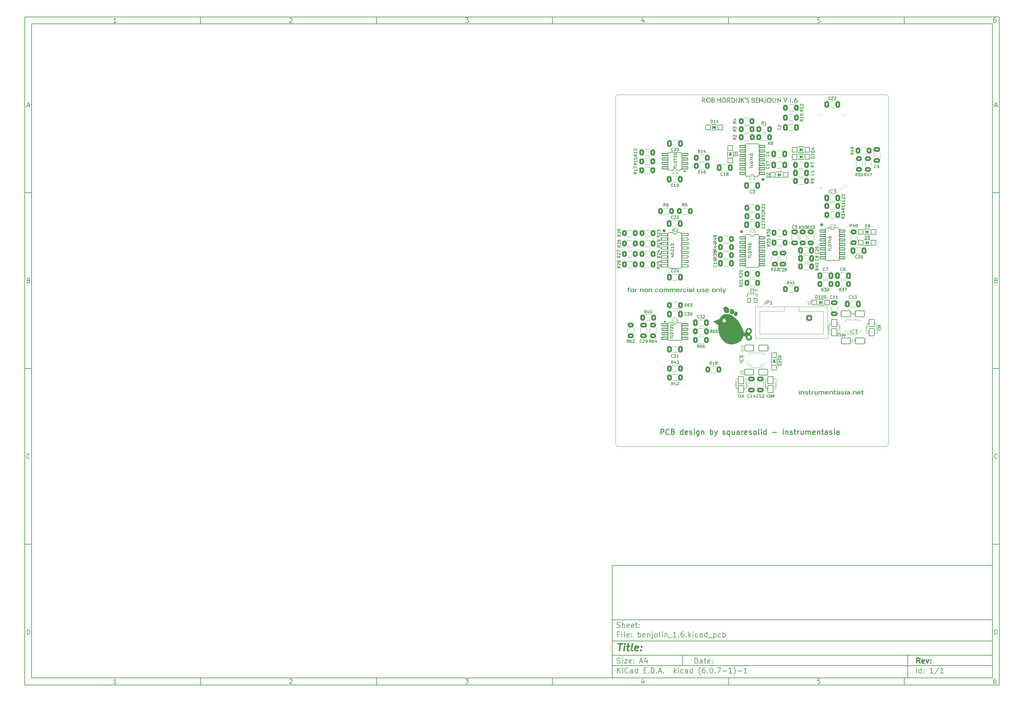
<source format=gbr>
%TF.GenerationSoftware,KiCad,Pcbnew,(6.0.7-1)-1*%
%TF.CreationDate,2022-10-07T09:47:05+07:00*%
%TF.ProjectId,benjolin_1.6,62656e6a-6f6c-4696-9e5f-312e362e6b69,rev?*%
%TF.SameCoordinates,Original*%
%TF.FileFunction,Legend,Top*%
%TF.FilePolarity,Positive*%
%FSLAX46Y46*%
G04 Gerber Fmt 4.6, Leading zero omitted, Abs format (unit mm)*
G04 Created by KiCad (PCBNEW (6.0.7-1)-1) date 2022-10-07 09:47:05*
%MOMM*%
%LPD*%
G01*
G04 APERTURE LIST*
G04 Aperture macros list*
%AMRoundRect*
0 Rectangle with rounded corners*
0 $1 Rounding radius*
0 $2 $3 $4 $5 $6 $7 $8 $9 X,Y pos of 4 corners*
0 Add a 4 corners polygon primitive as box body*
4,1,4,$2,$3,$4,$5,$6,$7,$8,$9,$2,$3,0*
0 Add four circle primitives for the rounded corners*
1,1,$1+$1,$2,$3*
1,1,$1+$1,$4,$5*
1,1,$1+$1,$6,$7*
1,1,$1+$1,$8,$9*
0 Add four rect primitives between the rounded corners*
20,1,$1+$1,$2,$3,$4,$5,0*
20,1,$1+$1,$4,$5,$6,$7,0*
20,1,$1+$1,$6,$7,$8,$9,0*
20,1,$1+$1,$8,$9,$2,$3,0*%
%AMFreePoly0*
4,1,25,0.427955,0.971196,0.440078,0.960842,0.960842,0.440078,0.989349,0.384130,0.990600,0.368236,0.990600,-0.368236,0.971196,-0.427955,0.960842,-0.440078,0.440078,-0.960842,0.384130,-0.989349,0.368236,-0.990600,-0.368236,-0.990600,-0.427955,-0.971196,-0.440078,-0.960842,-0.960842,-0.440078,-0.989349,-0.384130,-0.990600,-0.368236,-0.990600,0.368236,-0.971196,0.427955,-0.960842,0.440078,
-0.440078,0.960842,-0.384130,0.989349,-0.368236,0.990600,0.368236,0.990600,0.427955,0.971196,0.427955,0.971196,$1*%
%AMFreePoly1*
4,1,25,0.649668,0.782196,0.661791,0.771842,1.071842,0.361791,1.100349,0.305843,1.101600,0.289949,1.101600,-0.289949,1.082196,-0.349668,1.071842,-0.361791,0.661791,-0.771842,0.605843,-0.800349,0.589949,-0.801600,-0.589949,-0.801600,-0.649668,-0.782196,-0.661791,-0.771842,-1.071842,-0.361791,-1.100349,-0.305843,-1.101600,-0.289949,-1.101600,0.289949,-1.082196,0.349668,-1.071842,0.361791,
-0.661791,0.771842,-0.605843,0.800349,-0.589949,0.801600,0.589949,0.801600,0.649668,0.782196,0.649668,0.782196,$1*%
G04 Aperture macros list end*
%ADD10C,0.100000*%
%ADD11C,0.150000*%
%ADD12C,0.300000*%
%ADD13C,0.400000*%
%ADD14C,0.050000*%
%TA.AperFunction,Profile*%
%ADD15C,0.100000*%
%TD*%
%ADD16C,0.250000*%
%ADD17C,0.127508*%
%ADD18C,0.101600*%
%ADD19C,0.127000*%
%ADD20C,0.182880*%
%ADD21C,0.083820*%
%ADD22C,0.121920*%
%ADD23C,0.120000*%
%ADD24C,0.152400*%
%ADD25C,0.419210*%
%ADD26C,0.314000*%
%ADD27C,0.203200*%
%ADD28RoundRect,0.250000X-0.600000X0.600000X-0.600000X-0.600000X0.600000X-0.600000X0.600000X0.600000X0*%
%ADD29C,1.700000*%
%ADD30RoundRect,0.250000X-0.412500X-0.650000X0.412500X-0.650000X0.412500X0.650000X-0.412500X0.650000X0*%
%ADD31RoundRect,0.250000X0.400000X0.625000X-0.400000X0.625000X-0.400000X-0.625000X0.400000X-0.625000X0*%
%ADD32RoundRect,0.250000X-0.400000X-0.625000X0.400000X-0.625000X0.400000X0.625000X-0.400000X0.625000X0*%
%ADD33RoundRect,0.101600X0.762000X-0.300000X0.762000X0.300000X-0.762000X0.300000X-0.762000X-0.300000X0*%
%ADD34RoundRect,0.101600X-0.750000X1.000000X-0.750000X-1.000000X0.750000X-1.000000X0.750000X1.000000X0*%
%ADD35RoundRect,0.101600X0.834000X-0.300000X0.834000X0.300000X-0.834000X0.300000X-0.834000X-0.300000X0*%
%ADD36RoundRect,0.250000X0.412500X0.650000X-0.412500X0.650000X-0.412500X-0.650000X0.412500X-0.650000X0*%
%ADD37RoundRect,0.250000X0.650000X-0.412500X0.650000X0.412500X-0.650000X0.412500X-0.650000X-0.412500X0*%
%ADD38RoundRect,0.101600X0.700000X0.700000X-0.700000X0.700000X-0.700000X-0.700000X0.700000X-0.700000X0*%
%ADD39RoundRect,0.101600X-0.762000X0.300000X-0.762000X-0.300000X0.762000X-0.300000X0.762000X0.300000X0*%
%ADD40RoundRect,0.250000X-0.650000X0.412500X-0.650000X-0.412500X0.650000X-0.412500X0.650000X0.412500X0*%
%ADD41RoundRect,0.101600X-0.700000X0.700000X-0.700000X-0.700000X0.700000X-0.700000X0.700000X0.700000X0*%
%ADD42RoundRect,0.101600X-0.700000X-0.700000X0.700000X-0.700000X0.700000X0.700000X-0.700000X0.700000X0*%
%ADD43RoundRect,0.101600X-1.250000X0.850000X-1.250000X-0.850000X1.250000X-0.850000X1.250000X0.850000X0*%
%ADD44RoundRect,0.250000X-0.625000X0.400000X-0.625000X-0.400000X0.625000X-0.400000X0.625000X0.400000X0*%
%ADD45RoundRect,0.101600X-0.889000X0.330200X-0.889000X-0.330200X0.889000X-0.330200X0.889000X0.330200X0*%
%ADD46R,1.600000X1.600000*%
%ADD47C,1.600000*%
%ADD48RoundRect,0.101600X0.750000X-1.000000X0.750000X1.000000X-0.750000X1.000000X-0.750000X-1.000000X0*%
%ADD49RoundRect,0.250000X0.625000X-0.400000X0.625000X0.400000X-0.625000X0.400000X-0.625000X-0.400000X0*%
%ADD50RoundRect,0.101600X-0.834000X0.300000X-0.834000X-0.300000X0.834000X-0.300000X0.834000X0.300000X0*%
%ADD51C,1.500000*%
%ADD52R,1.500000X1.500000*%
%ADD53RoundRect,0.101600X-0.400000X-0.614000X0.400000X-0.614000X0.400000X0.614000X-0.400000X0.614000X0*%
%ADD54RoundRect,0.101600X-0.400000X-0.691000X0.400000X-0.691000X0.400000X0.691000X-0.400000X0.691000X0*%
%ADD55RoundRect,0.101600X1.250000X-0.850000X1.250000X0.850000X-1.250000X0.850000X-1.250000X-0.850000X0*%
%ADD56C,1.854200*%
%ADD57O,3.403200X1.854200*%
%ADD58FreePoly0,180.000000*%
%ADD59C,2.200000*%
%ADD60FreePoly0,0.000000*%
%ADD61FreePoly1,90.000000*%
%ADD62C,2.082800*%
G04 APERTURE END LIST*
D10*
D11*
X177002200Y-166007200D02*
X177002200Y-198007200D01*
X285002200Y-198007200D01*
X285002200Y-166007200D01*
X177002200Y-166007200D01*
D10*
D11*
X10000000Y-10000000D02*
X10000000Y-200007200D01*
X287002200Y-200007200D01*
X287002200Y-10000000D01*
X10000000Y-10000000D01*
D10*
D11*
X12000000Y-12000000D02*
X12000000Y-198007200D01*
X285002200Y-198007200D01*
X285002200Y-12000000D01*
X12000000Y-12000000D01*
D10*
D11*
X60000000Y-12000000D02*
X60000000Y-10000000D01*
D10*
D11*
X110000000Y-12000000D02*
X110000000Y-10000000D01*
D10*
D11*
X160000000Y-12000000D02*
X160000000Y-10000000D01*
D10*
D11*
X210000000Y-12000000D02*
X210000000Y-10000000D01*
D10*
D11*
X260000000Y-12000000D02*
X260000000Y-10000000D01*
D10*
D11*
X36065476Y-11588095D02*
X35322619Y-11588095D01*
X35694047Y-11588095D02*
X35694047Y-10288095D01*
X35570238Y-10473809D01*
X35446428Y-10597619D01*
X35322619Y-10659523D01*
D10*
D11*
X85322619Y-10411904D02*
X85384523Y-10350000D01*
X85508333Y-10288095D01*
X85817857Y-10288095D01*
X85941666Y-10350000D01*
X86003571Y-10411904D01*
X86065476Y-10535714D01*
X86065476Y-10659523D01*
X86003571Y-10845238D01*
X85260714Y-11588095D01*
X86065476Y-11588095D01*
D10*
D11*
X135260714Y-10288095D02*
X136065476Y-10288095D01*
X135632142Y-10783333D01*
X135817857Y-10783333D01*
X135941666Y-10845238D01*
X136003571Y-10907142D01*
X136065476Y-11030952D01*
X136065476Y-11340476D01*
X136003571Y-11464285D01*
X135941666Y-11526190D01*
X135817857Y-11588095D01*
X135446428Y-11588095D01*
X135322619Y-11526190D01*
X135260714Y-11464285D01*
D10*
D11*
X185941666Y-10721428D02*
X185941666Y-11588095D01*
X185632142Y-10226190D02*
X185322619Y-11154761D01*
X186127380Y-11154761D01*
D10*
D11*
X236003571Y-10288095D02*
X235384523Y-10288095D01*
X235322619Y-10907142D01*
X235384523Y-10845238D01*
X235508333Y-10783333D01*
X235817857Y-10783333D01*
X235941666Y-10845238D01*
X236003571Y-10907142D01*
X236065476Y-11030952D01*
X236065476Y-11340476D01*
X236003571Y-11464285D01*
X235941666Y-11526190D01*
X235817857Y-11588095D01*
X235508333Y-11588095D01*
X235384523Y-11526190D01*
X235322619Y-11464285D01*
D10*
D11*
X285941666Y-10288095D02*
X285694047Y-10288095D01*
X285570238Y-10350000D01*
X285508333Y-10411904D01*
X285384523Y-10597619D01*
X285322619Y-10845238D01*
X285322619Y-11340476D01*
X285384523Y-11464285D01*
X285446428Y-11526190D01*
X285570238Y-11588095D01*
X285817857Y-11588095D01*
X285941666Y-11526190D01*
X286003571Y-11464285D01*
X286065476Y-11340476D01*
X286065476Y-11030952D01*
X286003571Y-10907142D01*
X285941666Y-10845238D01*
X285817857Y-10783333D01*
X285570238Y-10783333D01*
X285446428Y-10845238D01*
X285384523Y-10907142D01*
X285322619Y-11030952D01*
D10*
D11*
X60000000Y-198007200D02*
X60000000Y-200007200D01*
D10*
D11*
X110000000Y-198007200D02*
X110000000Y-200007200D01*
D10*
D11*
X160000000Y-198007200D02*
X160000000Y-200007200D01*
D10*
D11*
X210000000Y-198007200D02*
X210000000Y-200007200D01*
D10*
D11*
X260000000Y-198007200D02*
X260000000Y-200007200D01*
D10*
D11*
X36065476Y-199595295D02*
X35322619Y-199595295D01*
X35694047Y-199595295D02*
X35694047Y-198295295D01*
X35570238Y-198481009D01*
X35446428Y-198604819D01*
X35322619Y-198666723D01*
D10*
D11*
X85322619Y-198419104D02*
X85384523Y-198357200D01*
X85508333Y-198295295D01*
X85817857Y-198295295D01*
X85941666Y-198357200D01*
X86003571Y-198419104D01*
X86065476Y-198542914D01*
X86065476Y-198666723D01*
X86003571Y-198852438D01*
X85260714Y-199595295D01*
X86065476Y-199595295D01*
D10*
D11*
X135260714Y-198295295D02*
X136065476Y-198295295D01*
X135632142Y-198790533D01*
X135817857Y-198790533D01*
X135941666Y-198852438D01*
X136003571Y-198914342D01*
X136065476Y-199038152D01*
X136065476Y-199347676D01*
X136003571Y-199471485D01*
X135941666Y-199533390D01*
X135817857Y-199595295D01*
X135446428Y-199595295D01*
X135322619Y-199533390D01*
X135260714Y-199471485D01*
D10*
D11*
X185941666Y-198728628D02*
X185941666Y-199595295D01*
X185632142Y-198233390D02*
X185322619Y-199161961D01*
X186127380Y-199161961D01*
D10*
D11*
X236003571Y-198295295D02*
X235384523Y-198295295D01*
X235322619Y-198914342D01*
X235384523Y-198852438D01*
X235508333Y-198790533D01*
X235817857Y-198790533D01*
X235941666Y-198852438D01*
X236003571Y-198914342D01*
X236065476Y-199038152D01*
X236065476Y-199347676D01*
X236003571Y-199471485D01*
X235941666Y-199533390D01*
X235817857Y-199595295D01*
X235508333Y-199595295D01*
X235384523Y-199533390D01*
X235322619Y-199471485D01*
D10*
D11*
X285941666Y-198295295D02*
X285694047Y-198295295D01*
X285570238Y-198357200D01*
X285508333Y-198419104D01*
X285384523Y-198604819D01*
X285322619Y-198852438D01*
X285322619Y-199347676D01*
X285384523Y-199471485D01*
X285446428Y-199533390D01*
X285570238Y-199595295D01*
X285817857Y-199595295D01*
X285941666Y-199533390D01*
X286003571Y-199471485D01*
X286065476Y-199347676D01*
X286065476Y-199038152D01*
X286003571Y-198914342D01*
X285941666Y-198852438D01*
X285817857Y-198790533D01*
X285570238Y-198790533D01*
X285446428Y-198852438D01*
X285384523Y-198914342D01*
X285322619Y-199038152D01*
D10*
D11*
X10000000Y-60000000D02*
X12000000Y-60000000D01*
D10*
D11*
X10000000Y-110000000D02*
X12000000Y-110000000D01*
D10*
D11*
X10000000Y-160000000D02*
X12000000Y-160000000D01*
D10*
D11*
X10690476Y-35216666D02*
X11309523Y-35216666D01*
X10566666Y-35588095D02*
X11000000Y-34288095D01*
X11433333Y-35588095D01*
D10*
D11*
X11092857Y-84907142D02*
X11278571Y-84969047D01*
X11340476Y-85030952D01*
X11402380Y-85154761D01*
X11402380Y-85340476D01*
X11340476Y-85464285D01*
X11278571Y-85526190D01*
X11154761Y-85588095D01*
X10659523Y-85588095D01*
X10659523Y-84288095D01*
X11092857Y-84288095D01*
X11216666Y-84350000D01*
X11278571Y-84411904D01*
X11340476Y-84535714D01*
X11340476Y-84659523D01*
X11278571Y-84783333D01*
X11216666Y-84845238D01*
X11092857Y-84907142D01*
X10659523Y-84907142D01*
D10*
D11*
X11402380Y-135464285D02*
X11340476Y-135526190D01*
X11154761Y-135588095D01*
X11030952Y-135588095D01*
X10845238Y-135526190D01*
X10721428Y-135402380D01*
X10659523Y-135278571D01*
X10597619Y-135030952D01*
X10597619Y-134845238D01*
X10659523Y-134597619D01*
X10721428Y-134473809D01*
X10845238Y-134350000D01*
X11030952Y-134288095D01*
X11154761Y-134288095D01*
X11340476Y-134350000D01*
X11402380Y-134411904D01*
D10*
D11*
X10659523Y-185588095D02*
X10659523Y-184288095D01*
X10969047Y-184288095D01*
X11154761Y-184350000D01*
X11278571Y-184473809D01*
X11340476Y-184597619D01*
X11402380Y-184845238D01*
X11402380Y-185030952D01*
X11340476Y-185278571D01*
X11278571Y-185402380D01*
X11154761Y-185526190D01*
X10969047Y-185588095D01*
X10659523Y-185588095D01*
D10*
D11*
X287002200Y-60000000D02*
X285002200Y-60000000D01*
D10*
D11*
X287002200Y-110000000D02*
X285002200Y-110000000D01*
D10*
D11*
X287002200Y-160000000D02*
X285002200Y-160000000D01*
D10*
D11*
X285692676Y-35216666D02*
X286311723Y-35216666D01*
X285568866Y-35588095D02*
X286002200Y-34288095D01*
X286435533Y-35588095D01*
D10*
D11*
X286095057Y-84907142D02*
X286280771Y-84969047D01*
X286342676Y-85030952D01*
X286404580Y-85154761D01*
X286404580Y-85340476D01*
X286342676Y-85464285D01*
X286280771Y-85526190D01*
X286156961Y-85588095D01*
X285661723Y-85588095D01*
X285661723Y-84288095D01*
X286095057Y-84288095D01*
X286218866Y-84350000D01*
X286280771Y-84411904D01*
X286342676Y-84535714D01*
X286342676Y-84659523D01*
X286280771Y-84783333D01*
X286218866Y-84845238D01*
X286095057Y-84907142D01*
X285661723Y-84907142D01*
D10*
D11*
X286404580Y-135464285D02*
X286342676Y-135526190D01*
X286156961Y-135588095D01*
X286033152Y-135588095D01*
X285847438Y-135526190D01*
X285723628Y-135402380D01*
X285661723Y-135278571D01*
X285599819Y-135030952D01*
X285599819Y-134845238D01*
X285661723Y-134597619D01*
X285723628Y-134473809D01*
X285847438Y-134350000D01*
X286033152Y-134288095D01*
X286156961Y-134288095D01*
X286342676Y-134350000D01*
X286404580Y-134411904D01*
D10*
D11*
X285661723Y-185588095D02*
X285661723Y-184288095D01*
X285971247Y-184288095D01*
X286156961Y-184350000D01*
X286280771Y-184473809D01*
X286342676Y-184597619D01*
X286404580Y-184845238D01*
X286404580Y-185030952D01*
X286342676Y-185278571D01*
X286280771Y-185402380D01*
X286156961Y-185526190D01*
X285971247Y-185588095D01*
X285661723Y-185588095D01*
D10*
D11*
X200434342Y-193785771D02*
X200434342Y-192285771D01*
X200791485Y-192285771D01*
X201005771Y-192357200D01*
X201148628Y-192500057D01*
X201220057Y-192642914D01*
X201291485Y-192928628D01*
X201291485Y-193142914D01*
X201220057Y-193428628D01*
X201148628Y-193571485D01*
X201005771Y-193714342D01*
X200791485Y-193785771D01*
X200434342Y-193785771D01*
X202577200Y-193785771D02*
X202577200Y-193000057D01*
X202505771Y-192857200D01*
X202362914Y-192785771D01*
X202077200Y-192785771D01*
X201934342Y-192857200D01*
X202577200Y-193714342D02*
X202434342Y-193785771D01*
X202077200Y-193785771D01*
X201934342Y-193714342D01*
X201862914Y-193571485D01*
X201862914Y-193428628D01*
X201934342Y-193285771D01*
X202077200Y-193214342D01*
X202434342Y-193214342D01*
X202577200Y-193142914D01*
X203077200Y-192785771D02*
X203648628Y-192785771D01*
X203291485Y-192285771D02*
X203291485Y-193571485D01*
X203362914Y-193714342D01*
X203505771Y-193785771D01*
X203648628Y-193785771D01*
X204720057Y-193714342D02*
X204577200Y-193785771D01*
X204291485Y-193785771D01*
X204148628Y-193714342D01*
X204077200Y-193571485D01*
X204077200Y-193000057D01*
X204148628Y-192857200D01*
X204291485Y-192785771D01*
X204577200Y-192785771D01*
X204720057Y-192857200D01*
X204791485Y-193000057D01*
X204791485Y-193142914D01*
X204077200Y-193285771D01*
X205434342Y-193642914D02*
X205505771Y-193714342D01*
X205434342Y-193785771D01*
X205362914Y-193714342D01*
X205434342Y-193642914D01*
X205434342Y-193785771D01*
X205434342Y-192857200D02*
X205505771Y-192928628D01*
X205434342Y-193000057D01*
X205362914Y-192928628D01*
X205434342Y-192857200D01*
X205434342Y-193000057D01*
D10*
D11*
X177002200Y-194507200D02*
X285002200Y-194507200D01*
D10*
D11*
X178434342Y-196585771D02*
X178434342Y-195085771D01*
X179291485Y-196585771D02*
X178648628Y-195728628D01*
X179291485Y-195085771D02*
X178434342Y-195942914D01*
X179934342Y-196585771D02*
X179934342Y-195585771D01*
X179934342Y-195085771D02*
X179862914Y-195157200D01*
X179934342Y-195228628D01*
X180005771Y-195157200D01*
X179934342Y-195085771D01*
X179934342Y-195228628D01*
X181505771Y-196442914D02*
X181434342Y-196514342D01*
X181220057Y-196585771D01*
X181077200Y-196585771D01*
X180862914Y-196514342D01*
X180720057Y-196371485D01*
X180648628Y-196228628D01*
X180577200Y-195942914D01*
X180577200Y-195728628D01*
X180648628Y-195442914D01*
X180720057Y-195300057D01*
X180862914Y-195157200D01*
X181077200Y-195085771D01*
X181220057Y-195085771D01*
X181434342Y-195157200D01*
X181505771Y-195228628D01*
X182791485Y-196585771D02*
X182791485Y-195800057D01*
X182720057Y-195657200D01*
X182577200Y-195585771D01*
X182291485Y-195585771D01*
X182148628Y-195657200D01*
X182791485Y-196514342D02*
X182648628Y-196585771D01*
X182291485Y-196585771D01*
X182148628Y-196514342D01*
X182077200Y-196371485D01*
X182077200Y-196228628D01*
X182148628Y-196085771D01*
X182291485Y-196014342D01*
X182648628Y-196014342D01*
X182791485Y-195942914D01*
X184148628Y-196585771D02*
X184148628Y-195085771D01*
X184148628Y-196514342D02*
X184005771Y-196585771D01*
X183720057Y-196585771D01*
X183577200Y-196514342D01*
X183505771Y-196442914D01*
X183434342Y-196300057D01*
X183434342Y-195871485D01*
X183505771Y-195728628D01*
X183577200Y-195657200D01*
X183720057Y-195585771D01*
X184005771Y-195585771D01*
X184148628Y-195657200D01*
X186005771Y-195800057D02*
X186505771Y-195800057D01*
X186720057Y-196585771D02*
X186005771Y-196585771D01*
X186005771Y-195085771D01*
X186720057Y-195085771D01*
X187362914Y-196442914D02*
X187434342Y-196514342D01*
X187362914Y-196585771D01*
X187291485Y-196514342D01*
X187362914Y-196442914D01*
X187362914Y-196585771D01*
X188077200Y-196585771D02*
X188077200Y-195085771D01*
X188434342Y-195085771D01*
X188648628Y-195157200D01*
X188791485Y-195300057D01*
X188862914Y-195442914D01*
X188934342Y-195728628D01*
X188934342Y-195942914D01*
X188862914Y-196228628D01*
X188791485Y-196371485D01*
X188648628Y-196514342D01*
X188434342Y-196585771D01*
X188077200Y-196585771D01*
X189577200Y-196442914D02*
X189648628Y-196514342D01*
X189577200Y-196585771D01*
X189505771Y-196514342D01*
X189577200Y-196442914D01*
X189577200Y-196585771D01*
X190220057Y-196157200D02*
X190934342Y-196157200D01*
X190077200Y-196585771D02*
X190577200Y-195085771D01*
X191077200Y-196585771D01*
X191577200Y-196442914D02*
X191648628Y-196514342D01*
X191577200Y-196585771D01*
X191505771Y-196514342D01*
X191577200Y-196442914D01*
X191577200Y-196585771D01*
X194577200Y-196585771D02*
X194577200Y-195085771D01*
X194720057Y-196014342D02*
X195148628Y-196585771D01*
X195148628Y-195585771D02*
X194577200Y-196157200D01*
X195791485Y-196585771D02*
X195791485Y-195585771D01*
X195791485Y-195085771D02*
X195720057Y-195157200D01*
X195791485Y-195228628D01*
X195862914Y-195157200D01*
X195791485Y-195085771D01*
X195791485Y-195228628D01*
X197148628Y-196514342D02*
X197005771Y-196585771D01*
X196720057Y-196585771D01*
X196577200Y-196514342D01*
X196505771Y-196442914D01*
X196434342Y-196300057D01*
X196434342Y-195871485D01*
X196505771Y-195728628D01*
X196577200Y-195657200D01*
X196720057Y-195585771D01*
X197005771Y-195585771D01*
X197148628Y-195657200D01*
X198434342Y-196585771D02*
X198434342Y-195800057D01*
X198362914Y-195657200D01*
X198220057Y-195585771D01*
X197934342Y-195585771D01*
X197791485Y-195657200D01*
X198434342Y-196514342D02*
X198291485Y-196585771D01*
X197934342Y-196585771D01*
X197791485Y-196514342D01*
X197720057Y-196371485D01*
X197720057Y-196228628D01*
X197791485Y-196085771D01*
X197934342Y-196014342D01*
X198291485Y-196014342D01*
X198434342Y-195942914D01*
X199791485Y-196585771D02*
X199791485Y-195085771D01*
X199791485Y-196514342D02*
X199648628Y-196585771D01*
X199362914Y-196585771D01*
X199220057Y-196514342D01*
X199148628Y-196442914D01*
X199077200Y-196300057D01*
X199077200Y-195871485D01*
X199148628Y-195728628D01*
X199220057Y-195657200D01*
X199362914Y-195585771D01*
X199648628Y-195585771D01*
X199791485Y-195657200D01*
X202077200Y-197157200D02*
X202005771Y-197085771D01*
X201862914Y-196871485D01*
X201791485Y-196728628D01*
X201720057Y-196514342D01*
X201648628Y-196157200D01*
X201648628Y-195871485D01*
X201720057Y-195514342D01*
X201791485Y-195300057D01*
X201862914Y-195157200D01*
X202005771Y-194942914D01*
X202077200Y-194871485D01*
X203291485Y-195085771D02*
X203005771Y-195085771D01*
X202862914Y-195157200D01*
X202791485Y-195228628D01*
X202648628Y-195442914D01*
X202577200Y-195728628D01*
X202577200Y-196300057D01*
X202648628Y-196442914D01*
X202720057Y-196514342D01*
X202862914Y-196585771D01*
X203148628Y-196585771D01*
X203291485Y-196514342D01*
X203362914Y-196442914D01*
X203434342Y-196300057D01*
X203434342Y-195942914D01*
X203362914Y-195800057D01*
X203291485Y-195728628D01*
X203148628Y-195657200D01*
X202862914Y-195657200D01*
X202720057Y-195728628D01*
X202648628Y-195800057D01*
X202577200Y-195942914D01*
X204077200Y-196442914D02*
X204148628Y-196514342D01*
X204077200Y-196585771D01*
X204005771Y-196514342D01*
X204077200Y-196442914D01*
X204077200Y-196585771D01*
X205077200Y-195085771D02*
X205220057Y-195085771D01*
X205362914Y-195157200D01*
X205434342Y-195228628D01*
X205505771Y-195371485D01*
X205577200Y-195657200D01*
X205577200Y-196014342D01*
X205505771Y-196300057D01*
X205434342Y-196442914D01*
X205362914Y-196514342D01*
X205220057Y-196585771D01*
X205077200Y-196585771D01*
X204934342Y-196514342D01*
X204862914Y-196442914D01*
X204791485Y-196300057D01*
X204720057Y-196014342D01*
X204720057Y-195657200D01*
X204791485Y-195371485D01*
X204862914Y-195228628D01*
X204934342Y-195157200D01*
X205077200Y-195085771D01*
X206220057Y-196442914D02*
X206291485Y-196514342D01*
X206220057Y-196585771D01*
X206148628Y-196514342D01*
X206220057Y-196442914D01*
X206220057Y-196585771D01*
X206791485Y-195085771D02*
X207791485Y-195085771D01*
X207148628Y-196585771D01*
X208362914Y-196014342D02*
X209505771Y-196014342D01*
X211005771Y-196585771D02*
X210148628Y-196585771D01*
X210577200Y-196585771D02*
X210577200Y-195085771D01*
X210434342Y-195300057D01*
X210291485Y-195442914D01*
X210148628Y-195514342D01*
X211505771Y-197157200D02*
X211577200Y-197085771D01*
X211720057Y-196871485D01*
X211791485Y-196728628D01*
X211862914Y-196514342D01*
X211934342Y-196157200D01*
X211934342Y-195871485D01*
X211862914Y-195514342D01*
X211791485Y-195300057D01*
X211720057Y-195157200D01*
X211577200Y-194942914D01*
X211505771Y-194871485D01*
X212648628Y-196014342D02*
X213791485Y-196014342D01*
X215291485Y-196585771D02*
X214434342Y-196585771D01*
X214862914Y-196585771D02*
X214862914Y-195085771D01*
X214720057Y-195300057D01*
X214577200Y-195442914D01*
X214434342Y-195514342D01*
D10*
D11*
X177002200Y-191507200D02*
X285002200Y-191507200D01*
D10*
D12*
X264411485Y-193785771D02*
X263911485Y-193071485D01*
X263554342Y-193785771D02*
X263554342Y-192285771D01*
X264125771Y-192285771D01*
X264268628Y-192357200D01*
X264340057Y-192428628D01*
X264411485Y-192571485D01*
X264411485Y-192785771D01*
X264340057Y-192928628D01*
X264268628Y-193000057D01*
X264125771Y-193071485D01*
X263554342Y-193071485D01*
X265625771Y-193714342D02*
X265482914Y-193785771D01*
X265197200Y-193785771D01*
X265054342Y-193714342D01*
X264982914Y-193571485D01*
X264982914Y-193000057D01*
X265054342Y-192857200D01*
X265197200Y-192785771D01*
X265482914Y-192785771D01*
X265625771Y-192857200D01*
X265697200Y-193000057D01*
X265697200Y-193142914D01*
X264982914Y-193285771D01*
X266197200Y-192785771D02*
X266554342Y-193785771D01*
X266911485Y-192785771D01*
X267482914Y-193642914D02*
X267554342Y-193714342D01*
X267482914Y-193785771D01*
X267411485Y-193714342D01*
X267482914Y-193642914D01*
X267482914Y-193785771D01*
X267482914Y-192857200D02*
X267554342Y-192928628D01*
X267482914Y-193000057D01*
X267411485Y-192928628D01*
X267482914Y-192857200D01*
X267482914Y-193000057D01*
D10*
D11*
X178362914Y-193714342D02*
X178577200Y-193785771D01*
X178934342Y-193785771D01*
X179077200Y-193714342D01*
X179148628Y-193642914D01*
X179220057Y-193500057D01*
X179220057Y-193357200D01*
X179148628Y-193214342D01*
X179077200Y-193142914D01*
X178934342Y-193071485D01*
X178648628Y-193000057D01*
X178505771Y-192928628D01*
X178434342Y-192857200D01*
X178362914Y-192714342D01*
X178362914Y-192571485D01*
X178434342Y-192428628D01*
X178505771Y-192357200D01*
X178648628Y-192285771D01*
X179005771Y-192285771D01*
X179220057Y-192357200D01*
X179862914Y-193785771D02*
X179862914Y-192785771D01*
X179862914Y-192285771D02*
X179791485Y-192357200D01*
X179862914Y-192428628D01*
X179934342Y-192357200D01*
X179862914Y-192285771D01*
X179862914Y-192428628D01*
X180434342Y-192785771D02*
X181220057Y-192785771D01*
X180434342Y-193785771D01*
X181220057Y-193785771D01*
X182362914Y-193714342D02*
X182220057Y-193785771D01*
X181934342Y-193785771D01*
X181791485Y-193714342D01*
X181720057Y-193571485D01*
X181720057Y-193000057D01*
X181791485Y-192857200D01*
X181934342Y-192785771D01*
X182220057Y-192785771D01*
X182362914Y-192857200D01*
X182434342Y-193000057D01*
X182434342Y-193142914D01*
X181720057Y-193285771D01*
X183077200Y-193642914D02*
X183148628Y-193714342D01*
X183077200Y-193785771D01*
X183005771Y-193714342D01*
X183077200Y-193642914D01*
X183077200Y-193785771D01*
X183077200Y-192857200D02*
X183148628Y-192928628D01*
X183077200Y-193000057D01*
X183005771Y-192928628D01*
X183077200Y-192857200D01*
X183077200Y-193000057D01*
X184862914Y-193357200D02*
X185577200Y-193357200D01*
X184720057Y-193785771D02*
X185220057Y-192285771D01*
X185720057Y-193785771D01*
X186862914Y-192785771D02*
X186862914Y-193785771D01*
X186505771Y-192214342D02*
X186148628Y-193285771D01*
X187077200Y-193285771D01*
D10*
D11*
X263434342Y-196585771D02*
X263434342Y-195085771D01*
X264791485Y-196585771D02*
X264791485Y-195085771D01*
X264791485Y-196514342D02*
X264648628Y-196585771D01*
X264362914Y-196585771D01*
X264220057Y-196514342D01*
X264148628Y-196442914D01*
X264077200Y-196300057D01*
X264077200Y-195871485D01*
X264148628Y-195728628D01*
X264220057Y-195657200D01*
X264362914Y-195585771D01*
X264648628Y-195585771D01*
X264791485Y-195657200D01*
X265505771Y-196442914D02*
X265577200Y-196514342D01*
X265505771Y-196585771D01*
X265434342Y-196514342D01*
X265505771Y-196442914D01*
X265505771Y-196585771D01*
X265505771Y-195657200D02*
X265577200Y-195728628D01*
X265505771Y-195800057D01*
X265434342Y-195728628D01*
X265505771Y-195657200D01*
X265505771Y-195800057D01*
X268148628Y-196585771D02*
X267291485Y-196585771D01*
X267720057Y-196585771D02*
X267720057Y-195085771D01*
X267577200Y-195300057D01*
X267434342Y-195442914D01*
X267291485Y-195514342D01*
X269862914Y-195014342D02*
X268577200Y-196942914D01*
X271148628Y-196585771D02*
X270291485Y-196585771D01*
X270720057Y-196585771D02*
X270720057Y-195085771D01*
X270577200Y-195300057D01*
X270434342Y-195442914D01*
X270291485Y-195514342D01*
D10*
D11*
X177002200Y-187507200D02*
X285002200Y-187507200D01*
D10*
D13*
X178714580Y-188211961D02*
X179857438Y-188211961D01*
X179036009Y-190211961D02*
X179286009Y-188211961D01*
X180274104Y-190211961D02*
X180440771Y-188878628D01*
X180524104Y-188211961D02*
X180416961Y-188307200D01*
X180500295Y-188402438D01*
X180607438Y-188307200D01*
X180524104Y-188211961D01*
X180500295Y-188402438D01*
X181107438Y-188878628D02*
X181869342Y-188878628D01*
X181476485Y-188211961D02*
X181262200Y-189926247D01*
X181333628Y-190116723D01*
X181512200Y-190211961D01*
X181702676Y-190211961D01*
X182655057Y-190211961D02*
X182476485Y-190116723D01*
X182405057Y-189926247D01*
X182619342Y-188211961D01*
X184190771Y-190116723D02*
X183988390Y-190211961D01*
X183607438Y-190211961D01*
X183428866Y-190116723D01*
X183357438Y-189926247D01*
X183452676Y-189164342D01*
X183571723Y-188973866D01*
X183774104Y-188878628D01*
X184155057Y-188878628D01*
X184333628Y-188973866D01*
X184405057Y-189164342D01*
X184381247Y-189354819D01*
X183405057Y-189545295D01*
X185155057Y-190021485D02*
X185238390Y-190116723D01*
X185131247Y-190211961D01*
X185047914Y-190116723D01*
X185155057Y-190021485D01*
X185131247Y-190211961D01*
X185286009Y-188973866D02*
X185369342Y-189069104D01*
X185262200Y-189164342D01*
X185178866Y-189069104D01*
X185286009Y-188973866D01*
X185262200Y-189164342D01*
D10*
D11*
X178934342Y-185600057D02*
X178434342Y-185600057D01*
X178434342Y-186385771D02*
X178434342Y-184885771D01*
X179148628Y-184885771D01*
X179720057Y-186385771D02*
X179720057Y-185385771D01*
X179720057Y-184885771D02*
X179648628Y-184957200D01*
X179720057Y-185028628D01*
X179791485Y-184957200D01*
X179720057Y-184885771D01*
X179720057Y-185028628D01*
X180648628Y-186385771D02*
X180505771Y-186314342D01*
X180434342Y-186171485D01*
X180434342Y-184885771D01*
X181791485Y-186314342D02*
X181648628Y-186385771D01*
X181362914Y-186385771D01*
X181220057Y-186314342D01*
X181148628Y-186171485D01*
X181148628Y-185600057D01*
X181220057Y-185457200D01*
X181362914Y-185385771D01*
X181648628Y-185385771D01*
X181791485Y-185457200D01*
X181862914Y-185600057D01*
X181862914Y-185742914D01*
X181148628Y-185885771D01*
X182505771Y-186242914D02*
X182577200Y-186314342D01*
X182505771Y-186385771D01*
X182434342Y-186314342D01*
X182505771Y-186242914D01*
X182505771Y-186385771D01*
X182505771Y-185457200D02*
X182577200Y-185528628D01*
X182505771Y-185600057D01*
X182434342Y-185528628D01*
X182505771Y-185457200D01*
X182505771Y-185600057D01*
X184362914Y-186385771D02*
X184362914Y-184885771D01*
X184362914Y-185457200D02*
X184505771Y-185385771D01*
X184791485Y-185385771D01*
X184934342Y-185457200D01*
X185005771Y-185528628D01*
X185077200Y-185671485D01*
X185077200Y-186100057D01*
X185005771Y-186242914D01*
X184934342Y-186314342D01*
X184791485Y-186385771D01*
X184505771Y-186385771D01*
X184362914Y-186314342D01*
X186291485Y-186314342D02*
X186148628Y-186385771D01*
X185862914Y-186385771D01*
X185720057Y-186314342D01*
X185648628Y-186171485D01*
X185648628Y-185600057D01*
X185720057Y-185457200D01*
X185862914Y-185385771D01*
X186148628Y-185385771D01*
X186291485Y-185457200D01*
X186362914Y-185600057D01*
X186362914Y-185742914D01*
X185648628Y-185885771D01*
X187005771Y-185385771D02*
X187005771Y-186385771D01*
X187005771Y-185528628D02*
X187077200Y-185457200D01*
X187220057Y-185385771D01*
X187434342Y-185385771D01*
X187577200Y-185457200D01*
X187648628Y-185600057D01*
X187648628Y-186385771D01*
X188362914Y-185385771D02*
X188362914Y-186671485D01*
X188291485Y-186814342D01*
X188148628Y-186885771D01*
X188077200Y-186885771D01*
X188362914Y-184885771D02*
X188291485Y-184957200D01*
X188362914Y-185028628D01*
X188434342Y-184957200D01*
X188362914Y-184885771D01*
X188362914Y-185028628D01*
X189291485Y-186385771D02*
X189148628Y-186314342D01*
X189077200Y-186242914D01*
X189005771Y-186100057D01*
X189005771Y-185671485D01*
X189077200Y-185528628D01*
X189148628Y-185457200D01*
X189291485Y-185385771D01*
X189505771Y-185385771D01*
X189648628Y-185457200D01*
X189720057Y-185528628D01*
X189791485Y-185671485D01*
X189791485Y-186100057D01*
X189720057Y-186242914D01*
X189648628Y-186314342D01*
X189505771Y-186385771D01*
X189291485Y-186385771D01*
X190648628Y-186385771D02*
X190505771Y-186314342D01*
X190434342Y-186171485D01*
X190434342Y-184885771D01*
X191220057Y-186385771D02*
X191220057Y-185385771D01*
X191220057Y-184885771D02*
X191148628Y-184957200D01*
X191220057Y-185028628D01*
X191291485Y-184957200D01*
X191220057Y-184885771D01*
X191220057Y-185028628D01*
X191934342Y-185385771D02*
X191934342Y-186385771D01*
X191934342Y-185528628D02*
X192005771Y-185457200D01*
X192148628Y-185385771D01*
X192362914Y-185385771D01*
X192505771Y-185457200D01*
X192577200Y-185600057D01*
X192577200Y-186385771D01*
X192934342Y-186528628D02*
X194077200Y-186528628D01*
X195220057Y-186385771D02*
X194362914Y-186385771D01*
X194791485Y-186385771D02*
X194791485Y-184885771D01*
X194648628Y-185100057D01*
X194505771Y-185242914D01*
X194362914Y-185314342D01*
X195862914Y-186242914D02*
X195934342Y-186314342D01*
X195862914Y-186385771D01*
X195791485Y-186314342D01*
X195862914Y-186242914D01*
X195862914Y-186385771D01*
X197220057Y-184885771D02*
X196934342Y-184885771D01*
X196791485Y-184957200D01*
X196720057Y-185028628D01*
X196577200Y-185242914D01*
X196505771Y-185528628D01*
X196505771Y-186100057D01*
X196577200Y-186242914D01*
X196648628Y-186314342D01*
X196791485Y-186385771D01*
X197077200Y-186385771D01*
X197220057Y-186314342D01*
X197291485Y-186242914D01*
X197362914Y-186100057D01*
X197362914Y-185742914D01*
X197291485Y-185600057D01*
X197220057Y-185528628D01*
X197077200Y-185457200D01*
X196791485Y-185457200D01*
X196648628Y-185528628D01*
X196577200Y-185600057D01*
X196505771Y-185742914D01*
X198005771Y-186242914D02*
X198077200Y-186314342D01*
X198005771Y-186385771D01*
X197934342Y-186314342D01*
X198005771Y-186242914D01*
X198005771Y-186385771D01*
X198720057Y-186385771D02*
X198720057Y-184885771D01*
X198862914Y-185814342D02*
X199291485Y-186385771D01*
X199291485Y-185385771D02*
X198720057Y-185957200D01*
X199934342Y-186385771D02*
X199934342Y-185385771D01*
X199934342Y-184885771D02*
X199862914Y-184957200D01*
X199934342Y-185028628D01*
X200005771Y-184957200D01*
X199934342Y-184885771D01*
X199934342Y-185028628D01*
X201291485Y-186314342D02*
X201148628Y-186385771D01*
X200862914Y-186385771D01*
X200720057Y-186314342D01*
X200648628Y-186242914D01*
X200577200Y-186100057D01*
X200577200Y-185671485D01*
X200648628Y-185528628D01*
X200720057Y-185457200D01*
X200862914Y-185385771D01*
X201148628Y-185385771D01*
X201291485Y-185457200D01*
X202577200Y-186385771D02*
X202577200Y-185600057D01*
X202505771Y-185457200D01*
X202362914Y-185385771D01*
X202077200Y-185385771D01*
X201934342Y-185457200D01*
X202577200Y-186314342D02*
X202434342Y-186385771D01*
X202077200Y-186385771D01*
X201934342Y-186314342D01*
X201862914Y-186171485D01*
X201862914Y-186028628D01*
X201934342Y-185885771D01*
X202077200Y-185814342D01*
X202434342Y-185814342D01*
X202577200Y-185742914D01*
X203934342Y-186385771D02*
X203934342Y-184885771D01*
X203934342Y-186314342D02*
X203791485Y-186385771D01*
X203505771Y-186385771D01*
X203362914Y-186314342D01*
X203291485Y-186242914D01*
X203220057Y-186100057D01*
X203220057Y-185671485D01*
X203291485Y-185528628D01*
X203362914Y-185457200D01*
X203505771Y-185385771D01*
X203791485Y-185385771D01*
X203934342Y-185457200D01*
X204291485Y-186528628D02*
X205434342Y-186528628D01*
X205791485Y-185385771D02*
X205791485Y-186885771D01*
X205791485Y-185457200D02*
X205934342Y-185385771D01*
X206220057Y-185385771D01*
X206362914Y-185457200D01*
X206434342Y-185528628D01*
X206505771Y-185671485D01*
X206505771Y-186100057D01*
X206434342Y-186242914D01*
X206362914Y-186314342D01*
X206220057Y-186385771D01*
X205934342Y-186385771D01*
X205791485Y-186314342D01*
X207791485Y-186314342D02*
X207648628Y-186385771D01*
X207362914Y-186385771D01*
X207220057Y-186314342D01*
X207148628Y-186242914D01*
X207077200Y-186100057D01*
X207077200Y-185671485D01*
X207148628Y-185528628D01*
X207220057Y-185457200D01*
X207362914Y-185385771D01*
X207648628Y-185385771D01*
X207791485Y-185457200D01*
X208434342Y-186385771D02*
X208434342Y-184885771D01*
X208434342Y-185457200D02*
X208577200Y-185385771D01*
X208862914Y-185385771D01*
X209005771Y-185457200D01*
X209077200Y-185528628D01*
X209148628Y-185671485D01*
X209148628Y-186100057D01*
X209077200Y-186242914D01*
X209005771Y-186314342D01*
X208862914Y-186385771D01*
X208577200Y-186385771D01*
X208434342Y-186314342D01*
D10*
D11*
X177002200Y-181507200D02*
X285002200Y-181507200D01*
D10*
D11*
X178362914Y-183614342D02*
X178577200Y-183685771D01*
X178934342Y-183685771D01*
X179077200Y-183614342D01*
X179148628Y-183542914D01*
X179220057Y-183400057D01*
X179220057Y-183257200D01*
X179148628Y-183114342D01*
X179077200Y-183042914D01*
X178934342Y-182971485D01*
X178648628Y-182900057D01*
X178505771Y-182828628D01*
X178434342Y-182757200D01*
X178362914Y-182614342D01*
X178362914Y-182471485D01*
X178434342Y-182328628D01*
X178505771Y-182257200D01*
X178648628Y-182185771D01*
X179005771Y-182185771D01*
X179220057Y-182257200D01*
X179862914Y-183685771D02*
X179862914Y-182185771D01*
X180505771Y-183685771D02*
X180505771Y-182900057D01*
X180434342Y-182757200D01*
X180291485Y-182685771D01*
X180077200Y-182685771D01*
X179934342Y-182757200D01*
X179862914Y-182828628D01*
X181791485Y-183614342D02*
X181648628Y-183685771D01*
X181362914Y-183685771D01*
X181220057Y-183614342D01*
X181148628Y-183471485D01*
X181148628Y-182900057D01*
X181220057Y-182757200D01*
X181362914Y-182685771D01*
X181648628Y-182685771D01*
X181791485Y-182757200D01*
X181862914Y-182900057D01*
X181862914Y-183042914D01*
X181148628Y-183185771D01*
X183077200Y-183614342D02*
X182934342Y-183685771D01*
X182648628Y-183685771D01*
X182505771Y-183614342D01*
X182434342Y-183471485D01*
X182434342Y-182900057D01*
X182505771Y-182757200D01*
X182648628Y-182685771D01*
X182934342Y-182685771D01*
X183077200Y-182757200D01*
X183148628Y-182900057D01*
X183148628Y-183042914D01*
X182434342Y-183185771D01*
X183577200Y-182685771D02*
X184148628Y-182685771D01*
X183791485Y-182185771D02*
X183791485Y-183471485D01*
X183862914Y-183614342D01*
X184005771Y-183685771D01*
X184148628Y-183685771D01*
X184648628Y-183542914D02*
X184720057Y-183614342D01*
X184648628Y-183685771D01*
X184577200Y-183614342D01*
X184648628Y-183542914D01*
X184648628Y-183685771D01*
X184648628Y-182757200D02*
X184720057Y-182828628D01*
X184648628Y-182900057D01*
X184577200Y-182828628D01*
X184648628Y-182757200D01*
X184648628Y-182900057D01*
D10*
D12*
D10*
D11*
D10*
D11*
D10*
D11*
D10*
D11*
D10*
D11*
X197002200Y-191507200D02*
X197002200Y-194507200D01*
D10*
D11*
X261002200Y-191507200D02*
X261002200Y-198007200D01*
D14*
G36*
X210739560Y-93142249D02*
G01*
X210745803Y-93137402D01*
X210767235Y-93122670D01*
X210782906Y-93112921D01*
X210801486Y-93102289D01*
X210822677Y-93091304D01*
X210846184Y-93080494D01*
X210871710Y-93070390D01*
X210898958Y-93061521D01*
X210927634Y-93054416D01*
X210957439Y-93049605D01*
X210972672Y-93048225D01*
X210988078Y-93047617D01*
X211003617Y-93047847D01*
X211019254Y-93048981D01*
X211034951Y-93051086D01*
X211050671Y-93054228D01*
X211066377Y-93058473D01*
X211082033Y-93063886D01*
X211085255Y-93065171D01*
X211088485Y-93066497D01*
X211091721Y-93067865D01*
X211094961Y-93069273D01*
X211098205Y-93070724D01*
X211101450Y-93072218D01*
X211104695Y-93073755D01*
X211107940Y-93075336D01*
X211107972Y-93075258D01*
X211123738Y-93083583D01*
X211139620Y-93093086D01*
X211155647Y-93103832D01*
X211171849Y-93115892D01*
X211188255Y-93129332D01*
X211204893Y-93144220D01*
X211221792Y-93160626D01*
X211238982Y-93178616D01*
X211256492Y-93198258D01*
X211274350Y-93219622D01*
X211292586Y-93242774D01*
X211311229Y-93267784D01*
X211330307Y-93294718D01*
X211349850Y-93323645D01*
X211369887Y-93354633D01*
X211390447Y-93387750D01*
X211412176Y-93427091D01*
X211431431Y-93469340D01*
X211448262Y-93514060D01*
X211462724Y-93560818D01*
X211474867Y-93609176D01*
X211484745Y-93658700D01*
X211492411Y-93708953D01*
X211497915Y-93759501D01*
X211501312Y-93809908D01*
X211502653Y-93859737D01*
X211501990Y-93908554D01*
X211499377Y-93955923D01*
X211494865Y-94001409D01*
X211488507Y-94044575D01*
X211480355Y-94084986D01*
X211470462Y-94122207D01*
X211467863Y-94130475D01*
X211465070Y-94138680D01*
X211462083Y-94146820D01*
X211458905Y-94154893D01*
X211455536Y-94162896D01*
X211451976Y-94170825D01*
X211448227Y-94178678D01*
X211444290Y-94186452D01*
X211428258Y-94213913D01*
X211419924Y-94227811D01*
X211411310Y-94241435D01*
X211406882Y-94248054D01*
X211402366Y-94254495D01*
X211397754Y-94260722D01*
X211393041Y-94266700D01*
X211388219Y-94272392D01*
X211383284Y-94277761D01*
X211378229Y-94282771D01*
X211373046Y-94287387D01*
X211355080Y-94305837D01*
X211336183Y-94323377D01*
X211316440Y-94339958D01*
X211295935Y-94355533D01*
X211274752Y-94370051D01*
X211252976Y-94383463D01*
X211230692Y-94395722D01*
X211207983Y-94406777D01*
X211184934Y-94416579D01*
X211161629Y-94425081D01*
X211138154Y-94432232D01*
X211114591Y-94437984D01*
X211091026Y-94442288D01*
X211067544Y-94445095D01*
X211044227Y-94446356D01*
X211021161Y-94446021D01*
X210963380Y-94442112D01*
X210932157Y-94438907D01*
X210899746Y-94434558D01*
X210866423Y-94428832D01*
X210832462Y-94421497D01*
X210798139Y-94412320D01*
X210763729Y-94401069D01*
X210729507Y-94387510D01*
X210695749Y-94371411D01*
X210679129Y-94362337D01*
X210662729Y-94352540D01*
X210646582Y-94341992D01*
X210630722Y-94330664D01*
X210615185Y-94318526D01*
X210600005Y-94305549D01*
X210585216Y-94291705D01*
X210570852Y-94276964D01*
X210556948Y-94261297D01*
X210543538Y-94244676D01*
X210530657Y-94227070D01*
X210518339Y-94208452D01*
X210496822Y-94171503D01*
X210478364Y-94134232D01*
X210462810Y-94096737D01*
X210450004Y-94059116D01*
X210439789Y-94021468D01*
X210432010Y-93983889D01*
X210426512Y-93946479D01*
X210423138Y-93909335D01*
X210421732Y-93872556D01*
X210422139Y-93836239D01*
X210424203Y-93800482D01*
X210427768Y-93765384D01*
X210432678Y-93731042D01*
X210438777Y-93697555D01*
X210445910Y-93665020D01*
X210453921Y-93633536D01*
X210471951Y-93574111D01*
X210491623Y-93520065D01*
X210511688Y-93472182D01*
X210530900Y-93431246D01*
X210548014Y-93398042D01*
X210561781Y-93373354D01*
X210574291Y-93352662D01*
X210548283Y-93298551D01*
X210822334Y-93298551D01*
X210822434Y-93302578D01*
X210822727Y-93306581D01*
X210823211Y-93310550D01*
X210823883Y-93314481D01*
X210824742Y-93318364D01*
X210825785Y-93322194D01*
X210827010Y-93325964D01*
X210828416Y-93329665D01*
X210829999Y-93333292D01*
X210831759Y-93336837D01*
X210833692Y-93340293D01*
X210835798Y-93343654D01*
X210838073Y-93346911D01*
X210840515Y-93350059D01*
X210843123Y-93353089D01*
X210845894Y-93355996D01*
X210848827Y-93358771D01*
X210851918Y-93361408D01*
X210855167Y-93363900D01*
X210858571Y-93366240D01*
X210862127Y-93368421D01*
X210865835Y-93370435D01*
X210869644Y-93372256D01*
X210873506Y-93373860D01*
X210877413Y-93375250D01*
X210881357Y-93376428D01*
X210885333Y-93377397D01*
X210889332Y-93378158D01*
X210893348Y-93378715D01*
X210897374Y-93379070D01*
X210901402Y-93379224D01*
X210905426Y-93379181D01*
X210909438Y-93378943D01*
X210913432Y-93378511D01*
X210917399Y-93377889D01*
X210921334Y-93377079D01*
X210925229Y-93376083D01*
X210929077Y-93374903D01*
X210932871Y-93373542D01*
X210936604Y-93372002D01*
X210940268Y-93370286D01*
X210943858Y-93368396D01*
X210947364Y-93366333D01*
X210950782Y-93364102D01*
X210954102Y-93361703D01*
X210957320Y-93359139D01*
X210960426Y-93356413D01*
X210963415Y-93353527D01*
X210966279Y-93350484D01*
X210969010Y-93347285D01*
X210971603Y-93343933D01*
X210974050Y-93340430D01*
X210976344Y-93336779D01*
X210978477Y-93332982D01*
X210980420Y-93329088D01*
X210982150Y-93325149D01*
X210983669Y-93321172D01*
X210984977Y-93317164D01*
X210986079Y-93313132D01*
X210986974Y-93309083D01*
X210987667Y-93305025D01*
X210988159Y-93300964D01*
X210988451Y-93296907D01*
X210988547Y-93292861D01*
X210988448Y-93288834D01*
X210988155Y-93284833D01*
X210987673Y-93280863D01*
X210987002Y-93276934D01*
X210986144Y-93273050D01*
X210985102Y-93269221D01*
X210983877Y-93265452D01*
X210982473Y-93261750D01*
X210980890Y-93258123D01*
X210979132Y-93254578D01*
X210977199Y-93251121D01*
X210975095Y-93247761D01*
X210972821Y-93244503D01*
X210970380Y-93241354D01*
X210967773Y-93238323D01*
X210965003Y-93235416D01*
X210962071Y-93232639D01*
X210958981Y-93230000D01*
X210955733Y-93227507D01*
X210952330Y-93225165D01*
X210948774Y-93222982D01*
X210945068Y-93220966D01*
X210945068Y-93220964D01*
X210941258Y-93219142D01*
X210937395Y-93217536D01*
X210933488Y-93216145D01*
X210929542Y-93214966D01*
X210925566Y-93213996D01*
X210921565Y-93213234D01*
X210917548Y-93212676D01*
X210913521Y-93212321D01*
X210909492Y-93212166D01*
X210905467Y-93212208D01*
X210901454Y-93212447D01*
X210897459Y-93212878D01*
X210893490Y-93213500D01*
X210889554Y-93214310D01*
X210885658Y-93215307D01*
X210881809Y-93216487D01*
X210878013Y-93217848D01*
X210874280Y-93219388D01*
X210870614Y-93221105D01*
X210867024Y-93222996D01*
X210863516Y-93225059D01*
X210860097Y-93227292D01*
X210856776Y-93229691D01*
X210853558Y-93232256D01*
X210850450Y-93234983D01*
X210847461Y-93237870D01*
X210844597Y-93240914D01*
X210841864Y-93244115D01*
X210839271Y-93247468D01*
X210836824Y-93250972D01*
X210834530Y-93254624D01*
X210832397Y-93258422D01*
X210830454Y-93262317D01*
X210828724Y-93266257D01*
X210827206Y-93270235D01*
X210825898Y-93274244D01*
X210824798Y-93278277D01*
X210823903Y-93282326D01*
X210823211Y-93286385D01*
X210822720Y-93290447D01*
X210822428Y-93294505D01*
X210822334Y-93298551D01*
X210548283Y-93298551D01*
X210455026Y-93104514D01*
X210739560Y-93142249D01*
G37*
X210739560Y-93142249D02*
X210745803Y-93137402D01*
X210767235Y-93122670D01*
X210782906Y-93112921D01*
X210801486Y-93102289D01*
X210822677Y-93091304D01*
X210846184Y-93080494D01*
X210871710Y-93070390D01*
X210898958Y-93061521D01*
X210927634Y-93054416D01*
X210957439Y-93049605D01*
X210972672Y-93048225D01*
X210988078Y-93047617D01*
X211003617Y-93047847D01*
X211019254Y-93048981D01*
X211034951Y-93051086D01*
X211050671Y-93054228D01*
X211066377Y-93058473D01*
X211082033Y-93063886D01*
X211085255Y-93065171D01*
X211088485Y-93066497D01*
X211091721Y-93067865D01*
X211094961Y-93069273D01*
X211098205Y-93070724D01*
X211101450Y-93072218D01*
X211104695Y-93073755D01*
X211107940Y-93075336D01*
X211107972Y-93075258D01*
X211123738Y-93083583D01*
X211139620Y-93093086D01*
X211155647Y-93103832D01*
X211171849Y-93115892D01*
X211188255Y-93129332D01*
X211204893Y-93144220D01*
X211221792Y-93160626D01*
X211238982Y-93178616D01*
X211256492Y-93198258D01*
X211274350Y-93219622D01*
X211292586Y-93242774D01*
X211311229Y-93267784D01*
X211330307Y-93294718D01*
X211349850Y-93323645D01*
X211369887Y-93354633D01*
X211390447Y-93387750D01*
X211412176Y-93427091D01*
X211431431Y-93469340D01*
X211448262Y-93514060D01*
X211462724Y-93560818D01*
X211474867Y-93609176D01*
X211484745Y-93658700D01*
X211492411Y-93708953D01*
X211497915Y-93759501D01*
X211501312Y-93809908D01*
X211502653Y-93859737D01*
X211501990Y-93908554D01*
X211499377Y-93955923D01*
X211494865Y-94001409D01*
X211488507Y-94044575D01*
X211480355Y-94084986D01*
X211470462Y-94122207D01*
X211467863Y-94130475D01*
X211465070Y-94138680D01*
X211462083Y-94146820D01*
X211458905Y-94154893D01*
X211455536Y-94162896D01*
X211451976Y-94170825D01*
X211448227Y-94178678D01*
X211444290Y-94186452D01*
X211428258Y-94213913D01*
X211419924Y-94227811D01*
X211411310Y-94241435D01*
X211406882Y-94248054D01*
X211402366Y-94254495D01*
X211397754Y-94260722D01*
X211393041Y-94266700D01*
X211388219Y-94272392D01*
X211383284Y-94277761D01*
X211378229Y-94282771D01*
X211373046Y-94287387D01*
X211355080Y-94305837D01*
X211336183Y-94323377D01*
X211316440Y-94339958D01*
X211295935Y-94355533D01*
X211274752Y-94370051D01*
X211252976Y-94383463D01*
X211230692Y-94395722D01*
X211207983Y-94406777D01*
X211184934Y-94416579D01*
X211161629Y-94425081D01*
X211138154Y-94432232D01*
X211114591Y-94437984D01*
X211091026Y-94442288D01*
X211067544Y-94445095D01*
X211044227Y-94446356D01*
X211021161Y-94446021D01*
X210963380Y-94442112D01*
X210932157Y-94438907D01*
X210899746Y-94434558D01*
X210866423Y-94428832D01*
X210832462Y-94421497D01*
X210798139Y-94412320D01*
X210763729Y-94401069D01*
X210729507Y-94387510D01*
X210695749Y-94371411D01*
X210679129Y-94362337D01*
X210662729Y-94352540D01*
X210646582Y-94341992D01*
X210630722Y-94330664D01*
X210615185Y-94318526D01*
X210600005Y-94305549D01*
X210585216Y-94291705D01*
X210570852Y-94276964D01*
X210556948Y-94261297D01*
X210543538Y-94244676D01*
X210530657Y-94227070D01*
X210518339Y-94208452D01*
X210496822Y-94171503D01*
X210478364Y-94134232D01*
X210462810Y-94096737D01*
X210450004Y-94059116D01*
X210439789Y-94021468D01*
X210432010Y-93983889D01*
X210426512Y-93946479D01*
X210423138Y-93909335D01*
X210421732Y-93872556D01*
X210422139Y-93836239D01*
X210424203Y-93800482D01*
X210427768Y-93765384D01*
X210432678Y-93731042D01*
X210438777Y-93697555D01*
X210445910Y-93665020D01*
X210453921Y-93633536D01*
X210471951Y-93574111D01*
X210491623Y-93520065D01*
X210511688Y-93472182D01*
X210530900Y-93431246D01*
X210548014Y-93398042D01*
X210561781Y-93373354D01*
X210574291Y-93352662D01*
X210548283Y-93298551D01*
X210822334Y-93298551D01*
X210822434Y-93302578D01*
X210822727Y-93306581D01*
X210823211Y-93310550D01*
X210823883Y-93314481D01*
X210824742Y-93318364D01*
X210825785Y-93322194D01*
X210827010Y-93325964D01*
X210828416Y-93329665D01*
X210829999Y-93333292D01*
X210831759Y-93336837D01*
X210833692Y-93340293D01*
X210835798Y-93343654D01*
X210838073Y-93346911D01*
X210840515Y-93350059D01*
X210843123Y-93353089D01*
X210845894Y-93355996D01*
X210848827Y-93358771D01*
X210851918Y-93361408D01*
X210855167Y-93363900D01*
X210858571Y-93366240D01*
X210862127Y-93368421D01*
X210865835Y-93370435D01*
X210869644Y-93372256D01*
X210873506Y-93373860D01*
X210877413Y-93375250D01*
X210881357Y-93376428D01*
X210885333Y-93377397D01*
X210889332Y-93378158D01*
X210893348Y-93378715D01*
X210897374Y-93379070D01*
X210901402Y-93379224D01*
X210905426Y-93379181D01*
X210909438Y-93378943D01*
X210913432Y-93378511D01*
X210917399Y-93377889D01*
X210921334Y-93377079D01*
X210925229Y-93376083D01*
X210929077Y-93374903D01*
X210932871Y-93373542D01*
X210936604Y-93372002D01*
X210940268Y-93370286D01*
X210943858Y-93368396D01*
X210947364Y-93366333D01*
X210950782Y-93364102D01*
X210954102Y-93361703D01*
X210957320Y-93359139D01*
X210960426Y-93356413D01*
X210963415Y-93353527D01*
X210966279Y-93350484D01*
X210969010Y-93347285D01*
X210971603Y-93343933D01*
X210974050Y-93340430D01*
X210976344Y-93336779D01*
X210978477Y-93332982D01*
X210980420Y-93329088D01*
X210982150Y-93325149D01*
X210983669Y-93321172D01*
X210984977Y-93317164D01*
X210986079Y-93313132D01*
X210986974Y-93309083D01*
X210987667Y-93305025D01*
X210988159Y-93300964D01*
X210988451Y-93296907D01*
X210988547Y-93292861D01*
X210988448Y-93288834D01*
X210988155Y-93284833D01*
X210987673Y-93280863D01*
X210987002Y-93276934D01*
X210986144Y-93273050D01*
X210985102Y-93269221D01*
X210983877Y-93265452D01*
X210982473Y-93261750D01*
X210980890Y-93258123D01*
X210979132Y-93254578D01*
X210977199Y-93251121D01*
X210975095Y-93247761D01*
X210972821Y-93244503D01*
X210970380Y-93241354D01*
X210967773Y-93238323D01*
X210965003Y-93235416D01*
X210962071Y-93232639D01*
X210958981Y-93230000D01*
X210955733Y-93227507D01*
X210952330Y-93225165D01*
X210948774Y-93222982D01*
X210945068Y-93220966D01*
X210945068Y-93220964D01*
X210941258Y-93219142D01*
X210937395Y-93217536D01*
X210933488Y-93216145D01*
X210929542Y-93214966D01*
X210925566Y-93213996D01*
X210921565Y-93213234D01*
X210917548Y-93212676D01*
X210913521Y-93212321D01*
X210909492Y-93212166D01*
X210905467Y-93212208D01*
X210901454Y-93212447D01*
X210897459Y-93212878D01*
X210893490Y-93213500D01*
X210889554Y-93214310D01*
X210885658Y-93215307D01*
X210881809Y-93216487D01*
X210878013Y-93217848D01*
X210874280Y-93219388D01*
X210870614Y-93221105D01*
X210867024Y-93222996D01*
X210863516Y-93225059D01*
X210860097Y-93227292D01*
X210856776Y-93229691D01*
X210853558Y-93232256D01*
X210850450Y-93234983D01*
X210847461Y-93237870D01*
X210844597Y-93240914D01*
X210841864Y-93244115D01*
X210839271Y-93247468D01*
X210836824Y-93250972D01*
X210834530Y-93254624D01*
X210832397Y-93258422D01*
X210830454Y-93262317D01*
X210828724Y-93266257D01*
X210827206Y-93270235D01*
X210825898Y-93274244D01*
X210824798Y-93278277D01*
X210823903Y-93282326D01*
X210823211Y-93286385D01*
X210822720Y-93290447D01*
X210822428Y-93294505D01*
X210822334Y-93298551D01*
X210548283Y-93298551D01*
X210455026Y-93104514D01*
X210739560Y-93142249D01*
G36*
X214906681Y-99220320D02*
G01*
X214939044Y-99147822D01*
X214975913Y-99069179D01*
X215010652Y-99004539D01*
X215042981Y-98947075D01*
X215058806Y-98920398D01*
X215074705Y-98894750D01*
X215090905Y-98869878D01*
X215107631Y-98845527D01*
X215125108Y-98821441D01*
X215143563Y-98797366D01*
X215163221Y-98773048D01*
X215184309Y-98748232D01*
X215207051Y-98722662D01*
X215231673Y-98696085D01*
X215258401Y-98668245D01*
X215287462Y-98638889D01*
X215355342Y-98597795D01*
X215411922Y-98564410D01*
X215460084Y-98537330D01*
X215481910Y-98525714D01*
X215502713Y-98515146D01*
X215522853Y-98505451D01*
X215542690Y-98496453D01*
X215562585Y-98487976D01*
X215582899Y-98479844D01*
X215603991Y-98471881D01*
X215626222Y-98463912D01*
X215675542Y-98447252D01*
X215691334Y-98445371D01*
X215707260Y-98443678D01*
X215723303Y-98442187D01*
X215739448Y-98440915D01*
X215755680Y-98439877D01*
X215771982Y-98439089D01*
X215788339Y-98438567D01*
X215804735Y-98438327D01*
X215822543Y-98438386D01*
X215839923Y-98438811D01*
X215856957Y-98439620D01*
X215873728Y-98440833D01*
X215890317Y-98442468D01*
X215906807Y-98444542D01*
X215923281Y-98447074D01*
X215939822Y-98450082D01*
X215956511Y-98453585D01*
X215973432Y-98457601D01*
X215990666Y-98462147D01*
X216008297Y-98467244D01*
X216026406Y-98472908D01*
X216045077Y-98479158D01*
X216084432Y-98493490D01*
X216209993Y-98574998D01*
X216241435Y-98596323D01*
X216272494Y-98618256D01*
X216302968Y-98640910D01*
X216332655Y-98664399D01*
X216361354Y-98688837D01*
X216388863Y-98714338D01*
X216414979Y-98741016D01*
X216439501Y-98768985D01*
X216451101Y-98783489D01*
X216462227Y-98798359D01*
X216472853Y-98813608D01*
X216482955Y-98829251D01*
X216492506Y-98845303D01*
X216501483Y-98861777D01*
X216509859Y-98878687D01*
X216517610Y-98896049D01*
X216561617Y-98996430D01*
X216582657Y-99047005D01*
X216592096Y-99072495D01*
X216600493Y-99098161D01*
X216607608Y-99124032D01*
X216613200Y-99150141D01*
X216617030Y-99176516D01*
X216618857Y-99203189D01*
X216618944Y-99216647D01*
X216618440Y-99230190D01*
X216617316Y-99243823D01*
X216615540Y-99257549D01*
X216613084Y-99271373D01*
X216609916Y-99285297D01*
X216606007Y-99299327D01*
X216601327Y-99313465D01*
X216593850Y-99355744D01*
X216584885Y-99398007D01*
X216574370Y-99440087D01*
X216562242Y-99481819D01*
X216548435Y-99523040D01*
X216532888Y-99563582D01*
X216515535Y-99603283D01*
X216496313Y-99641976D01*
X216475160Y-99679497D01*
X216452010Y-99715681D01*
X216426800Y-99750363D01*
X216399467Y-99783378D01*
X216384985Y-99799209D01*
X216369948Y-99814561D01*
X216354348Y-99829414D01*
X216338177Y-99843748D01*
X216321428Y-99857540D01*
X216304092Y-99870772D01*
X216286162Y-99883422D01*
X216267629Y-99895469D01*
X216245530Y-99911568D01*
X216223766Y-99928560D01*
X216202552Y-99946439D01*
X216182101Y-99965200D01*
X216162627Y-99984841D01*
X216144345Y-100005355D01*
X216127468Y-100026739D01*
X216112210Y-100048988D01*
X216098784Y-100072098D01*
X216092826Y-100083974D01*
X216087406Y-100096064D01*
X216082551Y-100108367D01*
X216078288Y-100120882D01*
X216074644Y-100133609D01*
X216071645Y-100146547D01*
X216069319Y-100159696D01*
X216067691Y-100173055D01*
X216066789Y-100186623D01*
X216066639Y-100200401D01*
X216067268Y-100214387D01*
X216068703Y-100228581D01*
X216070971Y-100242983D01*
X216074098Y-100257591D01*
X216074088Y-100272736D01*
X216075047Y-100287320D01*
X216076930Y-100301370D01*
X216079689Y-100314913D01*
X216083279Y-100327975D01*
X216087653Y-100340584D01*
X216092764Y-100352767D01*
X216098567Y-100364551D01*
X216105014Y-100375963D01*
X216112060Y-100387030D01*
X216119658Y-100397779D01*
X216127761Y-100408238D01*
X216145297Y-100428390D01*
X216164299Y-100447705D01*
X216184394Y-100466397D01*
X216205210Y-100484684D01*
X216247524Y-100520906D01*
X216268278Y-100539275D01*
X216288268Y-100558105D01*
X216307123Y-100577611D01*
X216324472Y-100598010D01*
X216345535Y-100621884D01*
X216366114Y-100644316D01*
X216405662Y-100686105D01*
X216442798Y-100725876D01*
X216460363Y-100745786D01*
X216477206Y-100766129D01*
X216493287Y-100787217D01*
X216508567Y-100809361D01*
X216523007Y-100832876D01*
X216536566Y-100858073D01*
X216549205Y-100885264D01*
X216560884Y-100914763D01*
X216571564Y-100946880D01*
X216581205Y-100981929D01*
X216594209Y-101015951D01*
X216605095Y-101048827D01*
X216613923Y-101080706D01*
X216620752Y-101111737D01*
X216625638Y-101142067D01*
X216628642Y-101171847D01*
X216629821Y-101201223D01*
X216629235Y-101230345D01*
X216626942Y-101259361D01*
X216623000Y-101288420D01*
X216617467Y-101317670D01*
X216610404Y-101347259D01*
X216601867Y-101377338D01*
X216591916Y-101408053D01*
X216580610Y-101439553D01*
X216568006Y-101471988D01*
X216556514Y-101499198D01*
X216543716Y-101525417D01*
X216529602Y-101550782D01*
X216514166Y-101575431D01*
X216497400Y-101599502D01*
X216479296Y-101623134D01*
X216459847Y-101646463D01*
X216439045Y-101669628D01*
X216416882Y-101692767D01*
X216393351Y-101716018D01*
X216368445Y-101739518D01*
X216342155Y-101763405D01*
X216285394Y-101812895D01*
X216223008Y-101865589D01*
X216130240Y-101906250D01*
X216084985Y-101924688D01*
X216040168Y-101941511D01*
X215995553Y-101956455D01*
X215950906Y-101969254D01*
X215905989Y-101979643D01*
X215860568Y-101987359D01*
X215814407Y-101992136D01*
X215767271Y-101993710D01*
X215718922Y-101991815D01*
X215669127Y-101986188D01*
X215617649Y-101976563D01*
X215564252Y-101962675D01*
X215508702Y-101944261D01*
X215450761Y-101921054D01*
X215424465Y-101909007D01*
X215399033Y-101895892D01*
X215374446Y-101881750D01*
X215350686Y-101866620D01*
X215327735Y-101850545D01*
X215305573Y-101833563D01*
X215263543Y-101797047D01*
X215224448Y-101757396D01*
X215188139Y-101714936D01*
X215154467Y-101669992D01*
X215123282Y-101622890D01*
X215094437Y-101573954D01*
X215067782Y-101523511D01*
X215043168Y-101471885D01*
X215020446Y-101419402D01*
X214999466Y-101366386D01*
X214980081Y-101313164D01*
X214945497Y-101207401D01*
X214935060Y-101181042D01*
X214925124Y-101153860D01*
X214906321Y-101097807D01*
X214900897Y-101080913D01*
X215259300Y-101080913D01*
X215259934Y-101106670D01*
X215261824Y-101132088D01*
X215264937Y-101157138D01*
X215269244Y-101181786D01*
X215274714Y-101206003D01*
X215281315Y-101229755D01*
X215289017Y-101253013D01*
X215297789Y-101275744D01*
X215307600Y-101297916D01*
X215318420Y-101319499D01*
X215330218Y-101340462D01*
X215342963Y-101360772D01*
X215356624Y-101380398D01*
X215371171Y-101399308D01*
X215386572Y-101417472D01*
X215402797Y-101434858D01*
X215419815Y-101451434D01*
X215437595Y-101467169D01*
X215456107Y-101482031D01*
X215475320Y-101495989D01*
X215495202Y-101509012D01*
X215515724Y-101521068D01*
X215536854Y-101532125D01*
X215558562Y-101542153D01*
X215580816Y-101551120D01*
X215603587Y-101558993D01*
X215626843Y-101565743D01*
X215650553Y-101571337D01*
X215674687Y-101575744D01*
X215699213Y-101578932D01*
X215724102Y-101580870D01*
X215749322Y-101581527D01*
X215774547Y-101580877D01*
X215799441Y-101578945D01*
X215823972Y-101575762D01*
X215848111Y-101571361D01*
X215871827Y-101565772D01*
X215895088Y-101559026D01*
X215917864Y-101551156D01*
X215940124Y-101542193D01*
X215961837Y-101532168D01*
X215982972Y-101521112D01*
X216003499Y-101509058D01*
X216023387Y-101496037D01*
X216042605Y-101482079D01*
X216061122Y-101467218D01*
X216078908Y-101451483D01*
X216095931Y-101434906D01*
X216112161Y-101417520D01*
X216127566Y-101399355D01*
X216142117Y-101380443D01*
X216155783Y-101360815D01*
X216168532Y-101340503D01*
X216180333Y-101319539D01*
X216191157Y-101297953D01*
X216200971Y-101275777D01*
X216209746Y-101253043D01*
X216217451Y-101229782D01*
X216224054Y-101206025D01*
X216229525Y-101181805D01*
X216233833Y-101157152D01*
X216236948Y-101132098D01*
X216238838Y-101106675D01*
X216239473Y-101080913D01*
X216238831Y-101055156D01*
X216236935Y-101029738D01*
X216233816Y-101004690D01*
X216229502Y-100980042D01*
X216224027Y-100955827D01*
X216217420Y-100932076D01*
X216209712Y-100908821D01*
X216200934Y-100886093D01*
X216191117Y-100863922D01*
X216180291Y-100842342D01*
X216168488Y-100821383D01*
X216155738Y-100801076D01*
X216142072Y-100781454D01*
X216127520Y-100762547D01*
X216112115Y-100744387D01*
X216095885Y-100727006D01*
X216078863Y-100710434D01*
X216061078Y-100694704D01*
X216042563Y-100679847D01*
X216023346Y-100665894D01*
X216003461Y-100652876D01*
X215982936Y-100640826D01*
X215961803Y-100629774D01*
X215940093Y-100619752D01*
X215917836Y-100610791D01*
X215895063Y-100602923D01*
X215871806Y-100596180D01*
X215848094Y-100590593D01*
X215823959Y-100586192D01*
X215799432Y-100583010D01*
X215774543Y-100581079D01*
X215749322Y-100580429D01*
X215724107Y-100581085D01*
X215699222Y-100583023D01*
X215674700Y-100586210D01*
X215650570Y-100590615D01*
X215626864Y-100596207D01*
X215603611Y-100602955D01*
X215580844Y-100610826D01*
X215558593Y-100619789D01*
X215536888Y-100629814D01*
X215515760Y-100640868D01*
X215495241Y-100652920D01*
X215475360Y-100665938D01*
X215456149Y-100679892D01*
X215437639Y-100694750D01*
X215419859Y-100710480D01*
X215402842Y-100727052D01*
X215386617Y-100744432D01*
X215371216Y-100762591D01*
X215356669Y-100781497D01*
X215343007Y-100801117D01*
X215330261Y-100821422D01*
X215318462Y-100842379D01*
X215307639Y-100863956D01*
X215297825Y-100886124D01*
X215289050Y-100908849D01*
X215281345Y-100932101D01*
X215274740Y-100955848D01*
X215269266Y-100980059D01*
X215264955Y-101004703D01*
X215261836Y-101029747D01*
X215259941Y-101055161D01*
X215259300Y-101080913D01*
X214900897Y-101080913D01*
X214869915Y-100984410D01*
X214860424Y-100956931D01*
X214850558Y-100930191D01*
X214840207Y-100904385D01*
X214829262Y-100879709D01*
X214817613Y-100856357D01*
X214805151Y-100834525D01*
X214791765Y-100814409D01*
X214777347Y-100796203D01*
X214743460Y-100768451D01*
X214713625Y-100745655D01*
X214699047Y-100735693D01*
X214684065Y-100726463D01*
X214668208Y-100717796D01*
X214651004Y-100709524D01*
X214631979Y-100701477D01*
X214610663Y-100693488D01*
X214586582Y-100685385D01*
X214559265Y-100677002D01*
X214493034Y-100658716D01*
X214408191Y-100637279D01*
X214396942Y-100634730D01*
X214385207Y-100632725D01*
X214373036Y-100631203D01*
X214360480Y-100630105D01*
X214347587Y-100629370D01*
X214334407Y-100628938D01*
X214307384Y-100628745D01*
X214252079Y-100629358D01*
X214224589Y-100629205D01*
X214211059Y-100628803D01*
X214197738Y-100628105D01*
X214152806Y-100784707D01*
X214100120Y-100938845D01*
X214040000Y-101090000D01*
X213972768Y-101237647D01*
X213898743Y-101381266D01*
X213818247Y-101520334D01*
X213731601Y-101654331D01*
X213639125Y-101782733D01*
X213541140Y-101905019D01*
X213437967Y-102020668D01*
X213329925Y-102129157D01*
X213217337Y-102229965D01*
X213100523Y-102322570D01*
X212979804Y-102406450D01*
X212855500Y-102481083D01*
X212792103Y-102514769D01*
X212727931Y-102545947D01*
X212399415Y-102690993D01*
X212218719Y-102763175D01*
X212028176Y-102832310D01*
X211828620Y-102896281D01*
X211620884Y-102952974D01*
X211405801Y-103000271D01*
X211184204Y-103036057D01*
X210956929Y-103058218D01*
X210724807Y-103064636D01*
X210488672Y-103053196D01*
X210249358Y-103021783D01*
X210128769Y-102997925D01*
X210007698Y-102968280D01*
X209886249Y-102932584D01*
X209764526Y-102890572D01*
X209642633Y-102841980D01*
X209520675Y-102786544D01*
X209398755Y-102723998D01*
X209276979Y-102654079D01*
X209051385Y-102506848D01*
X208841646Y-102348939D01*
X208647192Y-102181356D01*
X208467452Y-102005108D01*
X208301857Y-101821202D01*
X208149835Y-101630643D01*
X208010819Y-101434439D01*
X207884236Y-101233597D01*
X207769517Y-101029124D01*
X207666092Y-100822027D01*
X207573392Y-100613312D01*
X207490845Y-100403986D01*
X207417882Y-100195056D01*
X207353932Y-99987529D01*
X207250794Y-99580712D01*
X207176870Y-99191590D01*
X207127599Y-98828216D01*
X207098421Y-98498647D01*
X207084774Y-98210937D01*
X207085835Y-97793315D01*
X207094297Y-97639787D01*
X205717765Y-96577964D01*
X206321110Y-96357948D01*
X208236730Y-96357948D01*
X208237396Y-96385655D01*
X208239367Y-96412999D01*
X208242609Y-96439944D01*
X208247092Y-96466459D01*
X208252783Y-96492507D01*
X208259650Y-96518057D01*
X208267661Y-96543073D01*
X208276784Y-96567523D01*
X208286987Y-96591371D01*
X208298238Y-96614585D01*
X208310505Y-96637131D01*
X208323756Y-96658975D01*
X208337960Y-96680082D01*
X208353083Y-96700420D01*
X208369094Y-96719954D01*
X208385961Y-96738650D01*
X208403653Y-96756475D01*
X208422136Y-96773395D01*
X208441379Y-96789376D01*
X208461350Y-96804384D01*
X208482017Y-96818386D01*
X208503348Y-96831346D01*
X208525311Y-96843233D01*
X208547874Y-96854012D01*
X208571005Y-96863648D01*
X208594672Y-96872109D01*
X208618842Y-96879360D01*
X208643485Y-96885368D01*
X208668567Y-96890098D01*
X208694057Y-96893517D01*
X208719923Y-96895592D01*
X208746133Y-96896287D01*
X208772338Y-96895585D01*
X208798199Y-96893504D01*
X208823684Y-96890079D01*
X208848761Y-96885343D01*
X208873398Y-96879330D01*
X208897563Y-96872075D01*
X208921224Y-96863611D01*
X208944350Y-96853971D01*
X208966907Y-96843190D01*
X208988864Y-96831301D01*
X209010190Y-96818338D01*
X209030851Y-96804335D01*
X209050817Y-96789326D01*
X209070055Y-96773345D01*
X209088533Y-96756425D01*
X209106219Y-96738600D01*
X209123081Y-96719904D01*
X209139088Y-96700372D01*
X209154206Y-96680035D01*
X209168405Y-96658930D01*
X209181652Y-96637088D01*
X209193916Y-96614545D01*
X209205163Y-96591334D01*
X209215363Y-96567488D01*
X209224483Y-96543042D01*
X209232491Y-96518029D01*
X209239356Y-96492484D01*
X209245044Y-96466439D01*
X209249526Y-96439930D01*
X209252767Y-96412989D01*
X209254737Y-96385650D01*
X209255403Y-96357948D01*
X209254743Y-96330240D01*
X209252778Y-96302897D01*
X209249542Y-96275951D01*
X209245065Y-96249436D01*
X209239380Y-96223386D01*
X209232519Y-96197835D01*
X209224514Y-96172817D01*
X209215397Y-96148366D01*
X209205199Y-96124515D01*
X209193954Y-96101298D01*
X209181692Y-96078749D01*
X209168446Y-96056903D01*
X209154248Y-96035792D01*
X209139129Y-96015450D01*
X209123123Y-95995913D01*
X209106260Y-95977212D01*
X209088574Y-95959383D01*
X209070095Y-95942458D01*
X209050856Y-95926472D01*
X209030888Y-95911459D01*
X209010225Y-95897453D01*
X208988898Y-95884486D01*
X208966938Y-95872594D01*
X208944378Y-95861810D01*
X208921250Y-95852167D01*
X208897586Y-95843700D01*
X208873417Y-95836442D01*
X208848777Y-95830428D01*
X208823696Y-95825691D01*
X208798207Y-95822265D01*
X208772342Y-95820183D01*
X208746133Y-95819480D01*
X208719919Y-95820176D01*
X208694048Y-95822251D01*
X208668554Y-95825672D01*
X208643468Y-95830404D01*
X208618822Y-95836413D01*
X208594648Y-95843666D01*
X208570978Y-95852130D01*
X208547844Y-95861769D01*
X208525279Y-95872551D01*
X208503313Y-95884441D01*
X208481980Y-95897406D01*
X208461311Y-95911411D01*
X208441339Y-95926423D01*
X208422094Y-95942408D01*
X208403610Y-95959333D01*
X208385918Y-95977163D01*
X208369051Y-95995864D01*
X208353040Y-96015403D01*
X208337917Y-96035746D01*
X208323715Y-96056858D01*
X208310465Y-96078707D01*
X208298199Y-96101258D01*
X208286950Y-96124478D01*
X208276749Y-96148332D01*
X208267629Y-96172787D01*
X208259621Y-96197809D01*
X208252758Y-96223363D01*
X208247071Y-96249417D01*
X208242593Y-96275936D01*
X208239355Y-96302887D01*
X208237390Y-96330236D01*
X208236730Y-96357948D01*
X206321110Y-96357948D01*
X207389240Y-95968442D01*
X207409401Y-95922893D01*
X207484172Y-95777336D01*
X207541820Y-95676705D01*
X207612863Y-95562650D01*
X207697212Y-95439033D01*
X207794783Y-95309712D01*
X207905488Y-95178548D01*
X208029242Y-95049400D01*
X208095985Y-94986789D01*
X208165958Y-94926128D01*
X208239149Y-94867902D01*
X208315549Y-94812592D01*
X208395146Y-94760681D01*
X208477930Y-94712652D01*
X208563890Y-94668986D01*
X208653014Y-94630166D01*
X208745293Y-94596676D01*
X208840715Y-94568996D01*
X208939270Y-94547610D01*
X209040946Y-94533000D01*
X209062370Y-94530824D01*
X209083936Y-94528876D01*
X209105645Y-94527164D01*
X209127500Y-94525695D01*
X209149500Y-94524476D01*
X209171648Y-94523516D01*
X209193943Y-94522822D01*
X209216388Y-94522401D01*
X209216377Y-94522426D01*
X209454080Y-94530867D01*
X209686759Y-94554058D01*
X209914398Y-94591456D01*
X210136981Y-94642516D01*
X210354492Y-94706694D01*
X210566916Y-94783446D01*
X210774235Y-94872227D01*
X210976435Y-94972494D01*
X211173499Y-95083702D01*
X211365412Y-95205307D01*
X211552157Y-95336764D01*
X211733718Y-95477531D01*
X212081227Y-95784812D01*
X212407811Y-96122798D01*
X212713341Y-96487133D01*
X212997691Y-96873466D01*
X213260733Y-97277442D01*
X213502339Y-97694708D01*
X213722382Y-98120909D01*
X213920735Y-98551693D01*
X214097269Y-98982706D01*
X214251857Y-99409595D01*
X214261546Y-99463984D01*
X214269951Y-99518589D01*
X214277100Y-99573390D01*
X214283022Y-99628367D01*
X214287746Y-99683499D01*
X214291298Y-99738766D01*
X214293709Y-99794146D01*
X214295007Y-99849620D01*
X214335297Y-99859990D01*
X214372626Y-99868652D01*
X214407120Y-99875677D01*
X214438910Y-99881133D01*
X214468123Y-99885091D01*
X214494888Y-99887620D01*
X214519334Y-99888789D01*
X214541589Y-99888668D01*
X214561782Y-99887326D01*
X214580041Y-99884833D01*
X214596495Y-99881258D01*
X214611273Y-99876670D01*
X214624503Y-99871140D01*
X214636313Y-99864736D01*
X214646832Y-99857528D01*
X214656190Y-99849585D01*
X214664513Y-99840978D01*
X214671932Y-99831774D01*
X214678573Y-99822045D01*
X214684567Y-99811859D01*
X214695126Y-99790394D01*
X214704635Y-99767936D01*
X214714123Y-99745040D01*
X214724620Y-99722262D01*
X214730568Y-99711091D01*
X214737153Y-99700158D01*
X214744505Y-99689532D01*
X214752752Y-99679283D01*
X214778471Y-99586268D01*
X214802870Y-99503506D01*
X214826919Y-99428264D01*
X214851590Y-99357807D01*
X214866090Y-99320041D01*
X215266147Y-99320041D01*
X215266782Y-99345803D01*
X215268672Y-99371226D01*
X215271787Y-99396280D01*
X215276095Y-99420933D01*
X215281566Y-99445153D01*
X215288169Y-99468909D01*
X215295874Y-99492170D01*
X215304649Y-99514904D01*
X215314463Y-99537080D01*
X215325287Y-99558666D01*
X215337088Y-99579630D01*
X215349837Y-99599942D01*
X215363502Y-99619570D01*
X215378053Y-99638482D01*
X215393459Y-99656647D01*
X215409689Y-99674033D01*
X215426712Y-99690609D01*
X215444497Y-99706344D01*
X215463014Y-99721206D01*
X215482232Y-99735163D01*
X215502120Y-99748185D01*
X215522647Y-99760239D01*
X215543782Y-99771294D01*
X215565495Y-99781319D01*
X215587755Y-99790283D01*
X215610531Y-99798153D01*
X215633792Y-99804898D01*
X215657508Y-99810488D01*
X215681647Y-99814890D01*
X215706179Y-99818073D01*
X215731072Y-99820005D01*
X215756297Y-99820655D01*
X215781522Y-99820005D01*
X215806416Y-99818073D01*
X215830948Y-99814891D01*
X215855087Y-99810489D01*
X215878803Y-99804900D01*
X215902064Y-99798154D01*
X215924840Y-99790284D01*
X215947100Y-99781321D01*
X215968813Y-99771296D01*
X215989949Y-99760241D01*
X216010476Y-99748186D01*
X216030364Y-99735165D01*
X216049582Y-99721208D01*
X216068099Y-99706346D01*
X216085885Y-99690611D01*
X216102908Y-99674034D01*
X216119138Y-99656648D01*
X216134543Y-99638483D01*
X216149094Y-99619571D01*
X216162760Y-99599943D01*
X216175509Y-99579631D01*
X216187310Y-99558667D01*
X216198134Y-99537081D01*
X216207948Y-99514905D01*
X216216723Y-99492171D01*
X216224428Y-99468910D01*
X216231031Y-99445153D01*
X216236502Y-99420933D01*
X216240811Y-99396280D01*
X216243925Y-99371226D01*
X216245815Y-99345803D01*
X216246450Y-99320041D01*
X216245809Y-99294284D01*
X216243913Y-99268866D01*
X216240793Y-99243817D01*
X216236479Y-99219169D01*
X216231004Y-99194954D01*
X216224397Y-99171203D01*
X216216689Y-99147947D01*
X216207911Y-99125218D01*
X216198094Y-99103048D01*
X216187268Y-99081467D01*
X216175465Y-99060508D01*
X216162715Y-99040201D01*
X216149049Y-99020579D01*
X216134497Y-99001672D01*
X216119091Y-98983512D01*
X216102862Y-98966130D01*
X216085840Y-98949559D01*
X216068055Y-98933828D01*
X216049539Y-98918971D01*
X216030323Y-98905018D01*
X216010437Y-98892000D01*
X215989912Y-98879950D01*
X215968779Y-98868898D01*
X215947069Y-98858876D01*
X215924812Y-98849916D01*
X215902039Y-98842048D01*
X215878782Y-98835305D01*
X215855070Y-98829718D01*
X215830935Y-98825317D01*
X215806407Y-98822136D01*
X215781518Y-98820205D01*
X215756297Y-98819555D01*
X215756297Y-98819557D01*
X215731077Y-98820207D01*
X215706188Y-98822138D01*
X215681660Y-98825320D01*
X215657525Y-98829720D01*
X215633813Y-98835308D01*
X215610556Y-98842051D01*
X215587783Y-98849918D01*
X215565526Y-98858879D01*
X215543816Y-98868901D01*
X215522683Y-98879953D01*
X215502158Y-98892003D01*
X215482272Y-98905021D01*
X215463056Y-98918974D01*
X215444541Y-98933831D01*
X215426756Y-98949562D01*
X215409734Y-98966133D01*
X215393504Y-98983515D01*
X215378099Y-99001675D01*
X215363547Y-99020581D01*
X215349881Y-99040204D01*
X215337131Y-99060510D01*
X215325328Y-99081470D01*
X215314503Y-99103050D01*
X215304686Y-99125220D01*
X215295908Y-99147949D01*
X215288200Y-99171204D01*
X215281593Y-99194955D01*
X215276117Y-99219170D01*
X215271804Y-99243818D01*
X215268684Y-99268866D01*
X215266788Y-99294285D01*
X215266147Y-99320041D01*
X214866090Y-99320041D01*
X214877853Y-99289403D01*
X214906681Y-99220320D01*
G37*
X214906681Y-99220320D02*
X214939044Y-99147822D01*
X214975913Y-99069179D01*
X215010652Y-99004539D01*
X215042981Y-98947075D01*
X215058806Y-98920398D01*
X215074705Y-98894750D01*
X215090905Y-98869878D01*
X215107631Y-98845527D01*
X215125108Y-98821441D01*
X215143563Y-98797366D01*
X215163221Y-98773048D01*
X215184309Y-98748232D01*
X215207051Y-98722662D01*
X215231673Y-98696085D01*
X215258401Y-98668245D01*
X215287462Y-98638889D01*
X215355342Y-98597795D01*
X215411922Y-98564410D01*
X215460084Y-98537330D01*
X215481910Y-98525714D01*
X215502713Y-98515146D01*
X215522853Y-98505451D01*
X215542690Y-98496453D01*
X215562585Y-98487976D01*
X215582899Y-98479844D01*
X215603991Y-98471881D01*
X215626222Y-98463912D01*
X215675542Y-98447252D01*
X215691334Y-98445371D01*
X215707260Y-98443678D01*
X215723303Y-98442187D01*
X215739448Y-98440915D01*
X215755680Y-98439877D01*
X215771982Y-98439089D01*
X215788339Y-98438567D01*
X215804735Y-98438327D01*
X215822543Y-98438386D01*
X215839923Y-98438811D01*
X215856957Y-98439620D01*
X215873728Y-98440833D01*
X215890317Y-98442468D01*
X215906807Y-98444542D01*
X215923281Y-98447074D01*
X215939822Y-98450082D01*
X215956511Y-98453585D01*
X215973432Y-98457601D01*
X215990666Y-98462147D01*
X216008297Y-98467244D01*
X216026406Y-98472908D01*
X216045077Y-98479158D01*
X216084432Y-98493490D01*
X216209993Y-98574998D01*
X216241435Y-98596323D01*
X216272494Y-98618256D01*
X216302968Y-98640910D01*
X216332655Y-98664399D01*
X216361354Y-98688837D01*
X216388863Y-98714338D01*
X216414979Y-98741016D01*
X216439501Y-98768985D01*
X216451101Y-98783489D01*
X216462227Y-98798359D01*
X216472853Y-98813608D01*
X216482955Y-98829251D01*
X216492506Y-98845303D01*
X216501483Y-98861777D01*
X216509859Y-98878687D01*
X216517610Y-98896049D01*
X216561617Y-98996430D01*
X216582657Y-99047005D01*
X216592096Y-99072495D01*
X216600493Y-99098161D01*
X216607608Y-99124032D01*
X216613200Y-99150141D01*
X216617030Y-99176516D01*
X216618857Y-99203189D01*
X216618944Y-99216647D01*
X216618440Y-99230190D01*
X216617316Y-99243823D01*
X216615540Y-99257549D01*
X216613084Y-99271373D01*
X216609916Y-99285297D01*
X216606007Y-99299327D01*
X216601327Y-99313465D01*
X216593850Y-99355744D01*
X216584885Y-99398007D01*
X216574370Y-99440087D01*
X216562242Y-99481819D01*
X216548435Y-99523040D01*
X216532888Y-99563582D01*
X216515535Y-99603283D01*
X216496313Y-99641976D01*
X216475160Y-99679497D01*
X216452010Y-99715681D01*
X216426800Y-99750363D01*
X216399467Y-99783378D01*
X216384985Y-99799209D01*
X216369948Y-99814561D01*
X216354348Y-99829414D01*
X216338177Y-99843748D01*
X216321428Y-99857540D01*
X216304092Y-99870772D01*
X216286162Y-99883422D01*
X216267629Y-99895469D01*
X216245530Y-99911568D01*
X216223766Y-99928560D01*
X216202552Y-99946439D01*
X216182101Y-99965200D01*
X216162627Y-99984841D01*
X216144345Y-100005355D01*
X216127468Y-100026739D01*
X216112210Y-100048988D01*
X216098784Y-100072098D01*
X216092826Y-100083974D01*
X216087406Y-100096064D01*
X216082551Y-100108367D01*
X216078288Y-100120882D01*
X216074644Y-100133609D01*
X216071645Y-100146547D01*
X216069319Y-100159696D01*
X216067691Y-100173055D01*
X216066789Y-100186623D01*
X216066639Y-100200401D01*
X216067268Y-100214387D01*
X216068703Y-100228581D01*
X216070971Y-100242983D01*
X216074098Y-100257591D01*
X216074088Y-100272736D01*
X216075047Y-100287320D01*
X216076930Y-100301370D01*
X216079689Y-100314913D01*
X216083279Y-100327975D01*
X216087653Y-100340584D01*
X216092764Y-100352767D01*
X216098567Y-100364551D01*
X216105014Y-100375963D01*
X216112060Y-100387030D01*
X216119658Y-100397779D01*
X216127761Y-100408238D01*
X216145297Y-100428390D01*
X216164299Y-100447705D01*
X216184394Y-100466397D01*
X216205210Y-100484684D01*
X216247524Y-100520906D01*
X216268278Y-100539275D01*
X216288268Y-100558105D01*
X216307123Y-100577611D01*
X216324472Y-100598010D01*
X216345535Y-100621884D01*
X216366114Y-100644316D01*
X216405662Y-100686105D01*
X216442798Y-100725876D01*
X216460363Y-100745786D01*
X216477206Y-100766129D01*
X216493287Y-100787217D01*
X216508567Y-100809361D01*
X216523007Y-100832876D01*
X216536566Y-100858073D01*
X216549205Y-100885264D01*
X216560884Y-100914763D01*
X216571564Y-100946880D01*
X216581205Y-100981929D01*
X216594209Y-101015951D01*
X216605095Y-101048827D01*
X216613923Y-101080706D01*
X216620752Y-101111737D01*
X216625638Y-101142067D01*
X216628642Y-101171847D01*
X216629821Y-101201223D01*
X216629235Y-101230345D01*
X216626942Y-101259361D01*
X216623000Y-101288420D01*
X216617467Y-101317670D01*
X216610404Y-101347259D01*
X216601867Y-101377338D01*
X216591916Y-101408053D01*
X216580610Y-101439553D01*
X216568006Y-101471988D01*
X216556514Y-101499198D01*
X216543716Y-101525417D01*
X216529602Y-101550782D01*
X216514166Y-101575431D01*
X216497400Y-101599502D01*
X216479296Y-101623134D01*
X216459847Y-101646463D01*
X216439045Y-101669628D01*
X216416882Y-101692767D01*
X216393351Y-101716018D01*
X216368445Y-101739518D01*
X216342155Y-101763405D01*
X216285394Y-101812895D01*
X216223008Y-101865589D01*
X216130240Y-101906250D01*
X216084985Y-101924688D01*
X216040168Y-101941511D01*
X215995553Y-101956455D01*
X215950906Y-101969254D01*
X215905989Y-101979643D01*
X215860568Y-101987359D01*
X215814407Y-101992136D01*
X215767271Y-101993710D01*
X215718922Y-101991815D01*
X215669127Y-101986188D01*
X215617649Y-101976563D01*
X215564252Y-101962675D01*
X215508702Y-101944261D01*
X215450761Y-101921054D01*
X215424465Y-101909007D01*
X215399033Y-101895892D01*
X215374446Y-101881750D01*
X215350686Y-101866620D01*
X215327735Y-101850545D01*
X215305573Y-101833563D01*
X215263543Y-101797047D01*
X215224448Y-101757396D01*
X215188139Y-101714936D01*
X215154467Y-101669992D01*
X215123282Y-101622890D01*
X215094437Y-101573954D01*
X215067782Y-101523511D01*
X215043168Y-101471885D01*
X215020446Y-101419402D01*
X214999466Y-101366386D01*
X214980081Y-101313164D01*
X214945497Y-101207401D01*
X214935060Y-101181042D01*
X214925124Y-101153860D01*
X214906321Y-101097807D01*
X214900897Y-101080913D01*
X215259300Y-101080913D01*
X215259934Y-101106670D01*
X215261824Y-101132088D01*
X215264937Y-101157138D01*
X215269244Y-101181786D01*
X215274714Y-101206003D01*
X215281315Y-101229755D01*
X215289017Y-101253013D01*
X215297789Y-101275744D01*
X215307600Y-101297916D01*
X215318420Y-101319499D01*
X215330218Y-101340462D01*
X215342963Y-101360772D01*
X215356624Y-101380398D01*
X215371171Y-101399308D01*
X215386572Y-101417472D01*
X215402797Y-101434858D01*
X215419815Y-101451434D01*
X215437595Y-101467169D01*
X215456107Y-101482031D01*
X215475320Y-101495989D01*
X215495202Y-101509012D01*
X215515724Y-101521068D01*
X215536854Y-101532125D01*
X215558562Y-101542153D01*
X215580816Y-101551120D01*
X215603587Y-101558993D01*
X215626843Y-101565743D01*
X215650553Y-101571337D01*
X215674687Y-101575744D01*
X215699213Y-101578932D01*
X215724102Y-101580870D01*
X215749322Y-101581527D01*
X215774547Y-101580877D01*
X215799441Y-101578945D01*
X215823972Y-101575762D01*
X215848111Y-101571361D01*
X215871827Y-101565772D01*
X215895088Y-101559026D01*
X215917864Y-101551156D01*
X215940124Y-101542193D01*
X215961837Y-101532168D01*
X215982972Y-101521112D01*
X216003499Y-101509058D01*
X216023387Y-101496037D01*
X216042605Y-101482079D01*
X216061122Y-101467218D01*
X216078908Y-101451483D01*
X216095931Y-101434906D01*
X216112161Y-101417520D01*
X216127566Y-101399355D01*
X216142117Y-101380443D01*
X216155783Y-101360815D01*
X216168532Y-101340503D01*
X216180333Y-101319539D01*
X216191157Y-101297953D01*
X216200971Y-101275777D01*
X216209746Y-101253043D01*
X216217451Y-101229782D01*
X216224054Y-101206025D01*
X216229525Y-101181805D01*
X216233833Y-101157152D01*
X216236948Y-101132098D01*
X216238838Y-101106675D01*
X216239473Y-101080913D01*
X216238831Y-101055156D01*
X216236935Y-101029738D01*
X216233816Y-101004690D01*
X216229502Y-100980042D01*
X216224027Y-100955827D01*
X216217420Y-100932076D01*
X216209712Y-100908821D01*
X216200934Y-100886093D01*
X216191117Y-100863922D01*
X216180291Y-100842342D01*
X216168488Y-100821383D01*
X216155738Y-100801076D01*
X216142072Y-100781454D01*
X216127520Y-100762547D01*
X216112115Y-100744387D01*
X216095885Y-100727006D01*
X216078863Y-100710434D01*
X216061078Y-100694704D01*
X216042563Y-100679847D01*
X216023346Y-100665894D01*
X216003461Y-100652876D01*
X215982936Y-100640826D01*
X215961803Y-100629774D01*
X215940093Y-100619752D01*
X215917836Y-100610791D01*
X215895063Y-100602923D01*
X215871806Y-100596180D01*
X215848094Y-100590593D01*
X215823959Y-100586192D01*
X215799432Y-100583010D01*
X215774543Y-100581079D01*
X215749322Y-100580429D01*
X215724107Y-100581085D01*
X215699222Y-100583023D01*
X215674700Y-100586210D01*
X215650570Y-100590615D01*
X215626864Y-100596207D01*
X215603611Y-100602955D01*
X215580844Y-100610826D01*
X215558593Y-100619789D01*
X215536888Y-100629814D01*
X215515760Y-100640868D01*
X215495241Y-100652920D01*
X215475360Y-100665938D01*
X215456149Y-100679892D01*
X215437639Y-100694750D01*
X215419859Y-100710480D01*
X215402842Y-100727052D01*
X215386617Y-100744432D01*
X215371216Y-100762591D01*
X215356669Y-100781497D01*
X215343007Y-100801117D01*
X215330261Y-100821422D01*
X215318462Y-100842379D01*
X215307639Y-100863956D01*
X215297825Y-100886124D01*
X215289050Y-100908849D01*
X215281345Y-100932101D01*
X215274740Y-100955848D01*
X215269266Y-100980059D01*
X215264955Y-101004703D01*
X215261836Y-101029747D01*
X215259941Y-101055161D01*
X215259300Y-101080913D01*
X214900897Y-101080913D01*
X214869915Y-100984410D01*
X214860424Y-100956931D01*
X214850558Y-100930191D01*
X214840207Y-100904385D01*
X214829262Y-100879709D01*
X214817613Y-100856357D01*
X214805151Y-100834525D01*
X214791765Y-100814409D01*
X214777347Y-100796203D01*
X214743460Y-100768451D01*
X214713625Y-100745655D01*
X214699047Y-100735693D01*
X214684065Y-100726463D01*
X214668208Y-100717796D01*
X214651004Y-100709524D01*
X214631979Y-100701477D01*
X214610663Y-100693488D01*
X214586582Y-100685385D01*
X214559265Y-100677002D01*
X214493034Y-100658716D01*
X214408191Y-100637279D01*
X214396942Y-100634730D01*
X214385207Y-100632725D01*
X214373036Y-100631203D01*
X214360480Y-100630105D01*
X214347587Y-100629370D01*
X214334407Y-100628938D01*
X214307384Y-100628745D01*
X214252079Y-100629358D01*
X214224589Y-100629205D01*
X214211059Y-100628803D01*
X214197738Y-100628105D01*
X214152806Y-100784707D01*
X214100120Y-100938845D01*
X214040000Y-101090000D01*
X213972768Y-101237647D01*
X213898743Y-101381266D01*
X213818247Y-101520334D01*
X213731601Y-101654331D01*
X213639125Y-101782733D01*
X213541140Y-101905019D01*
X213437967Y-102020668D01*
X213329925Y-102129157D01*
X213217337Y-102229965D01*
X213100523Y-102322570D01*
X212979804Y-102406450D01*
X212855500Y-102481083D01*
X212792103Y-102514769D01*
X212727931Y-102545947D01*
X212399415Y-102690993D01*
X212218719Y-102763175D01*
X212028176Y-102832310D01*
X211828620Y-102896281D01*
X211620884Y-102952974D01*
X211405801Y-103000271D01*
X211184204Y-103036057D01*
X210956929Y-103058218D01*
X210724807Y-103064636D01*
X210488672Y-103053196D01*
X210249358Y-103021783D01*
X210128769Y-102997925D01*
X210007698Y-102968280D01*
X209886249Y-102932584D01*
X209764526Y-102890572D01*
X209642633Y-102841980D01*
X209520675Y-102786544D01*
X209398755Y-102723998D01*
X209276979Y-102654079D01*
X209051385Y-102506848D01*
X208841646Y-102348939D01*
X208647192Y-102181356D01*
X208467452Y-102005108D01*
X208301857Y-101821202D01*
X208149835Y-101630643D01*
X208010819Y-101434439D01*
X207884236Y-101233597D01*
X207769517Y-101029124D01*
X207666092Y-100822027D01*
X207573392Y-100613312D01*
X207490845Y-100403986D01*
X207417882Y-100195056D01*
X207353932Y-99987529D01*
X207250794Y-99580712D01*
X207176870Y-99191590D01*
X207127599Y-98828216D01*
X207098421Y-98498647D01*
X207084774Y-98210937D01*
X207085835Y-97793315D01*
X207094297Y-97639787D01*
X205717765Y-96577964D01*
X206321110Y-96357948D01*
X208236730Y-96357948D01*
X208237396Y-96385655D01*
X208239367Y-96412999D01*
X208242609Y-96439944D01*
X208247092Y-96466459D01*
X208252783Y-96492507D01*
X208259650Y-96518057D01*
X208267661Y-96543073D01*
X208276784Y-96567523D01*
X208286987Y-96591371D01*
X208298238Y-96614585D01*
X208310505Y-96637131D01*
X208323756Y-96658975D01*
X208337960Y-96680082D01*
X208353083Y-96700420D01*
X208369094Y-96719954D01*
X208385961Y-96738650D01*
X208403653Y-96756475D01*
X208422136Y-96773395D01*
X208441379Y-96789376D01*
X208461350Y-96804384D01*
X208482017Y-96818386D01*
X208503348Y-96831346D01*
X208525311Y-96843233D01*
X208547874Y-96854012D01*
X208571005Y-96863648D01*
X208594672Y-96872109D01*
X208618842Y-96879360D01*
X208643485Y-96885368D01*
X208668567Y-96890098D01*
X208694057Y-96893517D01*
X208719923Y-96895592D01*
X208746133Y-96896287D01*
X208772338Y-96895585D01*
X208798199Y-96893504D01*
X208823684Y-96890079D01*
X208848761Y-96885343D01*
X208873398Y-96879330D01*
X208897563Y-96872075D01*
X208921224Y-96863611D01*
X208944350Y-96853971D01*
X208966907Y-96843190D01*
X208988864Y-96831301D01*
X209010190Y-96818338D01*
X209030851Y-96804335D01*
X209050817Y-96789326D01*
X209070055Y-96773345D01*
X209088533Y-96756425D01*
X209106219Y-96738600D01*
X209123081Y-96719904D01*
X209139088Y-96700372D01*
X209154206Y-96680035D01*
X209168405Y-96658930D01*
X209181652Y-96637088D01*
X209193916Y-96614545D01*
X209205163Y-96591334D01*
X209215363Y-96567488D01*
X209224483Y-96543042D01*
X209232491Y-96518029D01*
X209239356Y-96492484D01*
X209245044Y-96466439D01*
X209249526Y-96439930D01*
X209252767Y-96412989D01*
X209254737Y-96385650D01*
X209255403Y-96357948D01*
X209254743Y-96330240D01*
X209252778Y-96302897D01*
X209249542Y-96275951D01*
X209245065Y-96249436D01*
X209239380Y-96223386D01*
X209232519Y-96197835D01*
X209224514Y-96172817D01*
X209215397Y-96148366D01*
X209205199Y-96124515D01*
X209193954Y-96101298D01*
X209181692Y-96078749D01*
X209168446Y-96056903D01*
X209154248Y-96035792D01*
X209139129Y-96015450D01*
X209123123Y-95995913D01*
X209106260Y-95977212D01*
X209088574Y-95959383D01*
X209070095Y-95942458D01*
X209050856Y-95926472D01*
X209030888Y-95911459D01*
X209010225Y-95897453D01*
X208988898Y-95884486D01*
X208966938Y-95872594D01*
X208944378Y-95861810D01*
X208921250Y-95852167D01*
X208897586Y-95843700D01*
X208873417Y-95836442D01*
X208848777Y-95830428D01*
X208823696Y-95825691D01*
X208798207Y-95822265D01*
X208772342Y-95820183D01*
X208746133Y-95819480D01*
X208719919Y-95820176D01*
X208694048Y-95822251D01*
X208668554Y-95825672D01*
X208643468Y-95830404D01*
X208618822Y-95836413D01*
X208594648Y-95843666D01*
X208570978Y-95852130D01*
X208547844Y-95861769D01*
X208525279Y-95872551D01*
X208503313Y-95884441D01*
X208481980Y-95897406D01*
X208461311Y-95911411D01*
X208441339Y-95926423D01*
X208422094Y-95942408D01*
X208403610Y-95959333D01*
X208385918Y-95977163D01*
X208369051Y-95995864D01*
X208353040Y-96015403D01*
X208337917Y-96035746D01*
X208323715Y-96056858D01*
X208310465Y-96078707D01*
X208298199Y-96101258D01*
X208286950Y-96124478D01*
X208276749Y-96148332D01*
X208267629Y-96172787D01*
X208259621Y-96197809D01*
X208252758Y-96223363D01*
X208247071Y-96249417D01*
X208242593Y-96275936D01*
X208239355Y-96302887D01*
X208237390Y-96330236D01*
X208236730Y-96357948D01*
X206321110Y-96357948D01*
X207389240Y-95968442D01*
X207409401Y-95922893D01*
X207484172Y-95777336D01*
X207541820Y-95676705D01*
X207612863Y-95562650D01*
X207697212Y-95439033D01*
X207794783Y-95309712D01*
X207905488Y-95178548D01*
X208029242Y-95049400D01*
X208095985Y-94986789D01*
X208165958Y-94926128D01*
X208239149Y-94867902D01*
X208315549Y-94812592D01*
X208395146Y-94760681D01*
X208477930Y-94712652D01*
X208563890Y-94668986D01*
X208653014Y-94630166D01*
X208745293Y-94596676D01*
X208840715Y-94568996D01*
X208939270Y-94547610D01*
X209040946Y-94533000D01*
X209062370Y-94530824D01*
X209083936Y-94528876D01*
X209105645Y-94527164D01*
X209127500Y-94525695D01*
X209149500Y-94524476D01*
X209171648Y-94523516D01*
X209193943Y-94522822D01*
X209216388Y-94522401D01*
X209216377Y-94522426D01*
X209454080Y-94530867D01*
X209686759Y-94554058D01*
X209914398Y-94591456D01*
X210136981Y-94642516D01*
X210354492Y-94706694D01*
X210566916Y-94783446D01*
X210774235Y-94872227D01*
X210976435Y-94972494D01*
X211173499Y-95083702D01*
X211365412Y-95205307D01*
X211552157Y-95336764D01*
X211733718Y-95477531D01*
X212081227Y-95784812D01*
X212407811Y-96122798D01*
X212713341Y-96487133D01*
X212997691Y-96873466D01*
X213260733Y-97277442D01*
X213502339Y-97694708D01*
X213722382Y-98120909D01*
X213920735Y-98551693D01*
X214097269Y-98982706D01*
X214251857Y-99409595D01*
X214261546Y-99463984D01*
X214269951Y-99518589D01*
X214277100Y-99573390D01*
X214283022Y-99628367D01*
X214287746Y-99683499D01*
X214291298Y-99738766D01*
X214293709Y-99794146D01*
X214295007Y-99849620D01*
X214335297Y-99859990D01*
X214372626Y-99868652D01*
X214407120Y-99875677D01*
X214438910Y-99881133D01*
X214468123Y-99885091D01*
X214494888Y-99887620D01*
X214519334Y-99888789D01*
X214541589Y-99888668D01*
X214561782Y-99887326D01*
X214580041Y-99884833D01*
X214596495Y-99881258D01*
X214611273Y-99876670D01*
X214624503Y-99871140D01*
X214636313Y-99864736D01*
X214646832Y-99857528D01*
X214656190Y-99849585D01*
X214664513Y-99840978D01*
X214671932Y-99831774D01*
X214678573Y-99822045D01*
X214684567Y-99811859D01*
X214695126Y-99790394D01*
X214704635Y-99767936D01*
X214714123Y-99745040D01*
X214724620Y-99722262D01*
X214730568Y-99711091D01*
X214737153Y-99700158D01*
X214744505Y-99689532D01*
X214752752Y-99679283D01*
X214778471Y-99586268D01*
X214802870Y-99503506D01*
X214826919Y-99428264D01*
X214851590Y-99357807D01*
X214866090Y-99320041D01*
X215266147Y-99320041D01*
X215266782Y-99345803D01*
X215268672Y-99371226D01*
X215271787Y-99396280D01*
X215276095Y-99420933D01*
X215281566Y-99445153D01*
X215288169Y-99468909D01*
X215295874Y-99492170D01*
X215304649Y-99514904D01*
X215314463Y-99537080D01*
X215325287Y-99558666D01*
X215337088Y-99579630D01*
X215349837Y-99599942D01*
X215363502Y-99619570D01*
X215378053Y-99638482D01*
X215393459Y-99656647D01*
X215409689Y-99674033D01*
X215426712Y-99690609D01*
X215444497Y-99706344D01*
X215463014Y-99721206D01*
X215482232Y-99735163D01*
X215502120Y-99748185D01*
X215522647Y-99760239D01*
X215543782Y-99771294D01*
X215565495Y-99781319D01*
X215587755Y-99790283D01*
X215610531Y-99798153D01*
X215633792Y-99804898D01*
X215657508Y-99810488D01*
X215681647Y-99814890D01*
X215706179Y-99818073D01*
X215731072Y-99820005D01*
X215756297Y-99820655D01*
X215781522Y-99820005D01*
X215806416Y-99818073D01*
X215830948Y-99814891D01*
X215855087Y-99810489D01*
X215878803Y-99804900D01*
X215902064Y-99798154D01*
X215924840Y-99790284D01*
X215947100Y-99781321D01*
X215968813Y-99771296D01*
X215989949Y-99760241D01*
X216010476Y-99748186D01*
X216030364Y-99735165D01*
X216049582Y-99721208D01*
X216068099Y-99706346D01*
X216085885Y-99690611D01*
X216102908Y-99674034D01*
X216119138Y-99656648D01*
X216134543Y-99638483D01*
X216149094Y-99619571D01*
X216162760Y-99599943D01*
X216175509Y-99579631D01*
X216187310Y-99558667D01*
X216198134Y-99537081D01*
X216207948Y-99514905D01*
X216216723Y-99492171D01*
X216224428Y-99468910D01*
X216231031Y-99445153D01*
X216236502Y-99420933D01*
X216240811Y-99396280D01*
X216243925Y-99371226D01*
X216245815Y-99345803D01*
X216246450Y-99320041D01*
X216245809Y-99294284D01*
X216243913Y-99268866D01*
X216240793Y-99243817D01*
X216236479Y-99219169D01*
X216231004Y-99194954D01*
X216224397Y-99171203D01*
X216216689Y-99147947D01*
X216207911Y-99125218D01*
X216198094Y-99103048D01*
X216187268Y-99081467D01*
X216175465Y-99060508D01*
X216162715Y-99040201D01*
X216149049Y-99020579D01*
X216134497Y-99001672D01*
X216119091Y-98983512D01*
X216102862Y-98966130D01*
X216085840Y-98949559D01*
X216068055Y-98933828D01*
X216049539Y-98918971D01*
X216030323Y-98905018D01*
X216010437Y-98892000D01*
X215989912Y-98879950D01*
X215968779Y-98868898D01*
X215947069Y-98858876D01*
X215924812Y-98849916D01*
X215902039Y-98842048D01*
X215878782Y-98835305D01*
X215855070Y-98829718D01*
X215830935Y-98825317D01*
X215806407Y-98822136D01*
X215781518Y-98820205D01*
X215756297Y-98819555D01*
X215756297Y-98819557D01*
X215731077Y-98820207D01*
X215706188Y-98822138D01*
X215681660Y-98825320D01*
X215657525Y-98829720D01*
X215633813Y-98835308D01*
X215610556Y-98842051D01*
X215587783Y-98849918D01*
X215565526Y-98858879D01*
X215543816Y-98868901D01*
X215522683Y-98879953D01*
X215502158Y-98892003D01*
X215482272Y-98905021D01*
X215463056Y-98918974D01*
X215444541Y-98933831D01*
X215426756Y-98949562D01*
X215409734Y-98966133D01*
X215393504Y-98983515D01*
X215378099Y-99001675D01*
X215363547Y-99020581D01*
X215349881Y-99040204D01*
X215337131Y-99060510D01*
X215325328Y-99081470D01*
X215314503Y-99103050D01*
X215304686Y-99125220D01*
X215295908Y-99147949D01*
X215288200Y-99171204D01*
X215281593Y-99194955D01*
X215276117Y-99219170D01*
X215271804Y-99243818D01*
X215268684Y-99268866D01*
X215266788Y-99294285D01*
X215266147Y-99320041D01*
X214866090Y-99320041D01*
X214877853Y-99289403D01*
X214906681Y-99220320D01*
G36*
X208711547Y-92674934D02*
G01*
X208727556Y-92644193D01*
X208739898Y-92622940D01*
X208755108Y-92598853D01*
X208773166Y-92572745D01*
X208794056Y-92545433D01*
X208817757Y-92517731D01*
X208844252Y-92490456D01*
X208858542Y-92477232D01*
X208873522Y-92464421D01*
X208889192Y-92452123D01*
X208905549Y-92440442D01*
X208922590Y-92429478D01*
X208940314Y-92419334D01*
X208958718Y-92410112D01*
X208977799Y-92401913D01*
X208997555Y-92394839D01*
X209017985Y-92388993D01*
X209039085Y-92384475D01*
X209060853Y-92381389D01*
X209070061Y-92380679D01*
X209079397Y-92380080D01*
X209088852Y-92379636D01*
X209093622Y-92379485D01*
X209098419Y-92379388D01*
X209098428Y-92379142D01*
X209122140Y-92379476D01*
X209146721Y-92381148D01*
X209172249Y-92384221D01*
X209198799Y-92388759D01*
X209226448Y-92394826D01*
X209255273Y-92402486D01*
X209285350Y-92411802D01*
X209316756Y-92422838D01*
X209349566Y-92435658D01*
X209383858Y-92450326D01*
X209419708Y-92466904D01*
X209457193Y-92485458D01*
X209496388Y-92506050D01*
X209537371Y-92528745D01*
X209580218Y-92553606D01*
X209625005Y-92580697D01*
X209675045Y-92614527D01*
X209723987Y-92653351D01*
X209771622Y-92696616D01*
X209817740Y-92743769D01*
X209862131Y-92794256D01*
X209904586Y-92847523D01*
X209944895Y-92903017D01*
X209982848Y-92960184D01*
X210018236Y-93018470D01*
X210050849Y-93077322D01*
X210080477Y-93136186D01*
X210106911Y-93194508D01*
X210129940Y-93251735D01*
X210149356Y-93307313D01*
X210164948Y-93360689D01*
X210176507Y-93411308D01*
X210178603Y-93422795D01*
X210180428Y-93434327D01*
X210181984Y-93445900D01*
X210183271Y-93457511D01*
X210184290Y-93469155D01*
X210185044Y-93480827D01*
X210185533Y-93492523D01*
X210185758Y-93504239D01*
X210184023Y-93546922D01*
X210182886Y-93568658D01*
X210181249Y-93590237D01*
X210180169Y-93600868D01*
X210178873Y-93611341D01*
X210177333Y-93621618D01*
X210175518Y-93631657D01*
X210173398Y-93641420D01*
X210170943Y-93650866D01*
X210168123Y-93659958D01*
X210164909Y-93668655D01*
X210155289Y-93701729D01*
X210144009Y-93734284D01*
X210131138Y-93766208D01*
X210116744Y-93797391D01*
X210100895Y-93827723D01*
X210083662Y-93857094D01*
X210065111Y-93885394D01*
X210045312Y-93912512D01*
X210024333Y-93938339D01*
X210002244Y-93962764D01*
X209979113Y-93985676D01*
X209955008Y-94006966D01*
X209929998Y-94026524D01*
X209904152Y-94044239D01*
X209877539Y-94060001D01*
X209863966Y-94067115D01*
X209850227Y-94073699D01*
X209779893Y-94104337D01*
X209741207Y-94119584D01*
X209700413Y-94134187D01*
X209657688Y-94147699D01*
X209613213Y-94159673D01*
X209567164Y-94169663D01*
X209519721Y-94177222D01*
X209471062Y-94181903D01*
X209421365Y-94183259D01*
X209370809Y-94180843D01*
X209319573Y-94174209D01*
X209293755Y-94169170D01*
X209267834Y-94162909D01*
X209241832Y-94155370D01*
X209215771Y-94146497D01*
X209189674Y-94136234D01*
X209163563Y-94124526D01*
X209137461Y-94111316D01*
X209111389Y-94096549D01*
X209063090Y-94065455D01*
X209018185Y-94032105D01*
X208976553Y-93996712D01*
X208938071Y-93959488D01*
X208902618Y-93920648D01*
X208870071Y-93880402D01*
X208840308Y-93838964D01*
X208813207Y-93796547D01*
X208788646Y-93753362D01*
X208766503Y-93709624D01*
X208746657Y-93665544D01*
X208728984Y-93621334D01*
X208713363Y-93577209D01*
X208699671Y-93533379D01*
X208677590Y-93447460D01*
X208661764Y-93365278D01*
X208651215Y-93288534D01*
X208644968Y-93218930D01*
X208642047Y-93158166D01*
X208642274Y-93069965D01*
X208644086Y-93037540D01*
X208349370Y-92813281D01*
X208477885Y-92767053D01*
X208888673Y-92767053D01*
X208888816Y-92772905D01*
X208889239Y-92778680D01*
X208889933Y-92784371D01*
X208890893Y-92789971D01*
X208892112Y-92795473D01*
X208893582Y-92800869D01*
X208895298Y-92806152D01*
X208897251Y-92811316D01*
X208899436Y-92816353D01*
X208901845Y-92821256D01*
X208904471Y-92826018D01*
X208907308Y-92830631D01*
X208910349Y-92835089D01*
X208913587Y-92839384D01*
X208917015Y-92843510D01*
X208920626Y-92847458D01*
X208924414Y-92851223D01*
X208928371Y-92854797D01*
X208932491Y-92858172D01*
X208936767Y-92861341D01*
X208941191Y-92864298D01*
X208945758Y-92867036D01*
X208950460Y-92869546D01*
X208955291Y-92871823D01*
X208960243Y-92873858D01*
X208965309Y-92875644D01*
X208970484Y-92877176D01*
X208975760Y-92878444D01*
X208981129Y-92879443D01*
X208986587Y-92880165D01*
X208992124Y-92880603D01*
X208997735Y-92880750D01*
X209003346Y-92880602D01*
X209008883Y-92880162D01*
X209014339Y-92879439D01*
X209019708Y-92878439D01*
X209024983Y-92877169D01*
X209030157Y-92875637D01*
X209035223Y-92873849D01*
X209040174Y-92871813D01*
X209045003Y-92869536D01*
X209049704Y-92867025D01*
X209054270Y-92864288D01*
X209058694Y-92861330D01*
X209062968Y-92858160D01*
X209067087Y-92854785D01*
X209071043Y-92851212D01*
X209074830Y-92847447D01*
X209078440Y-92843498D01*
X209081867Y-92839373D01*
X209085103Y-92835078D01*
X209088143Y-92830621D01*
X209090979Y-92826008D01*
X209093605Y-92821246D01*
X209096013Y-92816344D01*
X209098196Y-92811308D01*
X209100149Y-92806145D01*
X209101863Y-92800862D01*
X209103332Y-92795467D01*
X209104550Y-92789966D01*
X209105509Y-92784368D01*
X209106203Y-92778678D01*
X209106625Y-92772904D01*
X209106767Y-92767053D01*
X209106626Y-92761202D01*
X209106205Y-92755427D01*
X209105512Y-92749736D01*
X209104554Y-92744137D01*
X209103337Y-92738635D01*
X209101868Y-92733239D01*
X209100154Y-92727955D01*
X209098202Y-92722792D01*
X209096019Y-92717754D01*
X209093611Y-92712851D01*
X209090986Y-92708089D01*
X209088150Y-92703475D01*
X209085111Y-92699017D01*
X209081874Y-92694721D01*
X209078447Y-92690595D01*
X209074837Y-92686645D01*
X209071050Y-92682880D01*
X209067094Y-92679305D01*
X209062975Y-92675929D01*
X209058700Y-92672758D01*
X209054276Y-92669800D01*
X209049710Y-92667062D01*
X209045009Y-92664550D01*
X209040179Y-92662272D01*
X209035227Y-92660236D01*
X209030161Y-92658447D01*
X209024986Y-92656914D01*
X209019711Y-92655644D01*
X209014341Y-92654643D01*
X209008884Y-92653920D01*
X209003347Y-92653480D01*
X208997735Y-92653331D01*
X208992123Y-92653478D01*
X208986585Y-92653916D01*
X208981127Y-92654638D01*
X208975756Y-92655638D01*
X208970480Y-92656907D01*
X208965304Y-92658438D01*
X208960237Y-92660226D01*
X208955284Y-92662262D01*
X208950453Y-92664539D01*
X208945750Y-92667050D01*
X208941183Y-92669788D01*
X208936757Y-92672746D01*
X208932481Y-92675916D01*
X208928361Y-92679292D01*
X208924404Y-92682867D01*
X208920616Y-92686632D01*
X208917004Y-92690582D01*
X208913576Y-92694709D01*
X208910338Y-92699005D01*
X208907298Y-92703464D01*
X208904461Y-92708078D01*
X208901834Y-92712841D01*
X208899426Y-92717745D01*
X208897242Y-92722783D01*
X208895289Y-92727948D01*
X208893574Y-92733232D01*
X208892105Y-92738629D01*
X208890887Y-92744132D01*
X208889929Y-92749733D01*
X208889235Y-92755424D01*
X208888815Y-92761200D01*
X208888673Y-92767053D01*
X208477885Y-92767053D01*
X208707231Y-92684554D01*
X208711547Y-92674934D01*
G37*
X208711547Y-92674934D02*
X208727556Y-92644193D01*
X208739898Y-92622940D01*
X208755108Y-92598853D01*
X208773166Y-92572745D01*
X208794056Y-92545433D01*
X208817757Y-92517731D01*
X208844252Y-92490456D01*
X208858542Y-92477232D01*
X208873522Y-92464421D01*
X208889192Y-92452123D01*
X208905549Y-92440442D01*
X208922590Y-92429478D01*
X208940314Y-92419334D01*
X208958718Y-92410112D01*
X208977799Y-92401913D01*
X208997555Y-92394839D01*
X209017985Y-92388993D01*
X209039085Y-92384475D01*
X209060853Y-92381389D01*
X209070061Y-92380679D01*
X209079397Y-92380080D01*
X209088852Y-92379636D01*
X209093622Y-92379485D01*
X209098419Y-92379388D01*
X209098428Y-92379142D01*
X209122140Y-92379476D01*
X209146721Y-92381148D01*
X209172249Y-92384221D01*
X209198799Y-92388759D01*
X209226448Y-92394826D01*
X209255273Y-92402486D01*
X209285350Y-92411802D01*
X209316756Y-92422838D01*
X209349566Y-92435658D01*
X209383858Y-92450326D01*
X209419708Y-92466904D01*
X209457193Y-92485458D01*
X209496388Y-92506050D01*
X209537371Y-92528745D01*
X209580218Y-92553606D01*
X209625005Y-92580697D01*
X209675045Y-92614527D01*
X209723987Y-92653351D01*
X209771622Y-92696616D01*
X209817740Y-92743769D01*
X209862131Y-92794256D01*
X209904586Y-92847523D01*
X209944895Y-92903017D01*
X209982848Y-92960184D01*
X210018236Y-93018470D01*
X210050849Y-93077322D01*
X210080477Y-93136186D01*
X210106911Y-93194508D01*
X210129940Y-93251735D01*
X210149356Y-93307313D01*
X210164948Y-93360689D01*
X210176507Y-93411308D01*
X210178603Y-93422795D01*
X210180428Y-93434327D01*
X210181984Y-93445900D01*
X210183271Y-93457511D01*
X210184290Y-93469155D01*
X210185044Y-93480827D01*
X210185533Y-93492523D01*
X210185758Y-93504239D01*
X210184023Y-93546922D01*
X210182886Y-93568658D01*
X210181249Y-93590237D01*
X210180169Y-93600868D01*
X210178873Y-93611341D01*
X210177333Y-93621618D01*
X210175518Y-93631657D01*
X210173398Y-93641420D01*
X210170943Y-93650866D01*
X210168123Y-93659958D01*
X210164909Y-93668655D01*
X210155289Y-93701729D01*
X210144009Y-93734284D01*
X210131138Y-93766208D01*
X210116744Y-93797391D01*
X210100895Y-93827723D01*
X210083662Y-93857094D01*
X210065111Y-93885394D01*
X210045312Y-93912512D01*
X210024333Y-93938339D01*
X210002244Y-93962764D01*
X209979113Y-93985676D01*
X209955008Y-94006966D01*
X209929998Y-94026524D01*
X209904152Y-94044239D01*
X209877539Y-94060001D01*
X209863966Y-94067115D01*
X209850227Y-94073699D01*
X209779893Y-94104337D01*
X209741207Y-94119584D01*
X209700413Y-94134187D01*
X209657688Y-94147699D01*
X209613213Y-94159673D01*
X209567164Y-94169663D01*
X209519721Y-94177222D01*
X209471062Y-94181903D01*
X209421365Y-94183259D01*
X209370809Y-94180843D01*
X209319573Y-94174209D01*
X209293755Y-94169170D01*
X209267834Y-94162909D01*
X209241832Y-94155370D01*
X209215771Y-94146497D01*
X209189674Y-94136234D01*
X209163563Y-94124526D01*
X209137461Y-94111316D01*
X209111389Y-94096549D01*
X209063090Y-94065455D01*
X209018185Y-94032105D01*
X208976553Y-93996712D01*
X208938071Y-93959488D01*
X208902618Y-93920648D01*
X208870071Y-93880402D01*
X208840308Y-93838964D01*
X208813207Y-93796547D01*
X208788646Y-93753362D01*
X208766503Y-93709624D01*
X208746657Y-93665544D01*
X208728984Y-93621334D01*
X208713363Y-93577209D01*
X208699671Y-93533379D01*
X208677590Y-93447460D01*
X208661764Y-93365278D01*
X208651215Y-93288534D01*
X208644968Y-93218930D01*
X208642047Y-93158166D01*
X208642274Y-93069965D01*
X208644086Y-93037540D01*
X208349370Y-92813281D01*
X208477885Y-92767053D01*
X208888673Y-92767053D01*
X208888816Y-92772905D01*
X208889239Y-92778680D01*
X208889933Y-92784371D01*
X208890893Y-92789971D01*
X208892112Y-92795473D01*
X208893582Y-92800869D01*
X208895298Y-92806152D01*
X208897251Y-92811316D01*
X208899436Y-92816353D01*
X208901845Y-92821256D01*
X208904471Y-92826018D01*
X208907308Y-92830631D01*
X208910349Y-92835089D01*
X208913587Y-92839384D01*
X208917015Y-92843510D01*
X208920626Y-92847458D01*
X208924414Y-92851223D01*
X208928371Y-92854797D01*
X208932491Y-92858172D01*
X208936767Y-92861341D01*
X208941191Y-92864298D01*
X208945758Y-92867036D01*
X208950460Y-92869546D01*
X208955291Y-92871823D01*
X208960243Y-92873858D01*
X208965309Y-92875644D01*
X208970484Y-92877176D01*
X208975760Y-92878444D01*
X208981129Y-92879443D01*
X208986587Y-92880165D01*
X208992124Y-92880603D01*
X208997735Y-92880750D01*
X209003346Y-92880602D01*
X209008883Y-92880162D01*
X209014339Y-92879439D01*
X209019708Y-92878439D01*
X209024983Y-92877169D01*
X209030157Y-92875637D01*
X209035223Y-92873849D01*
X209040174Y-92871813D01*
X209045003Y-92869536D01*
X209049704Y-92867025D01*
X209054270Y-92864288D01*
X209058694Y-92861330D01*
X209062968Y-92858160D01*
X209067087Y-92854785D01*
X209071043Y-92851212D01*
X209074830Y-92847447D01*
X209078440Y-92843498D01*
X209081867Y-92839373D01*
X209085103Y-92835078D01*
X209088143Y-92830621D01*
X209090979Y-92826008D01*
X209093605Y-92821246D01*
X209096013Y-92816344D01*
X209098196Y-92811308D01*
X209100149Y-92806145D01*
X209101863Y-92800862D01*
X209103332Y-92795467D01*
X209104550Y-92789966D01*
X209105509Y-92784368D01*
X209106203Y-92778678D01*
X209106625Y-92772904D01*
X209106767Y-92767053D01*
X209106626Y-92761202D01*
X209106205Y-92755427D01*
X209105512Y-92749736D01*
X209104554Y-92744137D01*
X209103337Y-92738635D01*
X209101868Y-92733239D01*
X209100154Y-92727955D01*
X209098202Y-92722792D01*
X209096019Y-92717754D01*
X209093611Y-92712851D01*
X209090986Y-92708089D01*
X209088150Y-92703475D01*
X209085111Y-92699017D01*
X209081874Y-92694721D01*
X209078447Y-92690595D01*
X209074837Y-92686645D01*
X209071050Y-92682880D01*
X209067094Y-92679305D01*
X209062975Y-92675929D01*
X209058700Y-92672758D01*
X209054276Y-92669800D01*
X209049710Y-92667062D01*
X209045009Y-92664550D01*
X209040179Y-92662272D01*
X209035227Y-92660236D01*
X209030161Y-92658447D01*
X209024986Y-92656914D01*
X209019711Y-92655644D01*
X209014341Y-92654643D01*
X209008884Y-92653920D01*
X209003347Y-92653480D01*
X208997735Y-92653331D01*
X208992123Y-92653478D01*
X208986585Y-92653916D01*
X208981127Y-92654638D01*
X208975756Y-92655638D01*
X208970480Y-92656907D01*
X208965304Y-92658438D01*
X208960237Y-92660226D01*
X208955284Y-92662262D01*
X208950453Y-92664539D01*
X208945750Y-92667050D01*
X208941183Y-92669788D01*
X208936757Y-92672746D01*
X208932481Y-92675916D01*
X208928361Y-92679292D01*
X208924404Y-92682867D01*
X208920616Y-92686632D01*
X208917004Y-92690582D01*
X208913576Y-92694709D01*
X208910338Y-92699005D01*
X208907298Y-92703464D01*
X208904461Y-92708078D01*
X208901834Y-92712841D01*
X208899426Y-92717745D01*
X208897242Y-92722783D01*
X208895289Y-92727948D01*
X208893574Y-92733232D01*
X208892105Y-92738629D01*
X208890887Y-92744132D01*
X208889929Y-92749733D01*
X208889235Y-92755424D01*
X208888815Y-92761200D01*
X208888673Y-92767053D01*
X208477885Y-92767053D01*
X208707231Y-92684554D01*
X208711547Y-92674934D01*
G36*
X211834619Y-93974608D02*
G01*
X211850358Y-93961324D01*
X211821817Y-93728549D01*
X212041124Y-93836622D01*
X212068796Y-93828374D01*
X212084101Y-93824782D01*
X212101993Y-93821272D01*
X212122090Y-93818188D01*
X212144008Y-93815879D01*
X212167362Y-93814690D01*
X212191769Y-93814967D01*
X212216847Y-93817056D01*
X212242210Y-93821305D01*
X212254879Y-93824348D01*
X212267476Y-93828060D01*
X212279952Y-93832485D01*
X212292261Y-93837666D01*
X212304353Y-93843647D01*
X212316181Y-93850471D01*
X212327697Y-93858181D01*
X212338853Y-93866821D01*
X212341108Y-93868733D01*
X212343353Y-93870683D01*
X212345589Y-93872668D01*
X212347816Y-93874690D01*
X212350033Y-93876746D01*
X212352240Y-93878837D01*
X212354439Y-93880962D01*
X212356628Y-93883121D01*
X212356683Y-93883071D01*
X212367133Y-93894091D01*
X212377356Y-93906091D01*
X212387357Y-93919135D01*
X212397140Y-93933286D01*
X212406712Y-93948607D01*
X212416075Y-93965160D01*
X212425236Y-93983008D01*
X212434200Y-94002215D01*
X212442970Y-94022842D01*
X212451552Y-94044952D01*
X212459951Y-94068610D01*
X212468172Y-94093876D01*
X212476219Y-94120815D01*
X212484097Y-94149488D01*
X212491812Y-94179959D01*
X212499368Y-94212291D01*
X212506169Y-94249964D01*
X212510180Y-94289309D01*
X212511561Y-94329987D01*
X212510474Y-94371662D01*
X212507081Y-94413997D01*
X212501541Y-94456654D01*
X212494017Y-94499296D01*
X212484669Y-94541586D01*
X212473659Y-94583187D01*
X212461147Y-94623762D01*
X212447294Y-94662974D01*
X212432263Y-94700484D01*
X212416213Y-94735957D01*
X212399306Y-94769055D01*
X212381703Y-94799440D01*
X212363565Y-94826776D01*
X212359213Y-94832737D01*
X212354723Y-94838594D01*
X212350096Y-94844346D01*
X212345332Y-94849992D01*
X212340432Y-94855529D01*
X212335397Y-94860956D01*
X212330227Y-94866273D01*
X212324922Y-94871477D01*
X212304493Y-94889258D01*
X212293976Y-94898197D01*
X212283309Y-94906837D01*
X212277930Y-94910969D01*
X212272528Y-94914934D01*
X212267108Y-94918700D01*
X212261674Y-94922238D01*
X212256230Y-94925517D01*
X212250783Y-94928505D01*
X212245336Y-94931172D01*
X212239894Y-94933486D01*
X212220364Y-94943472D01*
X212200330Y-94952469D01*
X212179876Y-94960463D01*
X212159081Y-94967436D01*
X212138028Y-94973372D01*
X212116797Y-94978254D01*
X212095471Y-94982066D01*
X212074131Y-94984792D01*
X212052858Y-94986414D01*
X212031734Y-94986917D01*
X212010840Y-94986283D01*
X211990257Y-94984497D01*
X211970068Y-94981542D01*
X211950353Y-94977401D01*
X211931195Y-94972057D01*
X211912673Y-94965495D01*
X211867113Y-94946578D01*
X211842793Y-94935474D01*
X211817826Y-94923123D01*
X211792498Y-94909412D01*
X211767096Y-94894229D01*
X211741903Y-94877460D01*
X211717206Y-94858994D01*
X211693290Y-94838717D01*
X211670441Y-94816517D01*
X211659506Y-94804661D01*
X211648945Y-94792281D01*
X211638793Y-94779365D01*
X211629086Y-94765897D01*
X211619860Y-94751864D01*
X211611151Y-94737251D01*
X211602994Y-94722045D01*
X211595424Y-94706232D01*
X211588479Y-94689797D01*
X211582192Y-94672726D01*
X211576601Y-94655005D01*
X211571740Y-94636621D01*
X211564458Y-94600936D01*
X211559732Y-94565825D01*
X211557411Y-94531326D01*
X211557340Y-94497476D01*
X211559369Y-94464309D01*
X211563344Y-94431864D01*
X211569113Y-94400177D01*
X211576524Y-94369284D01*
X211585423Y-94339222D01*
X211595659Y-94310028D01*
X211607080Y-94281738D01*
X211619531Y-94254389D01*
X211632862Y-94228017D01*
X211646920Y-94202659D01*
X211661551Y-94178351D01*
X211676604Y-94155131D01*
X211691926Y-94133035D01*
X211707365Y-94112098D01*
X211737983Y-94073854D01*
X211767237Y-94040690D01*
X211793907Y-94012899D01*
X211798223Y-94008723D01*
X212061477Y-94008723D01*
X212061599Y-94012093D01*
X212061885Y-94015452D01*
X212062336Y-94018792D01*
X212062952Y-94022109D01*
X212063732Y-94025395D01*
X212064678Y-94028644D01*
X212065790Y-94031850D01*
X212067067Y-94035007D01*
X212068509Y-94038108D01*
X212070118Y-94041148D01*
X212071893Y-94044120D01*
X212073835Y-94047017D01*
X212075943Y-94049834D01*
X212078217Y-94052565D01*
X212080659Y-94055202D01*
X212083237Y-94057709D01*
X212085915Y-94060057D01*
X212088688Y-94062243D01*
X212091550Y-94064270D01*
X212094494Y-94066135D01*
X212097513Y-94067840D01*
X212100602Y-94069385D01*
X212103754Y-94070769D01*
X212106962Y-94071992D01*
X212110221Y-94073054D01*
X212113523Y-94073956D01*
X212116864Y-94074697D01*
X212120235Y-94075277D01*
X212123631Y-94075697D01*
X212127046Y-94075955D01*
X212130473Y-94076053D01*
X212133906Y-94075989D01*
X212137338Y-94075765D01*
X212140763Y-94075379D01*
X212144175Y-94074833D01*
X212147568Y-94074125D01*
X212150934Y-94073257D01*
X212154268Y-94072227D01*
X212157564Y-94071036D01*
X212160814Y-94069684D01*
X212164013Y-94068170D01*
X212167154Y-94066496D01*
X212170231Y-94064660D01*
X212173238Y-94062662D01*
X212176168Y-94060504D01*
X212179014Y-94058183D01*
X212181772Y-94055702D01*
X212184411Y-94053090D01*
X212186890Y-94050383D01*
X212189209Y-94047589D01*
X212191365Y-94044712D01*
X212193361Y-94041759D01*
X212195195Y-94038736D01*
X212196867Y-94035650D01*
X212198377Y-94032507D01*
X212199725Y-94029314D01*
X212200910Y-94026075D01*
X212201933Y-94022798D01*
X212202793Y-94019489D01*
X212203490Y-94016155D01*
X212204024Y-94012800D01*
X212204394Y-94009432D01*
X212204600Y-94006058D01*
X212204643Y-94002682D01*
X212204521Y-93999312D01*
X212204235Y-93995953D01*
X212203785Y-93992613D01*
X212203170Y-93989296D01*
X212202390Y-93986010D01*
X212201445Y-93982761D01*
X212200334Y-93979554D01*
X212199058Y-93976397D01*
X212197616Y-93973295D01*
X212196008Y-93970255D01*
X212194234Y-93967283D01*
X212192294Y-93964385D01*
X212190187Y-93961568D01*
X212187913Y-93958837D01*
X212185472Y-93956199D01*
X212185495Y-93956199D01*
X212182917Y-93953690D01*
X212180239Y-93951342D01*
X212177465Y-93949154D01*
X212174603Y-93947127D01*
X212171659Y-93945260D01*
X212168639Y-93943554D01*
X212165549Y-93942009D01*
X212162397Y-93940625D01*
X212159188Y-93939401D01*
X212155928Y-93938338D01*
X212152625Y-93937435D01*
X212149284Y-93936694D01*
X212145911Y-93936114D01*
X212142514Y-93935694D01*
X212139098Y-93935435D01*
X212135670Y-93935338D01*
X212132236Y-93935401D01*
X212128803Y-93935626D01*
X212125377Y-93936011D01*
X212121964Y-93936558D01*
X212118571Y-93937266D01*
X212115203Y-93938135D01*
X212111868Y-93939165D01*
X212108572Y-93940357D01*
X212105321Y-93941709D01*
X212102121Y-93943224D01*
X212098979Y-93944899D01*
X212095901Y-93946736D01*
X212092894Y-93948735D01*
X212089964Y-93950895D01*
X212087117Y-93953216D01*
X212084359Y-93955699D01*
X212081718Y-93958312D01*
X212079237Y-93961019D01*
X212076917Y-93963814D01*
X212074759Y-93966691D01*
X212072762Y-93969645D01*
X212070927Y-93972667D01*
X212069254Y-93975754D01*
X212067743Y-93978897D01*
X212066395Y-93982091D01*
X212065209Y-93985330D01*
X212064186Y-93988607D01*
X212063325Y-93991916D01*
X212062628Y-93995251D01*
X212062095Y-93998605D01*
X212061725Y-94001973D01*
X212061519Y-94005348D01*
X212061477Y-94008723D01*
X211798223Y-94008723D01*
X211816775Y-93990774D01*
X211834619Y-93974608D01*
G37*
X211834619Y-93974608D02*
X211850358Y-93961324D01*
X211821817Y-93728549D01*
X212041124Y-93836622D01*
X212068796Y-93828374D01*
X212084101Y-93824782D01*
X212101993Y-93821272D01*
X212122090Y-93818188D01*
X212144008Y-93815879D01*
X212167362Y-93814690D01*
X212191769Y-93814967D01*
X212216847Y-93817056D01*
X212242210Y-93821305D01*
X212254879Y-93824348D01*
X212267476Y-93828060D01*
X212279952Y-93832485D01*
X212292261Y-93837666D01*
X212304353Y-93843647D01*
X212316181Y-93850471D01*
X212327697Y-93858181D01*
X212338853Y-93866821D01*
X212341108Y-93868733D01*
X212343353Y-93870683D01*
X212345589Y-93872668D01*
X212347816Y-93874690D01*
X212350033Y-93876746D01*
X212352240Y-93878837D01*
X212354439Y-93880962D01*
X212356628Y-93883121D01*
X212356683Y-93883071D01*
X212367133Y-93894091D01*
X212377356Y-93906091D01*
X212387357Y-93919135D01*
X212397140Y-93933286D01*
X212406712Y-93948607D01*
X212416075Y-93965160D01*
X212425236Y-93983008D01*
X212434200Y-94002215D01*
X212442970Y-94022842D01*
X212451552Y-94044952D01*
X212459951Y-94068610D01*
X212468172Y-94093876D01*
X212476219Y-94120815D01*
X212484097Y-94149488D01*
X212491812Y-94179959D01*
X212499368Y-94212291D01*
X212506169Y-94249964D01*
X212510180Y-94289309D01*
X212511561Y-94329987D01*
X212510474Y-94371662D01*
X212507081Y-94413997D01*
X212501541Y-94456654D01*
X212494017Y-94499296D01*
X212484669Y-94541586D01*
X212473659Y-94583187D01*
X212461147Y-94623762D01*
X212447294Y-94662974D01*
X212432263Y-94700484D01*
X212416213Y-94735957D01*
X212399306Y-94769055D01*
X212381703Y-94799440D01*
X212363565Y-94826776D01*
X212359213Y-94832737D01*
X212354723Y-94838594D01*
X212350096Y-94844346D01*
X212345332Y-94849992D01*
X212340432Y-94855529D01*
X212335397Y-94860956D01*
X212330227Y-94866273D01*
X212324922Y-94871477D01*
X212304493Y-94889258D01*
X212293976Y-94898197D01*
X212283309Y-94906837D01*
X212277930Y-94910969D01*
X212272528Y-94914934D01*
X212267108Y-94918700D01*
X212261674Y-94922238D01*
X212256230Y-94925517D01*
X212250783Y-94928505D01*
X212245336Y-94931172D01*
X212239894Y-94933486D01*
X212220364Y-94943472D01*
X212200330Y-94952469D01*
X212179876Y-94960463D01*
X212159081Y-94967436D01*
X212138028Y-94973372D01*
X212116797Y-94978254D01*
X212095471Y-94982066D01*
X212074131Y-94984792D01*
X212052858Y-94986414D01*
X212031734Y-94986917D01*
X212010840Y-94986283D01*
X211990257Y-94984497D01*
X211970068Y-94981542D01*
X211950353Y-94977401D01*
X211931195Y-94972057D01*
X211912673Y-94965495D01*
X211867113Y-94946578D01*
X211842793Y-94935474D01*
X211817826Y-94923123D01*
X211792498Y-94909412D01*
X211767096Y-94894229D01*
X211741903Y-94877460D01*
X211717206Y-94858994D01*
X211693290Y-94838717D01*
X211670441Y-94816517D01*
X211659506Y-94804661D01*
X211648945Y-94792281D01*
X211638793Y-94779365D01*
X211629086Y-94765897D01*
X211619860Y-94751864D01*
X211611151Y-94737251D01*
X211602994Y-94722045D01*
X211595424Y-94706232D01*
X211588479Y-94689797D01*
X211582192Y-94672726D01*
X211576601Y-94655005D01*
X211571740Y-94636621D01*
X211564458Y-94600936D01*
X211559732Y-94565825D01*
X211557411Y-94531326D01*
X211557340Y-94497476D01*
X211559369Y-94464309D01*
X211563344Y-94431864D01*
X211569113Y-94400177D01*
X211576524Y-94369284D01*
X211585423Y-94339222D01*
X211595659Y-94310028D01*
X211607080Y-94281738D01*
X211619531Y-94254389D01*
X211632862Y-94228017D01*
X211646920Y-94202659D01*
X211661551Y-94178351D01*
X211676604Y-94155131D01*
X211691926Y-94133035D01*
X211707365Y-94112098D01*
X211737983Y-94073854D01*
X211767237Y-94040690D01*
X211793907Y-94012899D01*
X211798223Y-94008723D01*
X212061477Y-94008723D01*
X212061599Y-94012093D01*
X212061885Y-94015452D01*
X212062336Y-94018792D01*
X212062952Y-94022109D01*
X212063732Y-94025395D01*
X212064678Y-94028644D01*
X212065790Y-94031850D01*
X212067067Y-94035007D01*
X212068509Y-94038108D01*
X212070118Y-94041148D01*
X212071893Y-94044120D01*
X212073835Y-94047017D01*
X212075943Y-94049834D01*
X212078217Y-94052565D01*
X212080659Y-94055202D01*
X212083237Y-94057709D01*
X212085915Y-94060057D01*
X212088688Y-94062243D01*
X212091550Y-94064270D01*
X212094494Y-94066135D01*
X212097513Y-94067840D01*
X212100602Y-94069385D01*
X212103754Y-94070769D01*
X212106962Y-94071992D01*
X212110221Y-94073054D01*
X212113523Y-94073956D01*
X212116864Y-94074697D01*
X212120235Y-94075277D01*
X212123631Y-94075697D01*
X212127046Y-94075955D01*
X212130473Y-94076053D01*
X212133906Y-94075989D01*
X212137338Y-94075765D01*
X212140763Y-94075379D01*
X212144175Y-94074833D01*
X212147568Y-94074125D01*
X212150934Y-94073257D01*
X212154268Y-94072227D01*
X212157564Y-94071036D01*
X212160814Y-94069684D01*
X212164013Y-94068170D01*
X212167154Y-94066496D01*
X212170231Y-94064660D01*
X212173238Y-94062662D01*
X212176168Y-94060504D01*
X212179014Y-94058183D01*
X212181772Y-94055702D01*
X212184411Y-94053090D01*
X212186890Y-94050383D01*
X212189209Y-94047589D01*
X212191365Y-94044712D01*
X212193361Y-94041759D01*
X212195195Y-94038736D01*
X212196867Y-94035650D01*
X212198377Y-94032507D01*
X212199725Y-94029314D01*
X212200910Y-94026075D01*
X212201933Y-94022798D01*
X212202793Y-94019489D01*
X212203490Y-94016155D01*
X212204024Y-94012800D01*
X212204394Y-94009432D01*
X212204600Y-94006058D01*
X212204643Y-94002682D01*
X212204521Y-93999312D01*
X212204235Y-93995953D01*
X212203785Y-93992613D01*
X212203170Y-93989296D01*
X212202390Y-93986010D01*
X212201445Y-93982761D01*
X212200334Y-93979554D01*
X212199058Y-93976397D01*
X212197616Y-93973295D01*
X212196008Y-93970255D01*
X212194234Y-93967283D01*
X212192294Y-93964385D01*
X212190187Y-93961568D01*
X212187913Y-93958837D01*
X212185472Y-93956199D01*
X212185495Y-93956199D01*
X212182917Y-93953690D01*
X212180239Y-93951342D01*
X212177465Y-93949154D01*
X212174603Y-93947127D01*
X212171659Y-93945260D01*
X212168639Y-93943554D01*
X212165549Y-93942009D01*
X212162397Y-93940625D01*
X212159188Y-93939401D01*
X212155928Y-93938338D01*
X212152625Y-93937435D01*
X212149284Y-93936694D01*
X212145911Y-93936114D01*
X212142514Y-93935694D01*
X212139098Y-93935435D01*
X212135670Y-93935338D01*
X212132236Y-93935401D01*
X212128803Y-93935626D01*
X212125377Y-93936011D01*
X212121964Y-93936558D01*
X212118571Y-93937266D01*
X212115203Y-93938135D01*
X212111868Y-93939165D01*
X212108572Y-93940357D01*
X212105321Y-93941709D01*
X212102121Y-93943224D01*
X212098979Y-93944899D01*
X212095901Y-93946736D01*
X212092894Y-93948735D01*
X212089964Y-93950895D01*
X212087117Y-93953216D01*
X212084359Y-93955699D01*
X212081718Y-93958312D01*
X212079237Y-93961019D01*
X212076917Y-93963814D01*
X212074759Y-93966691D01*
X212072762Y-93969645D01*
X212070927Y-93972667D01*
X212069254Y-93975754D01*
X212067743Y-93978897D01*
X212066395Y-93982091D01*
X212065209Y-93985330D01*
X212064186Y-93988607D01*
X212063325Y-93991916D01*
X212062628Y-93995251D01*
X212062095Y-93998605D01*
X212061725Y-94001973D01*
X212061519Y-94005348D01*
X212061477Y-94008723D01*
X211798223Y-94008723D01*
X211816775Y-93990774D01*
X211834619Y-93974608D01*
D15*
X255450614Y-32899678D02*
X255450000Y-131440000D01*
X254700614Y-32149678D02*
X178700000Y-32149678D01*
X178700000Y-132157000D02*
X254699204Y-132157000D01*
X254699209Y-132157495D02*
G75*
G03*
X255450000Y-131440000I-8128J760069D01*
G01*
X177950000Y-32899678D02*
X177950000Y-131407000D01*
X177950000Y-131407000D02*
G75*
G03*
X178700000Y-132157000I750000J0D01*
G01*
X178700000Y-32149700D02*
G75*
G03*
X177950000Y-32899678I0J-750000D01*
G01*
X255450613Y-32899678D02*
G75*
G03*
X254700614Y-32149678I-750018J-18D01*
G01*
D16*
X190748571Y-128728571D02*
X190748571Y-127228571D01*
X191320000Y-127228571D01*
X191462857Y-127300000D01*
X191534285Y-127371428D01*
X191605714Y-127514285D01*
X191605714Y-127728571D01*
X191534285Y-127871428D01*
X191462857Y-127942857D01*
X191320000Y-128014285D01*
X190748571Y-128014285D01*
X193105714Y-128585714D02*
X193034285Y-128657142D01*
X192820000Y-128728571D01*
X192677142Y-128728571D01*
X192462857Y-128657142D01*
X192320000Y-128514285D01*
X192248571Y-128371428D01*
X192177142Y-128085714D01*
X192177142Y-127871428D01*
X192248571Y-127585714D01*
X192320000Y-127442857D01*
X192462857Y-127300000D01*
X192677142Y-127228571D01*
X192820000Y-127228571D01*
X193034285Y-127300000D01*
X193105714Y-127371428D01*
X194248571Y-127942857D02*
X194462857Y-128014285D01*
X194534285Y-128085714D01*
X194605714Y-128228571D01*
X194605714Y-128442857D01*
X194534285Y-128585714D01*
X194462857Y-128657142D01*
X194320000Y-128728571D01*
X193748571Y-128728571D01*
X193748571Y-127228571D01*
X194248571Y-127228571D01*
X194391428Y-127300000D01*
X194462857Y-127371428D01*
X194534285Y-127514285D01*
X194534285Y-127657142D01*
X194462857Y-127800000D01*
X194391428Y-127871428D01*
X194248571Y-127942857D01*
X193748571Y-127942857D01*
X197034285Y-128728571D02*
X197034285Y-127228571D01*
X197034285Y-128657142D02*
X196891428Y-128728571D01*
X196605714Y-128728571D01*
X196462857Y-128657142D01*
X196391428Y-128585714D01*
X196320000Y-128442857D01*
X196320000Y-128014285D01*
X196391428Y-127871428D01*
X196462857Y-127800000D01*
X196605714Y-127728571D01*
X196891428Y-127728571D01*
X197034285Y-127800000D01*
X198320000Y-128657142D02*
X198177142Y-128728571D01*
X197891428Y-128728571D01*
X197748571Y-128657142D01*
X197677142Y-128514285D01*
X197677142Y-127942857D01*
X197748571Y-127800000D01*
X197891428Y-127728571D01*
X198177142Y-127728571D01*
X198320000Y-127800000D01*
X198391428Y-127942857D01*
X198391428Y-128085714D01*
X197677142Y-128228571D01*
X198962857Y-128657142D02*
X199105714Y-128728571D01*
X199391428Y-128728571D01*
X199534285Y-128657142D01*
X199605714Y-128514285D01*
X199605714Y-128442857D01*
X199534285Y-128300000D01*
X199391428Y-128228571D01*
X199177142Y-128228571D01*
X199034285Y-128157142D01*
X198962857Y-128014285D01*
X198962857Y-127942857D01*
X199034285Y-127800000D01*
X199177142Y-127728571D01*
X199391428Y-127728571D01*
X199534285Y-127800000D01*
X200248571Y-128728571D02*
X200248571Y-127728571D01*
X200248571Y-127228571D02*
X200177142Y-127300000D01*
X200248571Y-127371428D01*
X200320000Y-127300000D01*
X200248571Y-127228571D01*
X200248571Y-127371428D01*
X201605714Y-127728571D02*
X201605714Y-128942857D01*
X201534285Y-129085714D01*
X201462857Y-129157142D01*
X201320000Y-129228571D01*
X201105714Y-129228571D01*
X200962857Y-129157142D01*
X201605714Y-128657142D02*
X201462857Y-128728571D01*
X201177142Y-128728571D01*
X201034285Y-128657142D01*
X200962857Y-128585714D01*
X200891428Y-128442857D01*
X200891428Y-128014285D01*
X200962857Y-127871428D01*
X201034285Y-127800000D01*
X201177142Y-127728571D01*
X201462857Y-127728571D01*
X201605714Y-127800000D01*
X202320000Y-127728571D02*
X202320000Y-128728571D01*
X202320000Y-127871428D02*
X202391428Y-127800000D01*
X202534285Y-127728571D01*
X202748571Y-127728571D01*
X202891428Y-127800000D01*
X202962857Y-127942857D01*
X202962857Y-128728571D01*
X204820000Y-128728571D02*
X204820000Y-127228571D01*
X204820000Y-127800000D02*
X204962857Y-127728571D01*
X205248571Y-127728571D01*
X205391428Y-127800000D01*
X205462857Y-127871428D01*
X205534285Y-128014285D01*
X205534285Y-128442857D01*
X205462857Y-128585714D01*
X205391428Y-128657142D01*
X205248571Y-128728571D01*
X204962857Y-128728571D01*
X204820000Y-128657142D01*
X206034285Y-127728571D02*
X206391428Y-128728571D01*
X206748571Y-127728571D02*
X206391428Y-128728571D01*
X206248571Y-129085714D01*
X206177142Y-129157142D01*
X206034285Y-129228571D01*
X208391428Y-128657142D02*
X208534285Y-128728571D01*
X208820000Y-128728571D01*
X208962857Y-128657142D01*
X209034285Y-128514285D01*
X209034285Y-128442857D01*
X208962857Y-128300000D01*
X208820000Y-128228571D01*
X208605714Y-128228571D01*
X208462857Y-128157142D01*
X208391428Y-128014285D01*
X208391428Y-127942857D01*
X208462857Y-127800000D01*
X208605714Y-127728571D01*
X208820000Y-127728571D01*
X208962857Y-127800000D01*
X210320000Y-127728571D02*
X210320000Y-129228571D01*
X210320000Y-128657142D02*
X210177142Y-128728571D01*
X209891428Y-128728571D01*
X209748571Y-128657142D01*
X209677142Y-128585714D01*
X209605714Y-128442857D01*
X209605714Y-128014285D01*
X209677142Y-127871428D01*
X209748571Y-127800000D01*
X209891428Y-127728571D01*
X210177142Y-127728571D01*
X210320000Y-127800000D01*
X211677142Y-127728571D02*
X211677142Y-128728571D01*
X211034285Y-127728571D02*
X211034285Y-128514285D01*
X211105714Y-128657142D01*
X211248571Y-128728571D01*
X211462857Y-128728571D01*
X211605714Y-128657142D01*
X211677142Y-128585714D01*
X213034285Y-128728571D02*
X213034285Y-127942857D01*
X212962857Y-127800000D01*
X212820000Y-127728571D01*
X212534285Y-127728571D01*
X212391428Y-127800000D01*
X213034285Y-128657142D02*
X212891428Y-128728571D01*
X212534285Y-128728571D01*
X212391428Y-128657142D01*
X212320000Y-128514285D01*
X212320000Y-128371428D01*
X212391428Y-128228571D01*
X212534285Y-128157142D01*
X212891428Y-128157142D01*
X213034285Y-128085714D01*
X213748571Y-128728571D02*
X213748571Y-127728571D01*
X213748571Y-128014285D02*
X213820000Y-127871428D01*
X213891428Y-127800000D01*
X214034285Y-127728571D01*
X214177142Y-127728571D01*
X215248571Y-128657142D02*
X215105714Y-128728571D01*
X214820000Y-128728571D01*
X214677142Y-128657142D01*
X214605714Y-128514285D01*
X214605714Y-127942857D01*
X214677142Y-127800000D01*
X214820000Y-127728571D01*
X215105714Y-127728571D01*
X215248571Y-127800000D01*
X215320000Y-127942857D01*
X215320000Y-128085714D01*
X214605714Y-128228571D01*
X215891428Y-128657142D02*
X216034285Y-128728571D01*
X216320000Y-128728571D01*
X216462857Y-128657142D01*
X216534285Y-128514285D01*
X216534285Y-128442857D01*
X216462857Y-128300000D01*
X216320000Y-128228571D01*
X216105714Y-128228571D01*
X215962857Y-128157142D01*
X215891428Y-128014285D01*
X215891428Y-127942857D01*
X215962857Y-127800000D01*
X216105714Y-127728571D01*
X216320000Y-127728571D01*
X216462857Y-127800000D01*
X217391428Y-128728571D02*
X217248571Y-128657142D01*
X217177142Y-128585714D01*
X217105714Y-128442857D01*
X217105714Y-128014285D01*
X217177142Y-127871428D01*
X217248571Y-127800000D01*
X217391428Y-127728571D01*
X217605714Y-127728571D01*
X217748571Y-127800000D01*
X217820000Y-127871428D01*
X217891428Y-128014285D01*
X217891428Y-128442857D01*
X217820000Y-128585714D01*
X217748571Y-128657142D01*
X217605714Y-128728571D01*
X217391428Y-128728571D01*
X218748571Y-128728571D02*
X218605714Y-128657142D01*
X218534285Y-128514285D01*
X218534285Y-127228571D01*
X219320000Y-128728571D02*
X219320000Y-127728571D01*
X219320000Y-127228571D02*
X219248571Y-127300000D01*
X219320000Y-127371428D01*
X219391428Y-127300000D01*
X219320000Y-127228571D01*
X219320000Y-127371428D01*
X220677142Y-128728571D02*
X220677142Y-127228571D01*
X220677142Y-128657142D02*
X220534285Y-128728571D01*
X220248571Y-128728571D01*
X220105714Y-128657142D01*
X220034285Y-128585714D01*
X219962857Y-128442857D01*
X219962857Y-128014285D01*
X220034285Y-127871428D01*
X220105714Y-127800000D01*
X220248571Y-127728571D01*
X220534285Y-127728571D01*
X220677142Y-127800000D01*
X222534285Y-128157142D02*
X223677142Y-128157142D01*
X225534285Y-128728571D02*
X225534285Y-127728571D01*
X225534285Y-127228571D02*
X225462857Y-127300000D01*
X225534285Y-127371428D01*
X225605714Y-127300000D01*
X225534285Y-127228571D01*
X225534285Y-127371428D01*
X226248571Y-127728571D02*
X226248571Y-128728571D01*
X226248571Y-127871428D02*
X226320000Y-127800000D01*
X226462857Y-127728571D01*
X226677142Y-127728571D01*
X226820000Y-127800000D01*
X226891428Y-127942857D01*
X226891428Y-128728571D01*
X227534285Y-128657142D02*
X227677142Y-128728571D01*
X227962857Y-128728571D01*
X228105714Y-128657142D01*
X228177142Y-128514285D01*
X228177142Y-128442857D01*
X228105714Y-128300000D01*
X227962857Y-128228571D01*
X227748571Y-128228571D01*
X227605714Y-128157142D01*
X227534285Y-128014285D01*
X227534285Y-127942857D01*
X227605714Y-127800000D01*
X227748571Y-127728571D01*
X227962857Y-127728571D01*
X228105714Y-127800000D01*
X228605714Y-127728571D02*
X229177142Y-127728571D01*
X228820000Y-127228571D02*
X228820000Y-128514285D01*
X228891428Y-128657142D01*
X229034285Y-128728571D01*
X229177142Y-128728571D01*
X229677142Y-128728571D02*
X229677142Y-127728571D01*
X229677142Y-128014285D02*
X229748571Y-127871428D01*
X229820000Y-127800000D01*
X229962857Y-127728571D01*
X230105714Y-127728571D01*
X231248571Y-127728571D02*
X231248571Y-128728571D01*
X230605714Y-127728571D02*
X230605714Y-128514285D01*
X230677142Y-128657142D01*
X230820000Y-128728571D01*
X231034285Y-128728571D01*
X231177142Y-128657142D01*
X231248571Y-128585714D01*
X231962857Y-128728571D02*
X231962857Y-127728571D01*
X231962857Y-127871428D02*
X232034285Y-127800000D01*
X232177142Y-127728571D01*
X232391428Y-127728571D01*
X232534285Y-127800000D01*
X232605714Y-127942857D01*
X232605714Y-128728571D01*
X232605714Y-127942857D02*
X232677142Y-127800000D01*
X232820000Y-127728571D01*
X233034285Y-127728571D01*
X233177142Y-127800000D01*
X233248571Y-127942857D01*
X233248571Y-128728571D01*
X234534285Y-128657142D02*
X234391428Y-128728571D01*
X234105714Y-128728571D01*
X233962857Y-128657142D01*
X233891428Y-128514285D01*
X233891428Y-127942857D01*
X233962857Y-127800000D01*
X234105714Y-127728571D01*
X234391428Y-127728571D01*
X234534285Y-127800000D01*
X234605714Y-127942857D01*
X234605714Y-128085714D01*
X233891428Y-128228571D01*
X235248571Y-127728571D02*
X235248571Y-128728571D01*
X235248571Y-127871428D02*
X235320000Y-127800000D01*
X235462857Y-127728571D01*
X235677142Y-127728571D01*
X235820000Y-127800000D01*
X235891428Y-127942857D01*
X235891428Y-128728571D01*
X236391428Y-127728571D02*
X236962857Y-127728571D01*
X236605714Y-127228571D02*
X236605714Y-128514285D01*
X236677142Y-128657142D01*
X236820000Y-128728571D01*
X236962857Y-128728571D01*
X238105714Y-128728571D02*
X238105714Y-127942857D01*
X238034285Y-127800000D01*
X237891428Y-127728571D01*
X237605714Y-127728571D01*
X237462857Y-127800000D01*
X238105714Y-128657142D02*
X237962857Y-128728571D01*
X237605714Y-128728571D01*
X237462857Y-128657142D01*
X237391428Y-128514285D01*
X237391428Y-128371428D01*
X237462857Y-128228571D01*
X237605714Y-128157142D01*
X237962857Y-128157142D01*
X238105714Y-128085714D01*
X238748571Y-128657142D02*
X238891428Y-128728571D01*
X239177142Y-128728571D01*
X239320000Y-128657142D01*
X239391428Y-128514285D01*
X239391428Y-128442857D01*
X239320000Y-128300000D01*
X239177142Y-128228571D01*
X238962857Y-128228571D01*
X238820000Y-128157142D01*
X238748571Y-128014285D01*
X238748571Y-127942857D01*
X238820000Y-127800000D01*
X238962857Y-127728571D01*
X239177142Y-127728571D01*
X239320000Y-127800000D01*
X240034285Y-128728571D02*
X240034285Y-127728571D01*
X240034285Y-127228571D02*
X239962857Y-127300000D01*
X240034285Y-127371428D01*
X240105714Y-127300000D01*
X240034285Y-127228571D01*
X240034285Y-127371428D01*
X241391428Y-128728571D02*
X241391428Y-127942857D01*
X241320000Y-127800000D01*
X241177142Y-127728571D01*
X240891428Y-127728571D01*
X240748571Y-127800000D01*
X241391428Y-128657142D02*
X241248571Y-128728571D01*
X240891428Y-128728571D01*
X240748571Y-128657142D01*
X240677142Y-128514285D01*
X240677142Y-128371428D01*
X240748571Y-128228571D01*
X240891428Y-128157142D01*
X241248571Y-128157142D01*
X241391428Y-128085714D01*
D11*
%TO.C,JP1*%
X220466666Y-90712380D02*
X220466666Y-91426666D01*
X220419047Y-91569523D01*
X220323809Y-91664761D01*
X220180952Y-91712380D01*
X220085714Y-91712380D01*
X220942857Y-91712380D02*
X220942857Y-90712380D01*
X221323809Y-90712380D01*
X221419047Y-90760000D01*
X221466666Y-90807619D01*
X221514285Y-90902857D01*
X221514285Y-91045714D01*
X221466666Y-91140952D01*
X221419047Y-91188571D01*
X221323809Y-91236190D01*
X220942857Y-91236190D01*
X222466666Y-91712380D02*
X221895238Y-91712380D01*
X222180952Y-91712380D02*
X222180952Y-90712380D01*
X222085714Y-90855238D01*
X221990476Y-90950476D01*
X221895238Y-90998095D01*
D17*
%TO.C,C17*%
X221517517Y-52624577D02*
X221557190Y-52664249D01*
X221596862Y-52783266D01*
X221596862Y-52862611D01*
X221557190Y-52981628D01*
X221477845Y-53060973D01*
X221398500Y-53100645D01*
X221239811Y-53140318D01*
X221120794Y-53140318D01*
X220962104Y-53100645D01*
X220882759Y-53060973D01*
X220803415Y-52981628D01*
X220763742Y-52862611D01*
X220763742Y-52783266D01*
X220803415Y-52664249D01*
X220843087Y-52624577D01*
X221596862Y-51831129D02*
X221596862Y-52307198D01*
X221596862Y-52069163D02*
X220763742Y-52069163D01*
X220882759Y-52148508D01*
X220962104Y-52227853D01*
X221001776Y-52307198D01*
X220763742Y-51553422D02*
X220763742Y-50998009D01*
X221596862Y-51355060D01*
%TO.C,R36*%
X221823087Y-71953977D02*
X221426363Y-72231683D01*
X221823087Y-72430045D02*
X220989967Y-72430045D01*
X220989967Y-72112666D01*
X221029640Y-72033321D01*
X221069312Y-71993649D01*
X221148657Y-71953977D01*
X221267674Y-71953977D01*
X221347019Y-71993649D01*
X221386691Y-72033321D01*
X221426363Y-72112666D01*
X221426363Y-72430045D01*
X220989967Y-71676270D02*
X220989967Y-71160529D01*
X221307346Y-71438236D01*
X221307346Y-71319219D01*
X221347019Y-71239874D01*
X221386691Y-71200201D01*
X221466036Y-71160529D01*
X221664398Y-71160529D01*
X221743742Y-71200201D01*
X221783415Y-71239874D01*
X221823087Y-71319219D01*
X221823087Y-71557253D01*
X221783415Y-71636598D01*
X221743742Y-71676270D01*
X220989967Y-70446426D02*
X220989967Y-70605116D01*
X221029640Y-70684460D01*
X221069312Y-70724133D01*
X221188329Y-70803478D01*
X221347019Y-70843150D01*
X221664398Y-70843150D01*
X221743742Y-70803478D01*
X221783415Y-70763805D01*
X221823087Y-70684460D01*
X221823087Y-70525771D01*
X221783415Y-70446426D01*
X221743742Y-70406754D01*
X221664398Y-70367081D01*
X221466036Y-70367081D01*
X221386691Y-70406754D01*
X221347019Y-70446426D01*
X221307346Y-70525771D01*
X221307346Y-70684460D01*
X221347019Y-70763805D01*
X221386691Y-70803478D01*
X221466036Y-70843150D01*
%TO.C,R6*%
X192120546Y-63851387D02*
X191842840Y-63454663D01*
X191644478Y-63851387D02*
X191644478Y-63018267D01*
X191961857Y-63018267D01*
X192041201Y-63057940D01*
X192080874Y-63097612D01*
X192120546Y-63176957D01*
X192120546Y-63295974D01*
X192080874Y-63375319D01*
X192041201Y-63414991D01*
X191961857Y-63454663D01*
X191644478Y-63454663D01*
X192834649Y-63018267D02*
X192675960Y-63018267D01*
X192596615Y-63057940D01*
X192556942Y-63097612D01*
X192477598Y-63216629D01*
X192437925Y-63375319D01*
X192437925Y-63692698D01*
X192477598Y-63772042D01*
X192517270Y-63811715D01*
X192596615Y-63851387D01*
X192755304Y-63851387D01*
X192834649Y-63811715D01*
X192874321Y-63772042D01*
X192913994Y-63692698D01*
X192913994Y-63494336D01*
X192874321Y-63414991D01*
X192834649Y-63375319D01*
X192755304Y-63335646D01*
X192596615Y-63335646D01*
X192517270Y-63375319D01*
X192477598Y-63414991D01*
X192437925Y-63494336D01*
D18*
%TO.C,IC2*%
X215982066Y-56295304D02*
X215982066Y-55495304D01*
X216820161Y-56219114D02*
X216782066Y-56257209D01*
X216667780Y-56295304D01*
X216591590Y-56295304D01*
X216477304Y-56257209D01*
X216401114Y-56181019D01*
X216363019Y-56104828D01*
X216324923Y-55952447D01*
X216324923Y-55838161D01*
X216363019Y-55685780D01*
X216401114Y-55609590D01*
X216477304Y-55533400D01*
X216591590Y-55495304D01*
X216667780Y-55495304D01*
X216782066Y-55533400D01*
X216820161Y-55571495D01*
X217124923Y-55571495D02*
X217163019Y-55533400D01*
X217239209Y-55495304D01*
X217429685Y-55495304D01*
X217505876Y-55533400D01*
X217543971Y-55571495D01*
X217582066Y-55647685D01*
X217582066Y-55723876D01*
X217543971Y-55838161D01*
X217086828Y-56295304D01*
X217582066Y-56295304D01*
D19*
X216163104Y-52988638D02*
X216163104Y-52531495D01*
X216963104Y-52760066D02*
X216163104Y-52760066D01*
X216963104Y-51883876D02*
X216963104Y-52264828D01*
X216163104Y-52264828D01*
X216163104Y-51464828D02*
X216163104Y-51388638D01*
X216201200Y-51312447D01*
X216239295Y-51274352D01*
X216315485Y-51236257D01*
X216467866Y-51198161D01*
X216658342Y-51198161D01*
X216810723Y-51236257D01*
X216886914Y-51274352D01*
X216925009Y-51312447D01*
X216963104Y-51388638D01*
X216963104Y-51464828D01*
X216925009Y-51541019D01*
X216886914Y-51579114D01*
X216810723Y-51617209D01*
X216658342Y-51655304D01*
X216467866Y-51655304D01*
X216315485Y-51617209D01*
X216239295Y-51579114D01*
X216201200Y-51541019D01*
X216163104Y-51464828D01*
X216163104Y-50931495D02*
X216163104Y-50398161D01*
X216963104Y-50741019D01*
X216429771Y-49750542D02*
X216963104Y-49750542D01*
X216125009Y-49941019D02*
X216696438Y-50131495D01*
X216696438Y-49636257D01*
X216963104Y-49331495D02*
X216163104Y-49331495D01*
X216163104Y-49141019D01*
X216201200Y-49026733D01*
X216277390Y-48950542D01*
X216353580Y-48912447D01*
X216505961Y-48874352D01*
X216620247Y-48874352D01*
X216772628Y-48912447D01*
X216848819Y-48950542D01*
X216925009Y-49026733D01*
X216963104Y-49141019D01*
X216963104Y-49331495D01*
D11*
%TO.C,C16*%
X213167214Y-118043285D02*
X213138642Y-118071857D01*
X213052928Y-118100428D01*
X212995785Y-118100428D01*
X212910071Y-118071857D01*
X212852928Y-118014714D01*
X212824357Y-117957571D01*
X212795785Y-117843285D01*
X212795785Y-117757571D01*
X212824357Y-117643285D01*
X212852928Y-117586142D01*
X212910071Y-117529000D01*
X212995785Y-117500428D01*
X213052928Y-117500428D01*
X213138642Y-117529000D01*
X213167214Y-117557571D01*
X213738642Y-118100428D02*
X213395785Y-118100428D01*
X213567214Y-118100428D02*
X213567214Y-117500428D01*
X213510071Y-117586142D01*
X213452928Y-117643285D01*
X213395785Y-117671857D01*
X214252928Y-117500428D02*
X214138642Y-117500428D01*
X214081500Y-117529000D01*
X214052928Y-117557571D01*
X213995785Y-117643285D01*
X213967214Y-117757571D01*
X213967214Y-117986142D01*
X213995785Y-118043285D01*
X214024357Y-118071857D01*
X214081500Y-118100428D01*
X214195785Y-118100428D01*
X214252928Y-118071857D01*
X214281500Y-118043285D01*
X214310071Y-117986142D01*
X214310071Y-117843285D01*
X214281500Y-117786142D01*
X214252928Y-117757571D01*
X214195785Y-117729000D01*
X214081500Y-117729000D01*
X214024357Y-117757571D01*
X213995785Y-117786142D01*
X213967214Y-117843285D01*
D18*
%TO.C,IC4*%
X194023047Y-54717904D02*
X194023047Y-53917904D01*
X194861142Y-54641714D02*
X194823047Y-54679809D01*
X194708761Y-54717904D01*
X194632571Y-54717904D01*
X194518285Y-54679809D01*
X194442095Y-54603619D01*
X194404000Y-54527428D01*
X194365904Y-54375047D01*
X194365904Y-54260761D01*
X194404000Y-54108380D01*
X194442095Y-54032190D01*
X194518285Y-53956000D01*
X194632571Y-53917904D01*
X194708761Y-53917904D01*
X194823047Y-53956000D01*
X194861142Y-53994095D01*
X195546857Y-54184571D02*
X195546857Y-54717904D01*
X195356380Y-53879809D02*
X195165904Y-54451238D01*
X195661142Y-54451238D01*
D19*
X194478497Y-52914238D02*
X194478497Y-52457095D01*
X195278497Y-52685666D02*
X194478497Y-52685666D01*
X195278497Y-51809476D02*
X195278497Y-52190428D01*
X194478497Y-52190428D01*
X194478497Y-51390428D02*
X194478497Y-51314238D01*
X194516593Y-51238047D01*
X194554688Y-51199952D01*
X194630878Y-51161857D01*
X194783259Y-51123761D01*
X194973735Y-51123761D01*
X195126116Y-51161857D01*
X195202307Y-51199952D01*
X195240402Y-51238047D01*
X195278497Y-51314238D01*
X195278497Y-51390428D01*
X195240402Y-51466619D01*
X195202307Y-51504714D01*
X195126116Y-51542809D01*
X194973735Y-51580904D01*
X194783259Y-51580904D01*
X194630878Y-51542809D01*
X194554688Y-51504714D01*
X194516593Y-51466619D01*
X194478497Y-51390428D01*
X194478497Y-50857095D02*
X194478497Y-50323761D01*
X195278497Y-50666619D01*
X194554688Y-50057095D02*
X194516593Y-50019000D01*
X194478497Y-49942809D01*
X194478497Y-49752333D01*
X194516593Y-49676142D01*
X194554688Y-49638047D01*
X194630878Y-49599952D01*
X194707069Y-49599952D01*
X194821354Y-49638047D01*
X195278497Y-50095190D01*
X195278497Y-49599952D01*
X195278497Y-49257095D02*
X194478497Y-49257095D01*
X194478497Y-49066619D01*
X194516593Y-48952333D01*
X194592783Y-48876142D01*
X194668973Y-48838047D01*
X194821354Y-48799952D01*
X194935640Y-48799952D01*
X195088021Y-48838047D01*
X195164212Y-48876142D01*
X195240402Y-48952333D01*
X195278497Y-49066619D01*
X195278497Y-49257095D01*
D17*
%TO.C,R8*%
X221843146Y-46369887D02*
X221565440Y-45973163D01*
X221367078Y-46369887D02*
X221367078Y-45536767D01*
X221684457Y-45536767D01*
X221763801Y-45576440D01*
X221803474Y-45616112D01*
X221843146Y-45695457D01*
X221843146Y-45814474D01*
X221803474Y-45893819D01*
X221763801Y-45933491D01*
X221684457Y-45973163D01*
X221367078Y-45973163D01*
X222319215Y-45893819D02*
X222239870Y-45854146D01*
X222200198Y-45814474D01*
X222160525Y-45735129D01*
X222160525Y-45695457D01*
X222200198Y-45616112D01*
X222239870Y-45576440D01*
X222319215Y-45536767D01*
X222477904Y-45536767D01*
X222557249Y-45576440D01*
X222596921Y-45616112D01*
X222636594Y-45695457D01*
X222636594Y-45735129D01*
X222596921Y-45814474D01*
X222557249Y-45854146D01*
X222477904Y-45893819D01*
X222319215Y-45893819D01*
X222239870Y-45933491D01*
X222200198Y-45973163D01*
X222160525Y-46052508D01*
X222160525Y-46211198D01*
X222200198Y-46290542D01*
X222239870Y-46330215D01*
X222319215Y-46369887D01*
X222477904Y-46369887D01*
X222557249Y-46330215D01*
X222596921Y-46290542D01*
X222636594Y-46211198D01*
X222636594Y-46052508D01*
X222596921Y-45973163D01*
X222557249Y-45933491D01*
X222477904Y-45893819D01*
%TO.C,R31*%
X220301487Y-64831577D02*
X219904763Y-65109283D01*
X220301487Y-65307645D02*
X219468367Y-65307645D01*
X219468367Y-64990266D01*
X219508040Y-64910921D01*
X219547712Y-64871249D01*
X219627057Y-64831577D01*
X219746074Y-64831577D01*
X219825419Y-64871249D01*
X219865091Y-64910921D01*
X219904763Y-64990266D01*
X219904763Y-65307645D01*
X219468367Y-64553870D02*
X219468367Y-64038129D01*
X219785746Y-64315836D01*
X219785746Y-64196819D01*
X219825419Y-64117474D01*
X219865091Y-64077801D01*
X219944436Y-64038129D01*
X220142798Y-64038129D01*
X220222142Y-64077801D01*
X220261815Y-64117474D01*
X220301487Y-64196819D01*
X220301487Y-64434853D01*
X220261815Y-64514198D01*
X220222142Y-64553870D01*
X220301487Y-63244681D02*
X220301487Y-63720750D01*
X220301487Y-63482716D02*
X219468367Y-63482716D01*
X219587384Y-63562060D01*
X219666729Y-63641405D01*
X219706401Y-63720750D01*
%TO.C,C13*%
X244846422Y-89978542D02*
X244806750Y-90018215D01*
X244687733Y-90057887D01*
X244608388Y-90057887D01*
X244489371Y-90018215D01*
X244410026Y-89938870D01*
X244370354Y-89859525D01*
X244330681Y-89700836D01*
X244330681Y-89581819D01*
X244370354Y-89423129D01*
X244410026Y-89343784D01*
X244489371Y-89264440D01*
X244608388Y-89224767D01*
X244687733Y-89224767D01*
X244806750Y-89264440D01*
X244846422Y-89304112D01*
X245639870Y-90057887D02*
X245163801Y-90057887D01*
X245401836Y-90057887D02*
X245401836Y-89224767D01*
X245322491Y-89343784D01*
X245243146Y-89423129D01*
X245163801Y-89462801D01*
X245917577Y-89224767D02*
X246433318Y-89224767D01*
X246155611Y-89542146D01*
X246274628Y-89542146D01*
X246353973Y-89581819D01*
X246393645Y-89621491D01*
X246433318Y-89700836D01*
X246433318Y-89899198D01*
X246393645Y-89978542D01*
X246353973Y-90018215D01*
X246274628Y-90057887D01*
X246036594Y-90057887D01*
X245957249Y-90018215D01*
X245917577Y-89978542D01*
%TO.C,C29*%
X185378422Y-102551542D02*
X185338750Y-102591215D01*
X185219733Y-102630887D01*
X185140388Y-102630887D01*
X185021371Y-102591215D01*
X184942026Y-102511870D01*
X184902354Y-102432525D01*
X184862681Y-102273836D01*
X184862681Y-102154819D01*
X184902354Y-101996129D01*
X184942026Y-101916784D01*
X185021371Y-101837440D01*
X185140388Y-101797767D01*
X185219733Y-101797767D01*
X185338750Y-101837440D01*
X185378422Y-101877112D01*
X185695801Y-101877112D02*
X185735474Y-101837440D01*
X185814819Y-101797767D01*
X186013180Y-101797767D01*
X186092525Y-101837440D01*
X186132198Y-101877112D01*
X186171870Y-101956457D01*
X186171870Y-102035801D01*
X186132198Y-102154819D01*
X185656129Y-102630887D01*
X186171870Y-102630887D01*
X186568594Y-102630887D02*
X186727283Y-102630887D01*
X186806628Y-102591215D01*
X186846300Y-102551542D01*
X186925645Y-102432525D01*
X186965318Y-102273836D01*
X186965318Y-101956457D01*
X186925645Y-101877112D01*
X186885973Y-101837440D01*
X186806628Y-101797767D01*
X186647939Y-101797767D01*
X186568594Y-101837440D01*
X186528921Y-101877112D01*
X186489249Y-101956457D01*
X186489249Y-102154819D01*
X186528921Y-102234163D01*
X186568594Y-102273836D01*
X186647939Y-102313508D01*
X186806628Y-102313508D01*
X186885973Y-102273836D01*
X186925645Y-102234163D01*
X186965318Y-102154819D01*
%TO.C,C12*%
X218525422Y-118172542D02*
X218485750Y-118212215D01*
X218366733Y-118251887D01*
X218287388Y-118251887D01*
X218168371Y-118212215D01*
X218089026Y-118132870D01*
X218049354Y-118053525D01*
X218009681Y-117894836D01*
X218009681Y-117775819D01*
X218049354Y-117617129D01*
X218089026Y-117537784D01*
X218168371Y-117458440D01*
X218287388Y-117418767D01*
X218366733Y-117418767D01*
X218485750Y-117458440D01*
X218525422Y-117498112D01*
X219318870Y-118251887D02*
X218842801Y-118251887D01*
X219080836Y-118251887D02*
X219080836Y-117418767D01*
X219001491Y-117537784D01*
X218922146Y-117617129D01*
X218842801Y-117656801D01*
X219636249Y-117498112D02*
X219675921Y-117458440D01*
X219755266Y-117418767D01*
X219953628Y-117418767D01*
X220032973Y-117458440D01*
X220072645Y-117498112D01*
X220112318Y-117577457D01*
X220112318Y-117656801D01*
X220072645Y-117775819D01*
X219596577Y-118251887D01*
X220112318Y-118251887D01*
%TO.C,C4*%
X221509117Y-49154453D02*
X221548790Y-49194125D01*
X221588462Y-49313142D01*
X221588462Y-49392487D01*
X221548790Y-49511504D01*
X221469445Y-49590849D01*
X221390100Y-49630521D01*
X221231411Y-49670194D01*
X221112394Y-49670194D01*
X220953704Y-49630521D01*
X220874359Y-49590849D01*
X220795015Y-49511504D01*
X220755342Y-49392487D01*
X220755342Y-49313142D01*
X220795015Y-49194125D01*
X220834687Y-49154453D01*
X221033049Y-48440350D02*
X221588462Y-48440350D01*
X220715670Y-48638712D02*
X221310755Y-48837074D01*
X221310755Y-48321333D01*
D20*
%TO.C,D5*%
X248882922Y-73131327D02*
X248882922Y-72298207D01*
X249081284Y-72298207D01*
X249200301Y-72337880D01*
X249279646Y-72417224D01*
X249319318Y-72496569D01*
X249358990Y-72655259D01*
X249358990Y-72774276D01*
X249319318Y-72932965D01*
X249279646Y-73012310D01*
X249200301Y-73091655D01*
X249081284Y-73131327D01*
X248882922Y-73131327D01*
X250112766Y-72298207D02*
X249716042Y-72298207D01*
X249676369Y-72694931D01*
X249716042Y-72655259D01*
X249795387Y-72615586D01*
X249993748Y-72615586D01*
X250073093Y-72655259D01*
X250112766Y-72694931D01*
X250152438Y-72774276D01*
X250152438Y-72972638D01*
X250112766Y-73051982D01*
X250073093Y-73091655D01*
X249993748Y-73131327D01*
X249795387Y-73131327D01*
X249716042Y-73091655D01*
X249676369Y-73051982D01*
%TO.C,D3*%
X234388327Y-50247766D02*
X233555207Y-50247766D01*
X233555207Y-50049404D01*
X233594880Y-49930387D01*
X233674224Y-49851042D01*
X233753569Y-49811369D01*
X233912259Y-49771697D01*
X234031276Y-49771697D01*
X234189965Y-49811369D01*
X234269310Y-49851042D01*
X234348655Y-49930387D01*
X234388327Y-50049404D01*
X234388327Y-50247766D01*
X233555207Y-49493990D02*
X233555207Y-48978249D01*
X233872586Y-49255956D01*
X233872586Y-49136939D01*
X233912259Y-49057594D01*
X233951931Y-49017922D01*
X234031276Y-48978249D01*
X234229638Y-48978249D01*
X234308982Y-49017922D01*
X234348655Y-49057594D01*
X234388327Y-49136939D01*
X234388327Y-49374973D01*
X234348655Y-49454318D01*
X234308982Y-49493990D01*
%TO.C,D2*%
X221688302Y-55668077D02*
X220855182Y-55668077D01*
X220855182Y-55469715D01*
X220894855Y-55350698D01*
X220974199Y-55271353D01*
X221053544Y-55231681D01*
X221212234Y-55192009D01*
X221331251Y-55192009D01*
X221489940Y-55231681D01*
X221569285Y-55271353D01*
X221648630Y-55350698D01*
X221688302Y-55469715D01*
X221688302Y-55668077D01*
X220934527Y-54874630D02*
X220894855Y-54834957D01*
X220855182Y-54755612D01*
X220855182Y-54557251D01*
X220894855Y-54477906D01*
X220934527Y-54438233D01*
X221013872Y-54398561D01*
X221093216Y-54398561D01*
X221212234Y-54438233D01*
X221688302Y-54914302D01*
X221688302Y-54398561D01*
D18*
%TO.C,IC5*%
X215994047Y-71272404D02*
X215994047Y-70472404D01*
X216832142Y-71196214D02*
X216794047Y-71234309D01*
X216679761Y-71272404D01*
X216603571Y-71272404D01*
X216489285Y-71234309D01*
X216413095Y-71158119D01*
X216375000Y-71081928D01*
X216336904Y-70929547D01*
X216336904Y-70815261D01*
X216375000Y-70662880D01*
X216413095Y-70586690D01*
X216489285Y-70510500D01*
X216603571Y-70472404D01*
X216679761Y-70472404D01*
X216794047Y-70510500D01*
X216832142Y-70548595D01*
X217555952Y-70472404D02*
X217175000Y-70472404D01*
X217136904Y-70853357D01*
X217175000Y-70815261D01*
X217251190Y-70777166D01*
X217441666Y-70777166D01*
X217517857Y-70815261D01*
X217555952Y-70853357D01*
X217594047Y-70929547D01*
X217594047Y-71120023D01*
X217555952Y-71196214D01*
X217517857Y-71234309D01*
X217441666Y-71272404D01*
X217251190Y-71272404D01*
X217175000Y-71234309D01*
X217136904Y-71196214D01*
D19*
X215682904Y-78485738D02*
X215682904Y-78028595D01*
X216482904Y-78257166D02*
X215682904Y-78257166D01*
X216482904Y-77380976D02*
X216482904Y-77761928D01*
X215682904Y-77761928D01*
X215682904Y-76961928D02*
X215682904Y-76885738D01*
X215721000Y-76809547D01*
X215759095Y-76771452D01*
X215835285Y-76733357D01*
X215987666Y-76695261D01*
X216178142Y-76695261D01*
X216330523Y-76733357D01*
X216406714Y-76771452D01*
X216444809Y-76809547D01*
X216482904Y-76885738D01*
X216482904Y-76961928D01*
X216444809Y-77038119D01*
X216406714Y-77076214D01*
X216330523Y-77114309D01*
X216178142Y-77152404D01*
X215987666Y-77152404D01*
X215835285Y-77114309D01*
X215759095Y-77076214D01*
X215721000Y-77038119D01*
X215682904Y-76961928D01*
X215682904Y-76428595D02*
X215682904Y-75895261D01*
X216482904Y-76238119D01*
X215949571Y-75247642D02*
X216482904Y-75247642D01*
X215644809Y-75438119D02*
X216216238Y-75628595D01*
X216216238Y-75133357D01*
X216482904Y-74828595D02*
X215682904Y-74828595D01*
X215682904Y-74638119D01*
X215721000Y-74523833D01*
X215797190Y-74447642D01*
X215873380Y-74409547D01*
X216025761Y-74371452D01*
X216140047Y-74371452D01*
X216292428Y-74409547D01*
X216368619Y-74447642D01*
X216444809Y-74523833D01*
X216482904Y-74638119D01*
X216482904Y-74828595D01*
D17*
%TO.C,R2*%
X212198868Y-44376853D02*
X211802144Y-44654560D01*
X212198868Y-44852921D02*
X211365748Y-44852921D01*
X211365748Y-44535542D01*
X211405421Y-44456198D01*
X211445093Y-44416525D01*
X211524438Y-44376853D01*
X211643455Y-44376853D01*
X211722800Y-44416525D01*
X211762472Y-44456198D01*
X211802144Y-44535542D01*
X211802144Y-44852921D01*
X211445093Y-44059474D02*
X211405421Y-44019801D01*
X211365748Y-43940457D01*
X211365748Y-43742095D01*
X211405421Y-43662750D01*
X211445093Y-43623078D01*
X211524438Y-43583405D01*
X211603782Y-43583405D01*
X211722800Y-43623078D01*
X212198868Y-44099146D01*
X212198868Y-43583405D01*
%TO.C,C9*%
X252008446Y-52894542D02*
X251968774Y-52934215D01*
X251849757Y-52973887D01*
X251770412Y-52973887D01*
X251651395Y-52934215D01*
X251572050Y-52854870D01*
X251532378Y-52775525D01*
X251492705Y-52616836D01*
X251492705Y-52497819D01*
X251532378Y-52339129D01*
X251572050Y-52259784D01*
X251651395Y-52180440D01*
X251770412Y-52140767D01*
X251849757Y-52140767D01*
X251968774Y-52180440D01*
X252008446Y-52220112D01*
X252405170Y-52973887D02*
X252563860Y-52973887D01*
X252643204Y-52934215D01*
X252682877Y-52894542D01*
X252762221Y-52775525D01*
X252801894Y-52616836D01*
X252801894Y-52299457D01*
X252762221Y-52220112D01*
X252722549Y-52180440D01*
X252643204Y-52140767D01*
X252484515Y-52140767D01*
X252405170Y-52180440D01*
X252365498Y-52220112D01*
X252325825Y-52299457D01*
X252325825Y-52497819D01*
X252365498Y-52577163D01*
X252405170Y-52616836D01*
X252484515Y-52656508D01*
X252643204Y-52656508D01*
X252722549Y-52616836D01*
X252762221Y-52577163D01*
X252801894Y-52497819D01*
D20*
%TO.C,D1*%
X212544327Y-49467138D02*
X211711207Y-49467138D01*
X211711207Y-49268776D01*
X211750880Y-49149759D01*
X211830224Y-49070414D01*
X211909569Y-49030741D01*
X212068259Y-48991069D01*
X212187276Y-48991069D01*
X212345965Y-49030741D01*
X212425310Y-49070414D01*
X212504655Y-49149759D01*
X212544327Y-49268776D01*
X212544327Y-49467138D01*
X212544327Y-48197621D02*
X212544327Y-48673690D01*
X212544327Y-48435656D02*
X211711207Y-48435656D01*
X211830224Y-48515000D01*
X211909569Y-48594345D01*
X211949241Y-48673690D01*
%TO.C,D11*%
X205027233Y-40111327D02*
X205027233Y-39278207D01*
X205225595Y-39278207D01*
X205344612Y-39317880D01*
X205423957Y-39397224D01*
X205463630Y-39476569D01*
X205503302Y-39635259D01*
X205503302Y-39754276D01*
X205463630Y-39912965D01*
X205423957Y-39992310D01*
X205344612Y-40071655D01*
X205225595Y-40111327D01*
X205027233Y-40111327D01*
X206296750Y-40111327D02*
X205820681Y-40111327D01*
X206058715Y-40111327D02*
X206058715Y-39278207D01*
X205979371Y-39397224D01*
X205900026Y-39476569D01*
X205820681Y-39516241D01*
X207090197Y-40111327D02*
X206614129Y-40111327D01*
X206852163Y-40111327D02*
X206852163Y-39278207D01*
X206772818Y-39397224D01*
X206693473Y-39476569D01*
X206614129Y-39516241D01*
D17*
%TO.C,R45*%
X235566858Y-81512877D02*
X235170134Y-81790583D01*
X235566858Y-81988945D02*
X234733738Y-81988945D01*
X234733738Y-81671566D01*
X234773411Y-81592221D01*
X234813083Y-81552549D01*
X234892428Y-81512877D01*
X235011445Y-81512877D01*
X235090790Y-81552549D01*
X235130462Y-81592221D01*
X235170134Y-81671566D01*
X235170134Y-81988945D01*
X235011445Y-80798774D02*
X235566858Y-80798774D01*
X234694066Y-80997136D02*
X235289151Y-81195498D01*
X235289151Y-80679757D01*
X234733738Y-79965654D02*
X234733738Y-80362378D01*
X235130462Y-80402050D01*
X235090790Y-80362378D01*
X235051117Y-80283033D01*
X235051117Y-80084671D01*
X235090790Y-80005326D01*
X235130462Y-79965654D01*
X235209807Y-79925981D01*
X235408169Y-79925981D01*
X235487513Y-79965654D01*
X235527186Y-80005326D01*
X235566858Y-80084671D01*
X235566858Y-80283033D01*
X235527186Y-80362378D01*
X235487513Y-80402050D01*
%TO.C,R11*%
X243034487Y-64359377D02*
X242637763Y-64637083D01*
X243034487Y-64835445D02*
X242201367Y-64835445D01*
X242201367Y-64518066D01*
X242241040Y-64438721D01*
X242280712Y-64399049D01*
X242360057Y-64359377D01*
X242479074Y-64359377D01*
X242558419Y-64399049D01*
X242598091Y-64438721D01*
X242637763Y-64518066D01*
X242637763Y-64835445D01*
X243034487Y-63565929D02*
X243034487Y-64041998D01*
X243034487Y-63803963D02*
X242201367Y-63803963D01*
X242320384Y-63883308D01*
X242399729Y-63962653D01*
X242439401Y-64041998D01*
X243034487Y-62772481D02*
X243034487Y-63248550D01*
X243034487Y-63010516D02*
X242201367Y-63010516D01*
X242320384Y-63089860D01*
X242399729Y-63169205D01*
X242439401Y-63248550D01*
%TO.C,R42*%
X194268422Y-114695935D02*
X193990716Y-114299211D01*
X193792354Y-114695935D02*
X193792354Y-113862815D01*
X194109733Y-113862815D01*
X194189078Y-113902488D01*
X194228750Y-113942160D01*
X194268422Y-114021505D01*
X194268422Y-114140522D01*
X194228750Y-114219867D01*
X194189078Y-114259539D01*
X194109733Y-114299211D01*
X193792354Y-114299211D01*
X194982525Y-114140522D02*
X194982525Y-114695935D01*
X194784163Y-113823143D02*
X194585801Y-114418228D01*
X195101542Y-114418228D01*
X195379249Y-113942160D02*
X195418921Y-113902488D01*
X195498266Y-113862815D01*
X195696628Y-113862815D01*
X195775973Y-113902488D01*
X195815645Y-113942160D01*
X195855318Y-114021505D01*
X195855318Y-114100849D01*
X195815645Y-114219867D01*
X195339577Y-114695935D01*
X195855318Y-114695935D01*
%TO.C,R7*%
X234296887Y-52227853D02*
X233900163Y-52505560D01*
X234296887Y-52703921D02*
X233463767Y-52703921D01*
X233463767Y-52386542D01*
X233503440Y-52307198D01*
X233543112Y-52267525D01*
X233622457Y-52227853D01*
X233741474Y-52227853D01*
X233820819Y-52267525D01*
X233860491Y-52307198D01*
X233900163Y-52386542D01*
X233900163Y-52703921D01*
X233463767Y-51950146D02*
X233463767Y-51394733D01*
X234296887Y-51751784D01*
%TO.C,R1*%
X219988946Y-40604087D02*
X219711240Y-40207363D01*
X219512878Y-40604087D02*
X219512878Y-39770967D01*
X219830257Y-39770967D01*
X219909601Y-39810640D01*
X219949274Y-39850312D01*
X219988946Y-39929657D01*
X219988946Y-40048674D01*
X219949274Y-40128019D01*
X219909601Y-40167691D01*
X219830257Y-40207363D01*
X219512878Y-40207363D01*
X220782394Y-40604087D02*
X220306325Y-40604087D01*
X220544360Y-40604087D02*
X220544360Y-39770967D01*
X220465015Y-39889984D01*
X220385670Y-39969329D01*
X220306325Y-40009001D01*
%TO.C,R34*%
X243034487Y-66797772D02*
X242637763Y-67075478D01*
X243034487Y-67273840D02*
X242201367Y-67273840D01*
X242201367Y-66956461D01*
X242241040Y-66877116D01*
X242280712Y-66837444D01*
X242360057Y-66797772D01*
X242479074Y-66797772D01*
X242558419Y-66837444D01*
X242598091Y-66877116D01*
X242637763Y-66956461D01*
X242637763Y-67273840D01*
X242201367Y-66520065D02*
X242201367Y-66004324D01*
X242518746Y-66282031D01*
X242518746Y-66163014D01*
X242558419Y-66083669D01*
X242598091Y-66043996D01*
X242677436Y-66004324D01*
X242875798Y-66004324D01*
X242955142Y-66043996D01*
X242994815Y-66083669D01*
X243034487Y-66163014D01*
X243034487Y-66401048D01*
X242994815Y-66480393D01*
X242955142Y-66520065D01*
X242479074Y-65290221D02*
X243034487Y-65290221D01*
X242161695Y-65488583D02*
X242756780Y-65686945D01*
X242756780Y-65171204D01*
%TO.C,C10*%
X206531542Y-80594577D02*
X206571215Y-80634249D01*
X206610887Y-80753266D01*
X206610887Y-80832611D01*
X206571215Y-80951628D01*
X206491870Y-81030973D01*
X206412525Y-81070645D01*
X206253836Y-81110318D01*
X206134819Y-81110318D01*
X205976129Y-81070645D01*
X205896784Y-81030973D01*
X205817440Y-80951628D01*
X205777767Y-80832611D01*
X205777767Y-80753266D01*
X205817440Y-80634249D01*
X205857112Y-80594577D01*
X206610887Y-79801129D02*
X206610887Y-80277198D01*
X206610887Y-80039163D02*
X205777767Y-80039163D01*
X205896784Y-80118508D01*
X205976129Y-80197853D01*
X206015801Y-80277198D01*
X205777767Y-79285388D02*
X205777767Y-79206043D01*
X205817440Y-79126699D01*
X205857112Y-79087026D01*
X205936457Y-79047354D01*
X206095146Y-79007681D01*
X206293508Y-79007681D01*
X206452198Y-79047354D01*
X206531542Y-79087026D01*
X206571215Y-79126699D01*
X206610887Y-79206043D01*
X206610887Y-79285388D01*
X206571215Y-79364733D01*
X206531542Y-79404405D01*
X206452198Y-79444078D01*
X206293508Y-79483750D01*
X206095146Y-79483750D01*
X205936457Y-79444078D01*
X205857112Y-79404405D01*
X205817440Y-79364733D01*
X205777767Y-79285388D01*
%TO.C,C22*%
X238972422Y-33456142D02*
X238932750Y-33495815D01*
X238813733Y-33535487D01*
X238734388Y-33535487D01*
X238615371Y-33495815D01*
X238536026Y-33416470D01*
X238496354Y-33337125D01*
X238456681Y-33178436D01*
X238456681Y-33059419D01*
X238496354Y-32900729D01*
X238536026Y-32821384D01*
X238615371Y-32742040D01*
X238734388Y-32702367D01*
X238813733Y-32702367D01*
X238932750Y-32742040D01*
X238972422Y-32781712D01*
X239289801Y-32781712D02*
X239329474Y-32742040D01*
X239408819Y-32702367D01*
X239607180Y-32702367D01*
X239686525Y-32742040D01*
X239726198Y-32781712D01*
X239765870Y-32861057D01*
X239765870Y-32940401D01*
X239726198Y-33059419D01*
X239250129Y-33535487D01*
X239765870Y-33535487D01*
X240083249Y-32781712D02*
X240122921Y-32742040D01*
X240202266Y-32702367D01*
X240400628Y-32702367D01*
X240479973Y-32742040D01*
X240519645Y-32781712D01*
X240559318Y-32861057D01*
X240559318Y-32940401D01*
X240519645Y-33059419D01*
X240043577Y-33535487D01*
X240559318Y-33535487D01*
%TO.C,C1*%
X234217542Y-54513853D02*
X234257215Y-54553525D01*
X234296887Y-54672542D01*
X234296887Y-54751887D01*
X234257215Y-54870904D01*
X234177870Y-54950249D01*
X234098525Y-54989921D01*
X233939836Y-55029594D01*
X233820819Y-55029594D01*
X233662129Y-54989921D01*
X233582784Y-54950249D01*
X233503440Y-54870904D01*
X233463767Y-54751887D01*
X233463767Y-54672542D01*
X233503440Y-54553525D01*
X233543112Y-54513853D01*
X234296887Y-53720405D02*
X234296887Y-54196474D01*
X234296887Y-53958440D02*
X233463767Y-53958440D01*
X233582784Y-54037784D01*
X233662129Y-54117129D01*
X233701801Y-54196474D01*
%TO.C,C32*%
X201664422Y-95597542D02*
X201624750Y-95637215D01*
X201505733Y-95676887D01*
X201426388Y-95676887D01*
X201307371Y-95637215D01*
X201228026Y-95557870D01*
X201188354Y-95478525D01*
X201148681Y-95319836D01*
X201148681Y-95200819D01*
X201188354Y-95042129D01*
X201228026Y-94962784D01*
X201307371Y-94883440D01*
X201426388Y-94843767D01*
X201505733Y-94843767D01*
X201624750Y-94883440D01*
X201664422Y-94923112D01*
X201942129Y-94843767D02*
X202457870Y-94843767D01*
X202180163Y-95161146D01*
X202299180Y-95161146D01*
X202378525Y-95200819D01*
X202418198Y-95240491D01*
X202457870Y-95319836D01*
X202457870Y-95518198D01*
X202418198Y-95597542D01*
X202378525Y-95637215D01*
X202299180Y-95676887D01*
X202061146Y-95676887D01*
X201981801Y-95637215D01*
X201942129Y-95597542D01*
X202775249Y-94923112D02*
X202814921Y-94883440D01*
X202894266Y-94843767D01*
X203092628Y-94843767D01*
X203171973Y-94883440D01*
X203211645Y-94923112D01*
X203251318Y-95002457D01*
X203251318Y-95081801D01*
X203211645Y-95200819D01*
X202735577Y-95676887D01*
X203251318Y-95676887D01*
D21*
%TO.C,D7*%
X244849438Y-102433795D02*
X244849438Y-101755615D01*
X245010910Y-101755615D01*
X245107792Y-101787910D01*
X245172381Y-101852498D01*
X245204675Y-101917087D01*
X245236970Y-102046264D01*
X245236970Y-102143147D01*
X245204675Y-102272324D01*
X245172381Y-102336912D01*
X245107792Y-102401501D01*
X245010910Y-102433795D01*
X244849438Y-102433795D01*
X245463030Y-101755615D02*
X245915150Y-101755615D01*
X245624501Y-102433795D01*
D17*
%TO.C,C11*%
X239480422Y-89978542D02*
X239440750Y-90018215D01*
X239321733Y-90057887D01*
X239242388Y-90057887D01*
X239123371Y-90018215D01*
X239044026Y-89938870D01*
X239004354Y-89859525D01*
X238964681Y-89700836D01*
X238964681Y-89581819D01*
X239004354Y-89423129D01*
X239044026Y-89343784D01*
X239123371Y-89264440D01*
X239242388Y-89224767D01*
X239321733Y-89224767D01*
X239440750Y-89264440D01*
X239480422Y-89304112D01*
X240273870Y-90057887D02*
X239797801Y-90057887D01*
X240035836Y-90057887D02*
X240035836Y-89224767D01*
X239956491Y-89343784D01*
X239877146Y-89423129D01*
X239797801Y-89462801D01*
X241067318Y-90057887D02*
X240591249Y-90057887D01*
X240829283Y-90057887D02*
X240829283Y-89224767D01*
X240749939Y-89343784D01*
X240670594Y-89423129D01*
X240591249Y-89462801D01*
%TO.C,R26*%
X179326687Y-74983472D02*
X178929963Y-75261178D01*
X179326687Y-75459540D02*
X178493567Y-75459540D01*
X178493567Y-75142161D01*
X178533240Y-75062816D01*
X178572912Y-75023144D01*
X178652257Y-74983472D01*
X178771274Y-74983472D01*
X178850619Y-75023144D01*
X178890291Y-75062816D01*
X178929963Y-75142161D01*
X178929963Y-75459540D01*
X178572912Y-74666093D02*
X178533240Y-74626420D01*
X178493567Y-74547075D01*
X178493567Y-74348714D01*
X178533240Y-74269369D01*
X178572912Y-74229696D01*
X178652257Y-74190024D01*
X178731601Y-74190024D01*
X178850619Y-74229696D01*
X179326687Y-74705765D01*
X179326687Y-74190024D01*
X178493567Y-73475921D02*
X178493567Y-73634611D01*
X178533240Y-73713955D01*
X178572912Y-73753628D01*
X178691929Y-73832973D01*
X178850619Y-73872645D01*
X179167998Y-73872645D01*
X179247342Y-73832973D01*
X179287015Y-73793300D01*
X179326687Y-73713955D01*
X179326687Y-73555266D01*
X179287015Y-73475921D01*
X179247342Y-73436249D01*
X179167998Y-73396576D01*
X178969636Y-73396576D01*
X178890291Y-73436249D01*
X178850619Y-73475921D01*
X178810946Y-73555266D01*
X178810946Y-73713955D01*
X178850619Y-73793300D01*
X178890291Y-73832973D01*
X178969636Y-73872645D01*
%TO.C,R43*%
X194268422Y-108599935D02*
X193990716Y-108203211D01*
X193792354Y-108599935D02*
X193792354Y-107766815D01*
X194109733Y-107766815D01*
X194189078Y-107806488D01*
X194228750Y-107846160D01*
X194268422Y-107925505D01*
X194268422Y-108044522D01*
X194228750Y-108123867D01*
X194189078Y-108163539D01*
X194109733Y-108203211D01*
X193792354Y-108203211D01*
X194982525Y-108044522D02*
X194982525Y-108599935D01*
X194784163Y-107727143D02*
X194585801Y-108322228D01*
X195101542Y-108322228D01*
X195339577Y-107766815D02*
X195855318Y-107766815D01*
X195577611Y-108084194D01*
X195696628Y-108084194D01*
X195775973Y-108123867D01*
X195815645Y-108163539D01*
X195855318Y-108242884D01*
X195855318Y-108441246D01*
X195815645Y-108520590D01*
X195775973Y-108560263D01*
X195696628Y-108599935D01*
X195458594Y-108599935D01*
X195379249Y-108560263D01*
X195339577Y-108520590D01*
%TO.C,R29*%
X179326687Y-71975082D02*
X178929963Y-72252788D01*
X179326687Y-72451150D02*
X178493567Y-72451150D01*
X178493567Y-72133771D01*
X178533240Y-72054426D01*
X178572912Y-72014754D01*
X178652257Y-71975082D01*
X178771274Y-71975082D01*
X178850619Y-72014754D01*
X178890291Y-72054426D01*
X178929963Y-72133771D01*
X178929963Y-72451150D01*
X178572912Y-71657703D02*
X178533240Y-71618030D01*
X178493567Y-71538685D01*
X178493567Y-71340324D01*
X178533240Y-71260979D01*
X178572912Y-71221306D01*
X178652257Y-71181634D01*
X178731601Y-71181634D01*
X178850619Y-71221306D01*
X179326687Y-71697375D01*
X179326687Y-71181634D01*
X179326687Y-70784910D02*
X179326687Y-70626221D01*
X179287015Y-70546876D01*
X179247342Y-70507204D01*
X179128325Y-70427859D01*
X178969636Y-70388186D01*
X178652257Y-70388186D01*
X178572912Y-70427859D01*
X178533240Y-70467531D01*
X178493567Y-70546876D01*
X178493567Y-70705565D01*
X178533240Y-70784910D01*
X178572912Y-70824583D01*
X178652257Y-70864255D01*
X178850619Y-70864255D01*
X178929963Y-70824583D01*
X178969636Y-70784910D01*
X179009308Y-70705565D01*
X179009308Y-70546876D01*
X178969636Y-70467531D01*
X178929963Y-70427859D01*
X178850619Y-70388186D01*
%TO.C,C19*%
X194222222Y-58228542D02*
X194182550Y-58268215D01*
X194063533Y-58307887D01*
X193984188Y-58307887D01*
X193865171Y-58268215D01*
X193785826Y-58188870D01*
X193746154Y-58109525D01*
X193706481Y-57950836D01*
X193706481Y-57831819D01*
X193746154Y-57673129D01*
X193785826Y-57593784D01*
X193865171Y-57514440D01*
X193984188Y-57474767D01*
X194063533Y-57474767D01*
X194182550Y-57514440D01*
X194222222Y-57554112D01*
X195015670Y-58307887D02*
X194539601Y-58307887D01*
X194777636Y-58307887D02*
X194777636Y-57474767D01*
X194698291Y-57593784D01*
X194618946Y-57673129D01*
X194539601Y-57712801D01*
X195412394Y-58307887D02*
X195571083Y-58307887D01*
X195650428Y-58268215D01*
X195690100Y-58228542D01*
X195769445Y-58109525D01*
X195809118Y-57950836D01*
X195809118Y-57633457D01*
X195769445Y-57554112D01*
X195729773Y-57514440D01*
X195650428Y-57474767D01*
X195491739Y-57474767D01*
X195412394Y-57514440D01*
X195372721Y-57554112D01*
X195333049Y-57633457D01*
X195333049Y-57831819D01*
X195372721Y-57911163D01*
X195412394Y-57950836D01*
X195491739Y-57990508D01*
X195650428Y-57990508D01*
X195729773Y-57950836D01*
X195769445Y-57911163D01*
X195809118Y-57831819D01*
%TO.C,C18*%
X208332894Y-55065542D02*
X208293222Y-55105215D01*
X208174205Y-55144887D01*
X208094860Y-55144887D01*
X207975843Y-55105215D01*
X207896498Y-55025870D01*
X207856826Y-54946525D01*
X207817153Y-54787836D01*
X207817153Y-54668819D01*
X207856826Y-54510129D01*
X207896498Y-54430784D01*
X207975843Y-54351440D01*
X208094860Y-54311767D01*
X208174205Y-54311767D01*
X208293222Y-54351440D01*
X208332894Y-54391112D01*
X209126342Y-55144887D02*
X208650273Y-55144887D01*
X208888308Y-55144887D02*
X208888308Y-54311767D01*
X208808963Y-54430784D01*
X208729618Y-54510129D01*
X208650273Y-54549801D01*
X209602411Y-54668819D02*
X209523066Y-54629146D01*
X209483393Y-54589474D01*
X209443721Y-54510129D01*
X209443721Y-54470457D01*
X209483393Y-54391112D01*
X209523066Y-54351440D01*
X209602411Y-54311767D01*
X209761100Y-54311767D01*
X209840445Y-54351440D01*
X209880117Y-54391112D01*
X209919790Y-54470457D01*
X209919790Y-54510129D01*
X209880117Y-54589474D01*
X209840445Y-54629146D01*
X209761100Y-54668819D01*
X209602411Y-54668819D01*
X209523066Y-54708491D01*
X209483393Y-54748163D01*
X209443721Y-54827508D01*
X209443721Y-54986198D01*
X209483393Y-55065542D01*
X209523066Y-55105215D01*
X209602411Y-55144887D01*
X209761100Y-55144887D01*
X209840445Y-55105215D01*
X209880117Y-55065542D01*
X209919790Y-54986198D01*
X209919790Y-54827508D01*
X209880117Y-54748163D01*
X209840445Y-54708491D01*
X209761100Y-54668819D01*
%TO.C,R30*%
X230590422Y-70245887D02*
X230312716Y-69849163D01*
X230114354Y-70245887D02*
X230114354Y-69412767D01*
X230431733Y-69412767D01*
X230511078Y-69452440D01*
X230550750Y-69492112D01*
X230590422Y-69571457D01*
X230590422Y-69690474D01*
X230550750Y-69769819D01*
X230511078Y-69809491D01*
X230431733Y-69849163D01*
X230114354Y-69849163D01*
X230868129Y-69412767D02*
X231383870Y-69412767D01*
X231106163Y-69730146D01*
X231225180Y-69730146D01*
X231304525Y-69769819D01*
X231344198Y-69809491D01*
X231383870Y-69888836D01*
X231383870Y-70087198D01*
X231344198Y-70166542D01*
X231304525Y-70206215D01*
X231225180Y-70245887D01*
X230987146Y-70245887D01*
X230907801Y-70206215D01*
X230868129Y-70166542D01*
X231899611Y-69412767D02*
X231978956Y-69412767D01*
X232058300Y-69452440D01*
X232097973Y-69492112D01*
X232137645Y-69571457D01*
X232177318Y-69730146D01*
X232177318Y-69928508D01*
X232137645Y-70087198D01*
X232097973Y-70166542D01*
X232058300Y-70206215D01*
X231978956Y-70245887D01*
X231899611Y-70245887D01*
X231820266Y-70206215D01*
X231780594Y-70166542D01*
X231740921Y-70087198D01*
X231701249Y-69928508D01*
X231701249Y-69730146D01*
X231740921Y-69571457D01*
X231780594Y-69492112D01*
X231820266Y-69452440D01*
X231899611Y-69412767D01*
%TO.C,R17*%
X184004887Y-54148577D02*
X183608163Y-54426283D01*
X184004887Y-54624645D02*
X183171767Y-54624645D01*
X183171767Y-54307266D01*
X183211440Y-54227921D01*
X183251112Y-54188249D01*
X183330457Y-54148577D01*
X183449474Y-54148577D01*
X183528819Y-54188249D01*
X183568491Y-54227921D01*
X183608163Y-54307266D01*
X183608163Y-54624645D01*
X184004887Y-53355129D02*
X184004887Y-53831198D01*
X184004887Y-53593163D02*
X183171767Y-53593163D01*
X183290784Y-53672508D01*
X183370129Y-53751853D01*
X183409801Y-53831198D01*
X183171767Y-53077422D02*
X183171767Y-52522009D01*
X184004887Y-52879060D01*
D21*
%TO.C,D10*%
X214201595Y-105000704D02*
X213523415Y-105000704D01*
X213523415Y-104839232D01*
X213555710Y-104742350D01*
X213620298Y-104677761D01*
X213684887Y-104645467D01*
X213814064Y-104613172D01*
X213910947Y-104613172D01*
X214040124Y-104645467D01*
X214104712Y-104677761D01*
X214169301Y-104742350D01*
X214201595Y-104839232D01*
X214201595Y-105000704D01*
X214201595Y-103967287D02*
X214201595Y-104354818D01*
X214201595Y-104161052D02*
X213523415Y-104161052D01*
X213620298Y-104225641D01*
X213684887Y-104290230D01*
X213717181Y-104354818D01*
X213523415Y-103547461D02*
X213523415Y-103482872D01*
X213555710Y-103418284D01*
X213588004Y-103385990D01*
X213652592Y-103353695D01*
X213781770Y-103321401D01*
X213943241Y-103321401D01*
X214072418Y-103353695D01*
X214137007Y-103385990D01*
X214169301Y-103418284D01*
X214201595Y-103482872D01*
X214201595Y-103547461D01*
X214169301Y-103612050D01*
X214137007Y-103644344D01*
X214072418Y-103676638D01*
X213943241Y-103708932D01*
X213781770Y-103708932D01*
X213652592Y-103676638D01*
X213588004Y-103644344D01*
X213555710Y-103612050D01*
X213523415Y-103547461D01*
D17*
%TO.C,C2*%
X224819542Y-41559810D02*
X224859215Y-41599482D01*
X224898887Y-41718499D01*
X224898887Y-41797844D01*
X224859215Y-41916861D01*
X224779870Y-41996206D01*
X224700525Y-42035878D01*
X224541836Y-42075551D01*
X224422819Y-42075551D01*
X224264129Y-42035878D01*
X224184784Y-41996206D01*
X224105440Y-41916861D01*
X224065767Y-41797844D01*
X224065767Y-41718499D01*
X224105440Y-41599482D01*
X224145112Y-41559810D01*
X224145112Y-41242431D02*
X224105440Y-41202758D01*
X224065767Y-41123414D01*
X224065767Y-40925052D01*
X224105440Y-40845707D01*
X224145112Y-40806035D01*
X224224457Y-40766362D01*
X224303801Y-40766362D01*
X224422819Y-40806035D01*
X224898887Y-41282103D01*
X224898887Y-40766362D01*
%TO.C,R28*%
X179248087Y-80937277D02*
X178851363Y-81214983D01*
X179248087Y-81413345D02*
X178414967Y-81413345D01*
X178414967Y-81095966D01*
X178454640Y-81016621D01*
X178494312Y-80976949D01*
X178573657Y-80937277D01*
X178692674Y-80937277D01*
X178772019Y-80976949D01*
X178811691Y-81016621D01*
X178851363Y-81095966D01*
X178851363Y-81413345D01*
X178494312Y-80619898D02*
X178454640Y-80580225D01*
X178414967Y-80500880D01*
X178414967Y-80302519D01*
X178454640Y-80223174D01*
X178494312Y-80183501D01*
X178573657Y-80143829D01*
X178653001Y-80143829D01*
X178772019Y-80183501D01*
X179248087Y-80659570D01*
X179248087Y-80143829D01*
X178772019Y-79667760D02*
X178732346Y-79747105D01*
X178692674Y-79786778D01*
X178613329Y-79826450D01*
X178573657Y-79826450D01*
X178494312Y-79786778D01*
X178454640Y-79747105D01*
X178414967Y-79667760D01*
X178414967Y-79509071D01*
X178454640Y-79429726D01*
X178494312Y-79390054D01*
X178573657Y-79350381D01*
X178613329Y-79350381D01*
X178692674Y-79390054D01*
X178732346Y-79429726D01*
X178772019Y-79509071D01*
X178772019Y-79667760D01*
X178811691Y-79747105D01*
X178851363Y-79786778D01*
X178930708Y-79826450D01*
X179089398Y-79826450D01*
X179168742Y-79786778D01*
X179208415Y-79747105D01*
X179248087Y-79667760D01*
X179248087Y-79509071D01*
X179208415Y-79429726D01*
X179168742Y-79390054D01*
X179089398Y-79350381D01*
X178930708Y-79350381D01*
X178851363Y-79390054D01*
X178811691Y-79429726D01*
X178772019Y-79509071D01*
D19*
%TO.C,IC1*%
X194107233Y-70993004D02*
X194107233Y-70193004D01*
X194945328Y-70916814D02*
X194907233Y-70954909D01*
X194792947Y-70993004D01*
X194716757Y-70993004D01*
X194602471Y-70954909D01*
X194526280Y-70878719D01*
X194488185Y-70802528D01*
X194450090Y-70650147D01*
X194450090Y-70535861D01*
X194488185Y-70383480D01*
X194526280Y-70307290D01*
X194602471Y-70231100D01*
X194716757Y-70193004D01*
X194792947Y-70193004D01*
X194907233Y-70231100D01*
X194945328Y-70269195D01*
X195707233Y-70993004D02*
X195250090Y-70993004D01*
X195478661Y-70993004D02*
X195478661Y-70193004D01*
X195402471Y-70307290D01*
X195326280Y-70383480D01*
X195250090Y-70421576D01*
X193927771Y-77920023D02*
X194461104Y-77920023D01*
X193623009Y-78129547D02*
X194194438Y-78339071D01*
X194194438Y-77794309D01*
X193661104Y-77291452D02*
X193661104Y-77207642D01*
X193699200Y-77123833D01*
X193737295Y-77081928D01*
X193813485Y-77040023D01*
X193965866Y-76998119D01*
X194156342Y-76998119D01*
X194308723Y-77040023D01*
X194384914Y-77081928D01*
X194423009Y-77123833D01*
X194461104Y-77207642D01*
X194461104Y-77291452D01*
X194423009Y-77375261D01*
X194384914Y-77417166D01*
X194308723Y-77459071D01*
X194156342Y-77500976D01*
X193965866Y-77500976D01*
X193813485Y-77459071D01*
X193737295Y-77417166D01*
X193699200Y-77375261D01*
X193661104Y-77291452D01*
X193737295Y-76662880D02*
X193699200Y-76620976D01*
X193661104Y-76537166D01*
X193661104Y-76327642D01*
X193699200Y-76243833D01*
X193737295Y-76201928D01*
X193813485Y-76160023D01*
X193889676Y-76160023D01*
X194003961Y-76201928D01*
X194461104Y-76704785D01*
X194461104Y-76160023D01*
X194461104Y-75321928D02*
X194461104Y-75824785D01*
X194461104Y-75573357D02*
X193661104Y-75573357D01*
X193775390Y-75657166D01*
X193851580Y-75740976D01*
X193889676Y-75824785D01*
X194461104Y-74944785D02*
X193661104Y-74944785D01*
X193661104Y-74735261D01*
X193699200Y-74609547D01*
X193775390Y-74525738D01*
X193851580Y-74483833D01*
X194003961Y-74441928D01*
X194118247Y-74441928D01*
X194270628Y-74483833D01*
X194346819Y-74525738D01*
X194423009Y-74609547D01*
X194461104Y-74735261D01*
X194461104Y-74944785D01*
D17*
%TO.C,R14*%
X201888422Y-48655887D02*
X201610716Y-48259163D01*
X201412354Y-48655887D02*
X201412354Y-47822767D01*
X201729733Y-47822767D01*
X201809078Y-47862440D01*
X201848750Y-47902112D01*
X201888422Y-47981457D01*
X201888422Y-48100474D01*
X201848750Y-48179819D01*
X201809078Y-48219491D01*
X201729733Y-48259163D01*
X201412354Y-48259163D01*
X202681870Y-48655887D02*
X202205801Y-48655887D01*
X202443836Y-48655887D02*
X202443836Y-47822767D01*
X202364491Y-47941784D01*
X202285146Y-48021129D01*
X202205801Y-48060801D01*
X203395973Y-48100474D02*
X203395973Y-48655887D01*
X203197611Y-47783095D02*
X202999249Y-48378180D01*
X203514990Y-48378180D01*
%TO.C,R65*%
X205364422Y-99831656D02*
X205086716Y-99434932D01*
X204888354Y-99831656D02*
X204888354Y-98998536D01*
X205205733Y-98998536D01*
X205285078Y-99038209D01*
X205324750Y-99077881D01*
X205364422Y-99157226D01*
X205364422Y-99276243D01*
X205324750Y-99355588D01*
X205285078Y-99395260D01*
X205205733Y-99434932D01*
X204888354Y-99434932D01*
X206078525Y-98998536D02*
X205919836Y-98998536D01*
X205840491Y-99038209D01*
X205800819Y-99077881D01*
X205721474Y-99196898D01*
X205681801Y-99355588D01*
X205681801Y-99672967D01*
X205721474Y-99752311D01*
X205761146Y-99791984D01*
X205840491Y-99831656D01*
X205999180Y-99831656D01*
X206078525Y-99791984D01*
X206118198Y-99752311D01*
X206157870Y-99672967D01*
X206157870Y-99474605D01*
X206118198Y-99395260D01*
X206078525Y-99355588D01*
X205999180Y-99315915D01*
X205840491Y-99315915D01*
X205761146Y-99355588D01*
X205721474Y-99395260D01*
X205681801Y-99474605D01*
X206911645Y-98998536D02*
X206514921Y-98998536D01*
X206475249Y-99395260D01*
X206514921Y-99355588D01*
X206594266Y-99315915D01*
X206792628Y-99315915D01*
X206871973Y-99355588D01*
X206911645Y-99395260D01*
X206951318Y-99474605D01*
X206951318Y-99672967D01*
X206911645Y-99752311D01*
X206871973Y-99791984D01*
X206792628Y-99831656D01*
X206594266Y-99831656D01*
X206514921Y-99791984D01*
X206475249Y-99752311D01*
%TO.C,R19*%
X190576487Y-74983472D02*
X190179763Y-75261178D01*
X190576487Y-75459540D02*
X189743367Y-75459540D01*
X189743367Y-75142161D01*
X189783040Y-75062816D01*
X189822712Y-75023144D01*
X189902057Y-74983472D01*
X190021074Y-74983472D01*
X190100419Y-75023144D01*
X190140091Y-75062816D01*
X190179763Y-75142161D01*
X190179763Y-75459540D01*
X190576487Y-74190024D02*
X190576487Y-74666093D01*
X190576487Y-74428058D02*
X189743367Y-74428058D01*
X189862384Y-74507403D01*
X189941729Y-74586748D01*
X189981401Y-74666093D01*
X190576487Y-73793300D02*
X190576487Y-73634611D01*
X190536815Y-73555266D01*
X190497142Y-73515594D01*
X190378125Y-73436249D01*
X190219436Y-73396576D01*
X189902057Y-73396576D01*
X189822712Y-73436249D01*
X189783040Y-73475921D01*
X189743367Y-73555266D01*
X189743367Y-73713955D01*
X189783040Y-73793300D01*
X189822712Y-73832973D01*
X189902057Y-73872645D01*
X190100419Y-73872645D01*
X190179763Y-73832973D01*
X190219436Y-73793300D01*
X190259108Y-73713955D01*
X190259108Y-73555266D01*
X190219436Y-73475921D01*
X190179763Y-73436249D01*
X190100419Y-73396576D01*
%TO.C,C28*%
X224936622Y-82206142D02*
X224896950Y-82245815D01*
X224777933Y-82285487D01*
X224698588Y-82285487D01*
X224579571Y-82245815D01*
X224500226Y-82166470D01*
X224460554Y-82087125D01*
X224420881Y-81928436D01*
X224420881Y-81809419D01*
X224460554Y-81650729D01*
X224500226Y-81571384D01*
X224579571Y-81492040D01*
X224698588Y-81452367D01*
X224777933Y-81452367D01*
X224896950Y-81492040D01*
X224936622Y-81531712D01*
X225254001Y-81531712D02*
X225293674Y-81492040D01*
X225373019Y-81452367D01*
X225571380Y-81452367D01*
X225650725Y-81492040D01*
X225690398Y-81531712D01*
X225730070Y-81611057D01*
X225730070Y-81690401D01*
X225690398Y-81809419D01*
X225214329Y-82285487D01*
X225730070Y-82285487D01*
X226206139Y-81809419D02*
X226126794Y-81769746D01*
X226087121Y-81730074D01*
X226047449Y-81650729D01*
X226047449Y-81611057D01*
X226087121Y-81531712D01*
X226126794Y-81492040D01*
X226206139Y-81452367D01*
X226364828Y-81452367D01*
X226444173Y-81492040D01*
X226483845Y-81531712D01*
X226523518Y-81611057D01*
X226523518Y-81650729D01*
X226483845Y-81730074D01*
X226444173Y-81769746D01*
X226364828Y-81809419D01*
X226206139Y-81809419D01*
X226126794Y-81849091D01*
X226087121Y-81888763D01*
X226047449Y-81968108D01*
X226047449Y-82126798D01*
X226087121Y-82206142D01*
X226126794Y-82245815D01*
X226206139Y-82285487D01*
X226364828Y-82285487D01*
X226444173Y-82245815D01*
X226483845Y-82206142D01*
X226523518Y-82126798D01*
X226523518Y-81968108D01*
X226483845Y-81888763D01*
X226444173Y-81849091D01*
X226364828Y-81809419D01*
%TO.C,R18*%
X205216922Y-108853887D02*
X204939216Y-108457163D01*
X204740854Y-108853887D02*
X204740854Y-108020767D01*
X205058233Y-108020767D01*
X205137578Y-108060440D01*
X205177250Y-108100112D01*
X205216922Y-108179457D01*
X205216922Y-108298474D01*
X205177250Y-108377819D01*
X205137578Y-108417491D01*
X205058233Y-108457163D01*
X204740854Y-108457163D01*
X206010370Y-108853887D02*
X205534301Y-108853887D01*
X205772336Y-108853887D02*
X205772336Y-108020767D01*
X205692991Y-108139784D01*
X205613646Y-108219129D01*
X205534301Y-108258801D01*
X206486439Y-108377819D02*
X206407094Y-108338146D01*
X206367421Y-108298474D01*
X206327749Y-108219129D01*
X206327749Y-108179457D01*
X206367421Y-108100112D01*
X206407094Y-108060440D01*
X206486439Y-108020767D01*
X206645128Y-108020767D01*
X206724473Y-108060440D01*
X206764145Y-108100112D01*
X206803818Y-108179457D01*
X206803818Y-108219129D01*
X206764145Y-108298474D01*
X206724473Y-108338146D01*
X206645128Y-108377819D01*
X206486439Y-108377819D01*
X206407094Y-108417491D01*
X206367421Y-108457163D01*
X206327749Y-108536508D01*
X206327749Y-108695198D01*
X206367421Y-108774542D01*
X206407094Y-108814215D01*
X206486439Y-108853887D01*
X206645128Y-108853887D01*
X206724473Y-108814215D01*
X206764145Y-108774542D01*
X206803818Y-108695198D01*
X206803818Y-108536508D01*
X206764145Y-108457163D01*
X206724473Y-108417491D01*
X206645128Y-108377819D01*
%TO.C,R16*%
X201888422Y-54497887D02*
X201610716Y-54101163D01*
X201412354Y-54497887D02*
X201412354Y-53664767D01*
X201729733Y-53664767D01*
X201809078Y-53704440D01*
X201848750Y-53744112D01*
X201888422Y-53823457D01*
X201888422Y-53942474D01*
X201848750Y-54021819D01*
X201809078Y-54061491D01*
X201729733Y-54101163D01*
X201412354Y-54101163D01*
X202681870Y-54497887D02*
X202205801Y-54497887D01*
X202443836Y-54497887D02*
X202443836Y-53664767D01*
X202364491Y-53783784D01*
X202285146Y-53863129D01*
X202205801Y-53902801D01*
X203395973Y-53664767D02*
X203237283Y-53664767D01*
X203157939Y-53704440D01*
X203118266Y-53744112D01*
X203038921Y-53863129D01*
X202999249Y-54021819D01*
X202999249Y-54339198D01*
X203038921Y-54418542D01*
X203078594Y-54458215D01*
X203157939Y-54497887D01*
X203316628Y-54497887D01*
X203395973Y-54458215D01*
X203435645Y-54418542D01*
X203475318Y-54339198D01*
X203475318Y-54140836D01*
X203435645Y-54061491D01*
X203395973Y-54021819D01*
X203316628Y-53982146D01*
X203157939Y-53982146D01*
X203078594Y-54021819D01*
X203038921Y-54061491D01*
X202999249Y-54140836D01*
D20*
%TO.C,D200*%
X224960327Y-109133972D02*
X224127207Y-109133972D01*
X224127207Y-108935611D01*
X224166880Y-108816593D01*
X224246224Y-108737249D01*
X224325569Y-108697576D01*
X224484259Y-108657904D01*
X224603276Y-108657904D01*
X224761965Y-108697576D01*
X224841310Y-108737249D01*
X224920655Y-108816593D01*
X224960327Y-108935611D01*
X224960327Y-109133972D01*
X224206552Y-108340525D02*
X224166880Y-108300852D01*
X224127207Y-108221508D01*
X224127207Y-108023146D01*
X224166880Y-107943801D01*
X224206552Y-107904129D01*
X224285897Y-107864456D01*
X224365241Y-107864456D01*
X224484259Y-107904129D01*
X224960327Y-108380197D01*
X224960327Y-107864456D01*
X224127207Y-107348715D02*
X224127207Y-107269371D01*
X224166880Y-107190026D01*
X224206552Y-107150353D01*
X224285897Y-107110681D01*
X224444586Y-107071009D01*
X224642948Y-107071009D01*
X224801638Y-107110681D01*
X224880982Y-107150353D01*
X224920655Y-107190026D01*
X224960327Y-107269371D01*
X224960327Y-107348715D01*
X224920655Y-107428060D01*
X224880982Y-107467732D01*
X224801638Y-107507405D01*
X224642948Y-107547077D01*
X224444586Y-107547077D01*
X224285897Y-107507405D01*
X224206552Y-107467732D01*
X224166880Y-107428060D01*
X224127207Y-107348715D01*
X224127207Y-106555268D02*
X224127207Y-106475923D01*
X224166880Y-106396578D01*
X224206552Y-106356906D01*
X224285897Y-106317233D01*
X224444586Y-106277561D01*
X224642948Y-106277561D01*
X224801638Y-106317233D01*
X224880982Y-106356906D01*
X224920655Y-106396578D01*
X224960327Y-106475923D01*
X224960327Y-106555268D01*
X224920655Y-106634612D01*
X224880982Y-106674285D01*
X224801638Y-106713957D01*
X224642948Y-106753630D01*
X224444586Y-106753630D01*
X224285897Y-106713957D01*
X224206552Y-106674285D01*
X224166880Y-106634612D01*
X224127207Y-106555268D01*
D17*
%TO.C,R23*%
X190572287Y-72114677D02*
X190175563Y-72392383D01*
X190572287Y-72590745D02*
X189739167Y-72590745D01*
X189739167Y-72273366D01*
X189778840Y-72194021D01*
X189818512Y-72154349D01*
X189897857Y-72114677D01*
X190016874Y-72114677D01*
X190096219Y-72154349D01*
X190135891Y-72194021D01*
X190175563Y-72273366D01*
X190175563Y-72590745D01*
X189818512Y-71797298D02*
X189778840Y-71757625D01*
X189739167Y-71678280D01*
X189739167Y-71479919D01*
X189778840Y-71400574D01*
X189818512Y-71360901D01*
X189897857Y-71321229D01*
X189977201Y-71321229D01*
X190096219Y-71360901D01*
X190572287Y-71836970D01*
X190572287Y-71321229D01*
X189739167Y-71043522D02*
X189739167Y-70527781D01*
X190056546Y-70805488D01*
X190056546Y-70686471D01*
X190096219Y-70607126D01*
X190135891Y-70567454D01*
X190215236Y-70527781D01*
X190413598Y-70527781D01*
X190492942Y-70567454D01*
X190532615Y-70607126D01*
X190572287Y-70686471D01*
X190572287Y-70924505D01*
X190532615Y-71003850D01*
X190492942Y-71043522D01*
%TO.C,C23*%
X194236022Y-67328037D02*
X194196350Y-67367710D01*
X194077333Y-67407382D01*
X193997988Y-67407382D01*
X193878971Y-67367710D01*
X193799626Y-67288365D01*
X193759954Y-67209020D01*
X193720281Y-67050331D01*
X193720281Y-66931314D01*
X193759954Y-66772624D01*
X193799626Y-66693279D01*
X193878971Y-66613935D01*
X193997988Y-66574262D01*
X194077333Y-66574262D01*
X194196350Y-66613935D01*
X194236022Y-66653607D01*
X194553401Y-66653607D02*
X194593074Y-66613935D01*
X194672419Y-66574262D01*
X194870780Y-66574262D01*
X194950125Y-66613935D01*
X194989798Y-66653607D01*
X195029470Y-66732952D01*
X195029470Y-66812296D01*
X194989798Y-66931314D01*
X194513729Y-67407382D01*
X195029470Y-67407382D01*
X195307177Y-66574262D02*
X195822918Y-66574262D01*
X195545211Y-66891641D01*
X195664228Y-66891641D01*
X195743573Y-66931314D01*
X195783245Y-66970986D01*
X195822918Y-67050331D01*
X195822918Y-67248693D01*
X195783245Y-67328037D01*
X195743573Y-67367710D01*
X195664228Y-67407382D01*
X195426194Y-67407382D01*
X195346849Y-67367710D01*
X195307177Y-67328037D01*
%TO.C,C27*%
X220247542Y-69642577D02*
X220287215Y-69682249D01*
X220326887Y-69801266D01*
X220326887Y-69880611D01*
X220287215Y-69999628D01*
X220207870Y-70078973D01*
X220128525Y-70118645D01*
X219969836Y-70158318D01*
X219850819Y-70158318D01*
X219692129Y-70118645D01*
X219612784Y-70078973D01*
X219533440Y-69999628D01*
X219493767Y-69880611D01*
X219493767Y-69801266D01*
X219533440Y-69682249D01*
X219573112Y-69642577D01*
X219573112Y-69325198D02*
X219533440Y-69285525D01*
X219493767Y-69206180D01*
X219493767Y-69007819D01*
X219533440Y-68928474D01*
X219573112Y-68888801D01*
X219652457Y-68849129D01*
X219731801Y-68849129D01*
X219850819Y-68888801D01*
X220326887Y-69364870D01*
X220326887Y-68849129D01*
X219493767Y-68571422D02*
X219493767Y-68016009D01*
X220326887Y-68373060D01*
%TO.C,C3*%
X216624146Y-60078542D02*
X216584474Y-60118215D01*
X216465457Y-60157887D01*
X216386112Y-60157887D01*
X216267095Y-60118215D01*
X216187750Y-60038870D01*
X216148078Y-59959525D01*
X216108405Y-59800836D01*
X216108405Y-59681819D01*
X216148078Y-59523129D01*
X216187750Y-59443784D01*
X216267095Y-59364440D01*
X216386112Y-59324767D01*
X216465457Y-59324767D01*
X216584474Y-59364440D01*
X216624146Y-59404112D01*
X216901853Y-59324767D02*
X217417594Y-59324767D01*
X217139887Y-59642146D01*
X217258904Y-59642146D01*
X217338249Y-59681819D01*
X217377921Y-59721491D01*
X217417594Y-59800836D01*
X217417594Y-59999198D01*
X217377921Y-60078542D01*
X217338249Y-60118215D01*
X217258904Y-60157887D01*
X217020870Y-60157887D01*
X216941525Y-60118215D01*
X216901853Y-60078542D01*
%TO.C,R32*%
X220301487Y-67219177D02*
X219904763Y-67496883D01*
X220301487Y-67695245D02*
X219468367Y-67695245D01*
X219468367Y-67377866D01*
X219508040Y-67298521D01*
X219547712Y-67258849D01*
X219627057Y-67219177D01*
X219746074Y-67219177D01*
X219825419Y-67258849D01*
X219865091Y-67298521D01*
X219904763Y-67377866D01*
X219904763Y-67695245D01*
X219468367Y-66941470D02*
X219468367Y-66425729D01*
X219785746Y-66703436D01*
X219785746Y-66584419D01*
X219825419Y-66505074D01*
X219865091Y-66465401D01*
X219944436Y-66425729D01*
X220142798Y-66425729D01*
X220222142Y-66465401D01*
X220261815Y-66505074D01*
X220301487Y-66584419D01*
X220301487Y-66822453D01*
X220261815Y-66901798D01*
X220222142Y-66941470D01*
X219547712Y-66108350D02*
X219508040Y-66068678D01*
X219468367Y-65989333D01*
X219468367Y-65790971D01*
X219508040Y-65711626D01*
X219547712Y-65671954D01*
X219627057Y-65632281D01*
X219706401Y-65632281D01*
X219825419Y-65671954D01*
X220301487Y-66148022D01*
X220301487Y-65632281D01*
D11*
%TO.C,IC3*%
X238582609Y-60161380D02*
X238582609Y-59161380D01*
X239630228Y-60066142D02*
X239582609Y-60113761D01*
X239439752Y-60161380D01*
X239344514Y-60161380D01*
X239201657Y-60113761D01*
X239106419Y-60018523D01*
X239058800Y-59923285D01*
X239011180Y-59732809D01*
X239011180Y-59589952D01*
X239058800Y-59399476D01*
X239106419Y-59304238D01*
X239201657Y-59209000D01*
X239344514Y-59161380D01*
X239439752Y-59161380D01*
X239582609Y-59209000D01*
X239630228Y-59256619D01*
X239963561Y-59161380D02*
X240582609Y-59161380D01*
X240249276Y-59542333D01*
X240392133Y-59542333D01*
X240487371Y-59589952D01*
X240534990Y-59637571D01*
X240582609Y-59732809D01*
X240582609Y-59970904D01*
X240534990Y-60066142D01*
X240487371Y-60113761D01*
X240392133Y-60161380D01*
X240106419Y-60161380D01*
X240011180Y-60113761D01*
X239963561Y-60066142D01*
%TO.C,C100*%
X241473214Y-100684285D02*
X241444642Y-100712857D01*
X241358928Y-100741428D01*
X241301785Y-100741428D01*
X241216071Y-100712857D01*
X241158928Y-100655714D01*
X241130357Y-100598571D01*
X241101785Y-100484285D01*
X241101785Y-100398571D01*
X241130357Y-100284285D01*
X241158928Y-100227142D01*
X241216071Y-100170000D01*
X241301785Y-100141428D01*
X241358928Y-100141428D01*
X241444642Y-100170000D01*
X241473214Y-100198571D01*
X242044642Y-100741428D02*
X241701785Y-100741428D01*
X241873214Y-100741428D02*
X241873214Y-100141428D01*
X241816071Y-100227142D01*
X241758928Y-100284285D01*
X241701785Y-100312857D01*
X242416071Y-100141428D02*
X242473214Y-100141428D01*
X242530357Y-100170000D01*
X242558928Y-100198571D01*
X242587500Y-100255714D01*
X242616071Y-100370000D01*
X242616071Y-100512857D01*
X242587500Y-100627142D01*
X242558928Y-100684285D01*
X242530357Y-100712857D01*
X242473214Y-100741428D01*
X242416071Y-100741428D01*
X242358928Y-100712857D01*
X242330357Y-100684285D01*
X242301785Y-100627142D01*
X242273214Y-100512857D01*
X242273214Y-100370000D01*
X242301785Y-100255714D01*
X242330357Y-100198571D01*
X242358928Y-100170000D01*
X242416071Y-100141428D01*
X242987500Y-100141428D02*
X243044642Y-100141428D01*
X243101785Y-100170000D01*
X243130357Y-100198571D01*
X243158928Y-100255714D01*
X243187500Y-100370000D01*
X243187500Y-100512857D01*
X243158928Y-100627142D01*
X243130357Y-100684285D01*
X243101785Y-100712857D01*
X243044642Y-100741428D01*
X242987500Y-100741428D01*
X242930357Y-100712857D01*
X242901785Y-100684285D01*
X242873214Y-100627142D01*
X242844642Y-100512857D01*
X242844642Y-100370000D01*
X242873214Y-100255714D01*
X242901785Y-100198571D01*
X242930357Y-100170000D01*
X242987500Y-100141428D01*
D17*
%TO.C,R9*%
X234296887Y-56799853D02*
X233900163Y-57077560D01*
X234296887Y-57275921D02*
X233463767Y-57275921D01*
X233463767Y-56958542D01*
X233503440Y-56879198D01*
X233543112Y-56839525D01*
X233622457Y-56799853D01*
X233741474Y-56799853D01*
X233820819Y-56839525D01*
X233860491Y-56879198D01*
X233900163Y-56958542D01*
X233900163Y-57275921D01*
X234296887Y-56403129D02*
X234296887Y-56244440D01*
X234257215Y-56165095D01*
X234217542Y-56125422D01*
X234098525Y-56046078D01*
X233939836Y-56006405D01*
X233622457Y-56006405D01*
X233543112Y-56046078D01*
X233503440Y-56085750D01*
X233463767Y-56165095D01*
X233463767Y-56323784D01*
X233503440Y-56403129D01*
X233543112Y-56442801D01*
X233622457Y-56482474D01*
X233820819Y-56482474D01*
X233900163Y-56442801D01*
X233939836Y-56403129D01*
X233979508Y-56323784D01*
X233979508Y-56165095D01*
X233939836Y-56085750D01*
X233900163Y-56046078D01*
X233820819Y-56006405D01*
%TO.C,R49*%
X245599887Y-48621277D02*
X245203163Y-48898983D01*
X245599887Y-49097345D02*
X244766767Y-49097345D01*
X244766767Y-48779966D01*
X244806440Y-48700621D01*
X244846112Y-48660949D01*
X244925457Y-48621277D01*
X245044474Y-48621277D01*
X245123819Y-48660949D01*
X245163491Y-48700621D01*
X245203163Y-48779966D01*
X245203163Y-49097345D01*
X245044474Y-47907174D02*
X245599887Y-47907174D01*
X244727095Y-48105536D02*
X245322180Y-48303898D01*
X245322180Y-47788157D01*
X245599887Y-47431105D02*
X245599887Y-47272416D01*
X245560215Y-47193071D01*
X245520542Y-47153399D01*
X245401525Y-47074054D01*
X245242836Y-47034381D01*
X244925457Y-47034381D01*
X244846112Y-47074054D01*
X244806440Y-47113726D01*
X244766767Y-47193071D01*
X244766767Y-47351760D01*
X244806440Y-47431105D01*
X244846112Y-47470778D01*
X244925457Y-47510450D01*
X245123819Y-47510450D01*
X245203163Y-47470778D01*
X245242836Y-47431105D01*
X245282508Y-47351760D01*
X245282508Y-47193071D01*
X245242836Y-47113726D01*
X245203163Y-47074054D01*
X245123819Y-47034381D01*
%TO.C,R12*%
X231248887Y-36368577D02*
X230852163Y-36646283D01*
X231248887Y-36844645D02*
X230415767Y-36844645D01*
X230415767Y-36527266D01*
X230455440Y-36447921D01*
X230495112Y-36408249D01*
X230574457Y-36368577D01*
X230693474Y-36368577D01*
X230772819Y-36408249D01*
X230812491Y-36447921D01*
X230852163Y-36527266D01*
X230852163Y-36844645D01*
X231248887Y-35575129D02*
X231248887Y-36051198D01*
X231248887Y-35813163D02*
X230415767Y-35813163D01*
X230534784Y-35892508D01*
X230614129Y-35971853D01*
X230653801Y-36051198D01*
X230495112Y-35257750D02*
X230455440Y-35218078D01*
X230415767Y-35138733D01*
X230415767Y-34940371D01*
X230455440Y-34861026D01*
X230495112Y-34821354D01*
X230574457Y-34781681D01*
X230653801Y-34781681D01*
X230772819Y-34821354D01*
X231248887Y-35297422D01*
X231248887Y-34781681D01*
%TO.C,C7*%
X237437946Y-82104542D02*
X237398274Y-82144215D01*
X237279257Y-82183887D01*
X237199912Y-82183887D01*
X237080895Y-82144215D01*
X237001550Y-82064870D01*
X236961878Y-81985525D01*
X236922205Y-81826836D01*
X236922205Y-81707819D01*
X236961878Y-81549129D01*
X237001550Y-81469784D01*
X237080895Y-81390440D01*
X237199912Y-81350767D01*
X237279257Y-81350767D01*
X237398274Y-81390440D01*
X237437946Y-81430112D01*
X237715653Y-81350767D02*
X238271066Y-81350767D01*
X237914015Y-82183887D01*
%TO.C,R47*%
X249132422Y-55259887D02*
X248854716Y-54863163D01*
X248656354Y-55259887D02*
X248656354Y-54426767D01*
X248973733Y-54426767D01*
X249053078Y-54466440D01*
X249092750Y-54506112D01*
X249132422Y-54585457D01*
X249132422Y-54704474D01*
X249092750Y-54783819D01*
X249053078Y-54823491D01*
X248973733Y-54863163D01*
X248656354Y-54863163D01*
X249846525Y-54704474D02*
X249846525Y-55259887D01*
X249648163Y-54387095D02*
X249449801Y-54982180D01*
X249965542Y-54982180D01*
X250203577Y-54426767D02*
X250758990Y-54426767D01*
X250401939Y-55259887D01*
%TO.C,R24*%
X190576487Y-77979477D02*
X190179763Y-78257183D01*
X190576487Y-78455545D02*
X189743367Y-78455545D01*
X189743367Y-78138166D01*
X189783040Y-78058821D01*
X189822712Y-78019149D01*
X189902057Y-77979477D01*
X190021074Y-77979477D01*
X190100419Y-78019149D01*
X190140091Y-78058821D01*
X190179763Y-78138166D01*
X190179763Y-78455545D01*
X189822712Y-77662098D02*
X189783040Y-77622425D01*
X189743367Y-77543080D01*
X189743367Y-77344719D01*
X189783040Y-77265374D01*
X189822712Y-77225701D01*
X189902057Y-77186029D01*
X189981401Y-77186029D01*
X190100419Y-77225701D01*
X190576487Y-77701770D01*
X190576487Y-77186029D01*
X190021074Y-76471926D02*
X190576487Y-76471926D01*
X189703695Y-76670288D02*
X190298780Y-76868650D01*
X190298780Y-76352909D01*
%TO.C,R41*%
X227204122Y-85993887D02*
X226926416Y-85597163D01*
X226728054Y-85993887D02*
X226728054Y-85160767D01*
X227045433Y-85160767D01*
X227124778Y-85200440D01*
X227164450Y-85240112D01*
X227204122Y-85319457D01*
X227204122Y-85438474D01*
X227164450Y-85517819D01*
X227124778Y-85557491D01*
X227045433Y-85597163D01*
X226728054Y-85597163D01*
X227918225Y-85438474D02*
X227918225Y-85993887D01*
X227719863Y-85121095D02*
X227521501Y-85716180D01*
X228037242Y-85716180D01*
X228791018Y-85993887D02*
X228314949Y-85993887D01*
X228552983Y-85993887D02*
X228552983Y-85160767D01*
X228473639Y-85279784D01*
X228394294Y-85359129D01*
X228314949Y-85398801D01*
%TO.C,R27*%
X179298887Y-77979477D02*
X178902163Y-78257183D01*
X179298887Y-78455545D02*
X178465767Y-78455545D01*
X178465767Y-78138166D01*
X178505440Y-78058821D01*
X178545112Y-78019149D01*
X178624457Y-77979477D01*
X178743474Y-77979477D01*
X178822819Y-78019149D01*
X178862491Y-78058821D01*
X178902163Y-78138166D01*
X178902163Y-78455545D01*
X178545112Y-77662098D02*
X178505440Y-77622425D01*
X178465767Y-77543080D01*
X178465767Y-77344719D01*
X178505440Y-77265374D01*
X178545112Y-77225701D01*
X178624457Y-77186029D01*
X178703801Y-77186029D01*
X178822819Y-77225701D01*
X179298887Y-77701770D01*
X179298887Y-77186029D01*
X178465767Y-76908322D02*
X178465767Y-76352909D01*
X179298887Y-76709960D01*
%TO.C,R50*%
X246592422Y-55259887D02*
X246314716Y-54863163D01*
X246116354Y-55259887D02*
X246116354Y-54426767D01*
X246433733Y-54426767D01*
X246513078Y-54466440D01*
X246552750Y-54506112D01*
X246592422Y-54585457D01*
X246592422Y-54704474D01*
X246552750Y-54783819D01*
X246513078Y-54823491D01*
X246433733Y-54863163D01*
X246116354Y-54863163D01*
X247346198Y-54426767D02*
X246949474Y-54426767D01*
X246909801Y-54823491D01*
X246949474Y-54783819D01*
X247028819Y-54744146D01*
X247227180Y-54744146D01*
X247306525Y-54783819D01*
X247346198Y-54823491D01*
X247385870Y-54902836D01*
X247385870Y-55101198D01*
X247346198Y-55180542D01*
X247306525Y-55220215D01*
X247227180Y-55259887D01*
X247028819Y-55259887D01*
X246949474Y-55220215D01*
X246909801Y-55180542D01*
X247901611Y-54426767D02*
X247980956Y-54426767D01*
X248060300Y-54466440D01*
X248099973Y-54506112D01*
X248139645Y-54585457D01*
X248179318Y-54744146D01*
X248179318Y-54942508D01*
X248139645Y-55101198D01*
X248099973Y-55180542D01*
X248060300Y-55220215D01*
X247980956Y-55259887D01*
X247901611Y-55259887D01*
X247822266Y-55220215D01*
X247782594Y-55180542D01*
X247742921Y-55101198D01*
X247703249Y-54942508D01*
X247703249Y-54744146D01*
X247742921Y-54585457D01*
X247782594Y-54506112D01*
X247822266Y-54466440D01*
X247901611Y-54426767D01*
%TO.C,R46*%
X245040622Y-69737887D02*
X244762916Y-69341163D01*
X244564554Y-69737887D02*
X244564554Y-68904767D01*
X244881933Y-68904767D01*
X244961278Y-68944440D01*
X245000950Y-68984112D01*
X245040622Y-69063457D01*
X245040622Y-69182474D01*
X245000950Y-69261819D01*
X244961278Y-69301491D01*
X244881933Y-69341163D01*
X244564554Y-69341163D01*
X245754725Y-69182474D02*
X245754725Y-69737887D01*
X245556363Y-68865095D02*
X245358001Y-69460180D01*
X245873742Y-69460180D01*
X246548173Y-68904767D02*
X246389483Y-68904767D01*
X246310139Y-68944440D01*
X246270466Y-68984112D01*
X246191121Y-69103129D01*
X246151449Y-69261819D01*
X246151449Y-69579198D01*
X246191121Y-69658542D01*
X246230794Y-69698215D01*
X246310139Y-69737887D01*
X246468828Y-69737887D01*
X246548173Y-69698215D01*
X246587845Y-69658542D01*
X246627518Y-69579198D01*
X246627518Y-69380836D01*
X246587845Y-69301491D01*
X246548173Y-69261819D01*
X246468828Y-69222146D01*
X246310139Y-69222146D01*
X246230794Y-69261819D01*
X246191121Y-69301491D01*
X246151449Y-69380836D01*
D18*
%TO.C,IC9*%
X193976847Y-96627904D02*
X193976847Y-95827904D01*
X194814942Y-96551714D02*
X194776847Y-96589809D01*
X194662561Y-96627904D01*
X194586371Y-96627904D01*
X194472085Y-96589809D01*
X194395895Y-96513619D01*
X194357800Y-96437428D01*
X194319704Y-96285047D01*
X194319704Y-96170761D01*
X194357800Y-96018380D01*
X194395895Y-95942190D01*
X194472085Y-95866000D01*
X194586371Y-95827904D01*
X194662561Y-95827904D01*
X194776847Y-95866000D01*
X194814942Y-95904095D01*
X195195895Y-96627904D02*
X195348276Y-96627904D01*
X195424466Y-96589809D01*
X195462561Y-96551714D01*
X195538752Y-96437428D01*
X195576847Y-96285047D01*
X195576847Y-95980285D01*
X195538752Y-95904095D01*
X195500657Y-95866000D01*
X195424466Y-95827904D01*
X195272085Y-95827904D01*
X195195895Y-95866000D01*
X195157800Y-95904095D01*
X195119704Y-95980285D01*
X195119704Y-96170761D01*
X195157800Y-96246952D01*
X195195895Y-96285047D01*
X195272085Y-96323142D01*
X195424466Y-96323142D01*
X195500657Y-96285047D01*
X195538752Y-96246952D01*
X195576847Y-96170761D01*
D19*
X193457911Y-101518904D02*
X193457911Y-101061761D01*
X194257911Y-101290332D02*
X193457911Y-101290332D01*
X194257911Y-100414142D02*
X194257911Y-100795094D01*
X193457911Y-100795094D01*
X193457911Y-99995094D02*
X193457911Y-99918904D01*
X193496007Y-99842713D01*
X193534102Y-99804618D01*
X193610292Y-99766523D01*
X193762673Y-99728427D01*
X193953149Y-99728427D01*
X194105530Y-99766523D01*
X194181721Y-99804618D01*
X194219816Y-99842713D01*
X194257911Y-99918904D01*
X194257911Y-99995094D01*
X194219816Y-100071285D01*
X194181721Y-100109380D01*
X194105530Y-100147475D01*
X193953149Y-100185570D01*
X193762673Y-100185570D01*
X193610292Y-100147475D01*
X193534102Y-100109380D01*
X193496007Y-100071285D01*
X193457911Y-99995094D01*
X193457911Y-99461761D02*
X193457911Y-98928427D01*
X194257911Y-99271285D01*
X193534102Y-98661761D02*
X193496007Y-98623666D01*
X193457911Y-98547475D01*
X193457911Y-98356999D01*
X193496007Y-98280808D01*
X193534102Y-98242713D01*
X193610292Y-98204618D01*
X193686483Y-98204618D01*
X193800768Y-98242713D01*
X194257911Y-98699856D01*
X194257911Y-98204618D01*
X194257911Y-97861761D02*
X193457911Y-97861761D01*
X193457911Y-97671285D01*
X193496007Y-97556999D01*
X193572197Y-97480808D01*
X193648387Y-97442713D01*
X193800768Y-97404618D01*
X193915054Y-97404618D01*
X194067435Y-97442713D01*
X194143626Y-97480808D01*
X194219816Y-97556999D01*
X194257911Y-97671285D01*
X194257911Y-97861761D01*
D17*
%TO.C,R15*%
X184004887Y-51608577D02*
X183608163Y-51886283D01*
X184004887Y-52084645D02*
X183171767Y-52084645D01*
X183171767Y-51767266D01*
X183211440Y-51687921D01*
X183251112Y-51648249D01*
X183330457Y-51608577D01*
X183449474Y-51608577D01*
X183528819Y-51648249D01*
X183568491Y-51687921D01*
X183608163Y-51767266D01*
X183608163Y-52084645D01*
X184004887Y-50815129D02*
X184004887Y-51291198D01*
X184004887Y-51053163D02*
X183171767Y-51053163D01*
X183290784Y-51132508D01*
X183370129Y-51211853D01*
X183409801Y-51291198D01*
X183171767Y-50061354D02*
X183171767Y-50458078D01*
X183568491Y-50497750D01*
X183528819Y-50458078D01*
X183489146Y-50378733D01*
X183489146Y-50180371D01*
X183528819Y-50101026D01*
X183568491Y-50061354D01*
X183647836Y-50021681D01*
X183846198Y-50021681D01*
X183925542Y-50061354D01*
X183965215Y-50101026D01*
X184004887Y-50180371D01*
X184004887Y-50378733D01*
X183965215Y-50458078D01*
X183925542Y-50497750D01*
%TO.C,R37*%
X242020422Y-88025842D02*
X241742716Y-87629118D01*
X241544354Y-88025842D02*
X241544354Y-87192722D01*
X241861733Y-87192722D01*
X241941078Y-87232395D01*
X241980750Y-87272067D01*
X242020422Y-87351412D01*
X242020422Y-87470429D01*
X241980750Y-87549774D01*
X241941078Y-87589446D01*
X241861733Y-87629118D01*
X241544354Y-87629118D01*
X242298129Y-87192722D02*
X242813870Y-87192722D01*
X242536163Y-87510101D01*
X242655180Y-87510101
... [119537 chars truncated]
</source>
